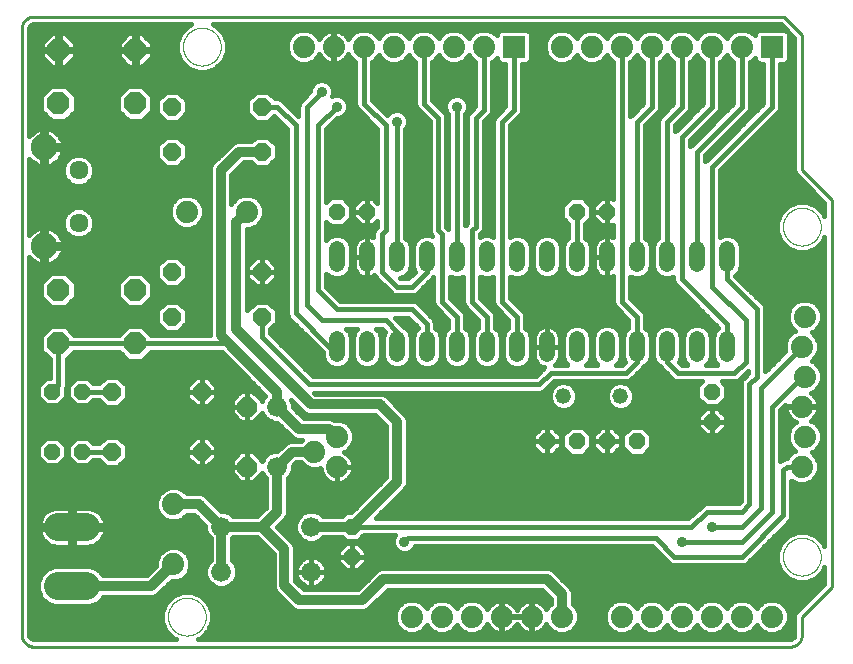
<source format=gbl>
G75*
%MOIN*%
%OFA0B0*%
%FSLAX25Y25*%
%IPPOS*%
%LPD*%
%AMOC8*
5,1,8,0,0,1.08239X$1,22.5*
%
%ADD10C,0.01000*%
%ADD11C,0.00000*%
%ADD12C,0.07400*%
%ADD13R,0.07400X0.07400*%
%ADD14C,0.06348*%
%ADD15C,0.08858*%
%ADD16OC8,0.05600*%
%ADD17C,0.06600*%
%ADD18OC8,0.06600*%
%ADD19OC8,0.05200*%
%ADD20OC8,0.07500*%
%ADD21OC8,0.06000*%
%ADD22C,0.09370*%
%ADD23C,0.05200*%
%ADD24C,0.05200*%
%ADD25C,0.03200*%
%ADD26C,0.01600*%
%ADD27C,0.03575*%
%ADD28C,0.03577*%
D10*
X0006695Y0005737D02*
X0006695Y0207863D01*
X0006697Y0207987D01*
X0006703Y0208110D01*
X0006712Y0208234D01*
X0006726Y0208356D01*
X0006743Y0208479D01*
X0006765Y0208601D01*
X0006790Y0208722D01*
X0006819Y0208842D01*
X0006851Y0208961D01*
X0006888Y0209080D01*
X0006928Y0209197D01*
X0006971Y0209312D01*
X0007019Y0209427D01*
X0007070Y0209539D01*
X0007124Y0209650D01*
X0007182Y0209760D01*
X0007243Y0209867D01*
X0007308Y0209973D01*
X0007376Y0210076D01*
X0007447Y0210177D01*
X0007521Y0210276D01*
X0007598Y0210373D01*
X0007679Y0210467D01*
X0007762Y0210558D01*
X0007848Y0210647D01*
X0007937Y0210733D01*
X0008028Y0210816D01*
X0008122Y0210897D01*
X0008219Y0210974D01*
X0008318Y0211048D01*
X0008419Y0211119D01*
X0008522Y0211187D01*
X0008628Y0211252D01*
X0008735Y0211313D01*
X0008845Y0211371D01*
X0008956Y0211425D01*
X0009068Y0211476D01*
X0009183Y0211524D01*
X0009298Y0211567D01*
X0009415Y0211607D01*
X0009534Y0211644D01*
X0009653Y0211676D01*
X0009773Y0211705D01*
X0009894Y0211730D01*
X0010016Y0211752D01*
X0010139Y0211769D01*
X0010261Y0211783D01*
X0010385Y0211792D01*
X0010508Y0211798D01*
X0010632Y0211800D01*
X0260695Y0211800D01*
X0266695Y0205800D01*
X0266695Y0160800D01*
X0276695Y0150800D01*
X0276695Y0021800D01*
X0266695Y0011800D01*
X0266695Y0005737D01*
X0266693Y0005613D01*
X0266687Y0005490D01*
X0266678Y0005366D01*
X0266664Y0005244D01*
X0266647Y0005121D01*
X0266625Y0004999D01*
X0266600Y0004878D01*
X0266571Y0004758D01*
X0266539Y0004639D01*
X0266502Y0004520D01*
X0266462Y0004403D01*
X0266419Y0004288D01*
X0266371Y0004173D01*
X0266320Y0004061D01*
X0266266Y0003950D01*
X0266208Y0003840D01*
X0266147Y0003733D01*
X0266082Y0003627D01*
X0266014Y0003524D01*
X0265943Y0003423D01*
X0265869Y0003324D01*
X0265792Y0003227D01*
X0265711Y0003133D01*
X0265628Y0003042D01*
X0265542Y0002953D01*
X0265453Y0002867D01*
X0265362Y0002784D01*
X0265268Y0002703D01*
X0265171Y0002626D01*
X0265072Y0002552D01*
X0264971Y0002481D01*
X0264868Y0002413D01*
X0264762Y0002348D01*
X0264655Y0002287D01*
X0264545Y0002229D01*
X0264434Y0002175D01*
X0264322Y0002124D01*
X0264207Y0002076D01*
X0264092Y0002033D01*
X0263975Y0001993D01*
X0263856Y0001956D01*
X0263737Y0001924D01*
X0263617Y0001895D01*
X0263496Y0001870D01*
X0263374Y0001848D01*
X0263251Y0001831D01*
X0263129Y0001817D01*
X0263005Y0001808D01*
X0262882Y0001802D01*
X0262758Y0001800D01*
X0010632Y0001800D01*
X0010508Y0001802D01*
X0010385Y0001808D01*
X0010261Y0001817D01*
X0010139Y0001831D01*
X0010016Y0001848D01*
X0009894Y0001870D01*
X0009773Y0001895D01*
X0009653Y0001924D01*
X0009534Y0001956D01*
X0009415Y0001993D01*
X0009298Y0002033D01*
X0009183Y0002076D01*
X0009068Y0002124D01*
X0008956Y0002175D01*
X0008845Y0002229D01*
X0008735Y0002287D01*
X0008628Y0002348D01*
X0008522Y0002413D01*
X0008419Y0002481D01*
X0008318Y0002552D01*
X0008219Y0002626D01*
X0008122Y0002703D01*
X0008028Y0002784D01*
X0007937Y0002867D01*
X0007848Y0002953D01*
X0007762Y0003042D01*
X0007679Y0003133D01*
X0007598Y0003227D01*
X0007521Y0003324D01*
X0007447Y0003423D01*
X0007376Y0003524D01*
X0007308Y0003627D01*
X0007243Y0003733D01*
X0007182Y0003840D01*
X0007124Y0003950D01*
X0007070Y0004061D01*
X0007019Y0004173D01*
X0006971Y0004288D01*
X0006928Y0004403D01*
X0006888Y0004520D01*
X0006851Y0004639D01*
X0006819Y0004758D01*
X0006790Y0004878D01*
X0006765Y0004999D01*
X0006743Y0005121D01*
X0006726Y0005244D01*
X0006712Y0005366D01*
X0006703Y0005490D01*
X0006697Y0005613D01*
X0006695Y0005737D01*
D11*
X0055396Y0011800D02*
X0055398Y0011958D01*
X0055404Y0012116D01*
X0055414Y0012274D01*
X0055428Y0012432D01*
X0055446Y0012589D01*
X0055467Y0012746D01*
X0055493Y0012902D01*
X0055523Y0013058D01*
X0055556Y0013213D01*
X0055594Y0013366D01*
X0055635Y0013519D01*
X0055680Y0013671D01*
X0055729Y0013822D01*
X0055782Y0013971D01*
X0055838Y0014119D01*
X0055898Y0014265D01*
X0055962Y0014410D01*
X0056030Y0014553D01*
X0056101Y0014695D01*
X0056175Y0014835D01*
X0056253Y0014972D01*
X0056335Y0015108D01*
X0056419Y0015242D01*
X0056508Y0015373D01*
X0056599Y0015502D01*
X0056694Y0015629D01*
X0056791Y0015754D01*
X0056892Y0015876D01*
X0056996Y0015995D01*
X0057103Y0016112D01*
X0057213Y0016226D01*
X0057326Y0016337D01*
X0057441Y0016446D01*
X0057559Y0016551D01*
X0057680Y0016653D01*
X0057803Y0016753D01*
X0057929Y0016849D01*
X0058057Y0016942D01*
X0058187Y0017032D01*
X0058320Y0017118D01*
X0058455Y0017202D01*
X0058591Y0017281D01*
X0058730Y0017358D01*
X0058871Y0017430D01*
X0059013Y0017500D01*
X0059157Y0017565D01*
X0059303Y0017627D01*
X0059450Y0017685D01*
X0059599Y0017740D01*
X0059749Y0017791D01*
X0059900Y0017838D01*
X0060052Y0017881D01*
X0060205Y0017920D01*
X0060360Y0017956D01*
X0060515Y0017987D01*
X0060671Y0018015D01*
X0060827Y0018039D01*
X0060984Y0018059D01*
X0061142Y0018075D01*
X0061299Y0018087D01*
X0061458Y0018095D01*
X0061616Y0018099D01*
X0061774Y0018099D01*
X0061932Y0018095D01*
X0062091Y0018087D01*
X0062248Y0018075D01*
X0062406Y0018059D01*
X0062563Y0018039D01*
X0062719Y0018015D01*
X0062875Y0017987D01*
X0063030Y0017956D01*
X0063185Y0017920D01*
X0063338Y0017881D01*
X0063490Y0017838D01*
X0063641Y0017791D01*
X0063791Y0017740D01*
X0063940Y0017685D01*
X0064087Y0017627D01*
X0064233Y0017565D01*
X0064377Y0017500D01*
X0064519Y0017430D01*
X0064660Y0017358D01*
X0064799Y0017281D01*
X0064935Y0017202D01*
X0065070Y0017118D01*
X0065203Y0017032D01*
X0065333Y0016942D01*
X0065461Y0016849D01*
X0065587Y0016753D01*
X0065710Y0016653D01*
X0065831Y0016551D01*
X0065949Y0016446D01*
X0066064Y0016337D01*
X0066177Y0016226D01*
X0066287Y0016112D01*
X0066394Y0015995D01*
X0066498Y0015876D01*
X0066599Y0015754D01*
X0066696Y0015629D01*
X0066791Y0015502D01*
X0066882Y0015373D01*
X0066971Y0015242D01*
X0067055Y0015108D01*
X0067137Y0014972D01*
X0067215Y0014835D01*
X0067289Y0014695D01*
X0067360Y0014553D01*
X0067428Y0014410D01*
X0067492Y0014265D01*
X0067552Y0014119D01*
X0067608Y0013971D01*
X0067661Y0013822D01*
X0067710Y0013671D01*
X0067755Y0013519D01*
X0067796Y0013366D01*
X0067834Y0013213D01*
X0067867Y0013058D01*
X0067897Y0012902D01*
X0067923Y0012746D01*
X0067944Y0012589D01*
X0067962Y0012432D01*
X0067976Y0012274D01*
X0067986Y0012116D01*
X0067992Y0011958D01*
X0067994Y0011800D01*
X0067992Y0011642D01*
X0067986Y0011484D01*
X0067976Y0011326D01*
X0067962Y0011168D01*
X0067944Y0011011D01*
X0067923Y0010854D01*
X0067897Y0010698D01*
X0067867Y0010542D01*
X0067834Y0010387D01*
X0067796Y0010234D01*
X0067755Y0010081D01*
X0067710Y0009929D01*
X0067661Y0009778D01*
X0067608Y0009629D01*
X0067552Y0009481D01*
X0067492Y0009335D01*
X0067428Y0009190D01*
X0067360Y0009047D01*
X0067289Y0008905D01*
X0067215Y0008765D01*
X0067137Y0008628D01*
X0067055Y0008492D01*
X0066971Y0008358D01*
X0066882Y0008227D01*
X0066791Y0008098D01*
X0066696Y0007971D01*
X0066599Y0007846D01*
X0066498Y0007724D01*
X0066394Y0007605D01*
X0066287Y0007488D01*
X0066177Y0007374D01*
X0066064Y0007263D01*
X0065949Y0007154D01*
X0065831Y0007049D01*
X0065710Y0006947D01*
X0065587Y0006847D01*
X0065461Y0006751D01*
X0065333Y0006658D01*
X0065203Y0006568D01*
X0065070Y0006482D01*
X0064935Y0006398D01*
X0064799Y0006319D01*
X0064660Y0006242D01*
X0064519Y0006170D01*
X0064377Y0006100D01*
X0064233Y0006035D01*
X0064087Y0005973D01*
X0063940Y0005915D01*
X0063791Y0005860D01*
X0063641Y0005809D01*
X0063490Y0005762D01*
X0063338Y0005719D01*
X0063185Y0005680D01*
X0063030Y0005644D01*
X0062875Y0005613D01*
X0062719Y0005585D01*
X0062563Y0005561D01*
X0062406Y0005541D01*
X0062248Y0005525D01*
X0062091Y0005513D01*
X0061932Y0005505D01*
X0061774Y0005501D01*
X0061616Y0005501D01*
X0061458Y0005505D01*
X0061299Y0005513D01*
X0061142Y0005525D01*
X0060984Y0005541D01*
X0060827Y0005561D01*
X0060671Y0005585D01*
X0060515Y0005613D01*
X0060360Y0005644D01*
X0060205Y0005680D01*
X0060052Y0005719D01*
X0059900Y0005762D01*
X0059749Y0005809D01*
X0059599Y0005860D01*
X0059450Y0005915D01*
X0059303Y0005973D01*
X0059157Y0006035D01*
X0059013Y0006100D01*
X0058871Y0006170D01*
X0058730Y0006242D01*
X0058591Y0006319D01*
X0058455Y0006398D01*
X0058320Y0006482D01*
X0058187Y0006568D01*
X0058057Y0006658D01*
X0057929Y0006751D01*
X0057803Y0006847D01*
X0057680Y0006947D01*
X0057559Y0007049D01*
X0057441Y0007154D01*
X0057326Y0007263D01*
X0057213Y0007374D01*
X0057103Y0007488D01*
X0056996Y0007605D01*
X0056892Y0007724D01*
X0056791Y0007846D01*
X0056694Y0007971D01*
X0056599Y0008098D01*
X0056508Y0008227D01*
X0056419Y0008358D01*
X0056335Y0008492D01*
X0056253Y0008628D01*
X0056175Y0008765D01*
X0056101Y0008905D01*
X0056030Y0009047D01*
X0055962Y0009190D01*
X0055898Y0009335D01*
X0055838Y0009481D01*
X0055782Y0009629D01*
X0055729Y0009778D01*
X0055680Y0009929D01*
X0055635Y0010081D01*
X0055594Y0010234D01*
X0055556Y0010387D01*
X0055523Y0010542D01*
X0055493Y0010698D01*
X0055467Y0010854D01*
X0055446Y0011011D01*
X0055428Y0011168D01*
X0055414Y0011326D01*
X0055404Y0011484D01*
X0055398Y0011642D01*
X0055396Y0011800D01*
X0023940Y0143040D02*
X0023942Y0143121D01*
X0023948Y0143203D01*
X0023958Y0143284D01*
X0023972Y0143364D01*
X0023989Y0143443D01*
X0024011Y0143522D01*
X0024036Y0143599D01*
X0024065Y0143676D01*
X0024098Y0143750D01*
X0024135Y0143823D01*
X0024174Y0143894D01*
X0024218Y0143963D01*
X0024264Y0144030D01*
X0024314Y0144094D01*
X0024367Y0144156D01*
X0024423Y0144216D01*
X0024481Y0144272D01*
X0024543Y0144326D01*
X0024607Y0144377D01*
X0024673Y0144424D01*
X0024741Y0144468D01*
X0024812Y0144509D01*
X0024884Y0144546D01*
X0024959Y0144580D01*
X0025034Y0144610D01*
X0025112Y0144636D01*
X0025190Y0144659D01*
X0025269Y0144677D01*
X0025349Y0144692D01*
X0025430Y0144703D01*
X0025511Y0144710D01*
X0025593Y0144713D01*
X0025674Y0144712D01*
X0025755Y0144707D01*
X0025836Y0144698D01*
X0025917Y0144685D01*
X0025997Y0144668D01*
X0026075Y0144648D01*
X0026153Y0144623D01*
X0026230Y0144595D01*
X0026305Y0144563D01*
X0026378Y0144528D01*
X0026449Y0144489D01*
X0026519Y0144446D01*
X0026586Y0144401D01*
X0026652Y0144352D01*
X0026714Y0144300D01*
X0026774Y0144244D01*
X0026831Y0144186D01*
X0026886Y0144126D01*
X0026937Y0144062D01*
X0026985Y0143997D01*
X0027030Y0143929D01*
X0027072Y0143859D01*
X0027110Y0143787D01*
X0027145Y0143713D01*
X0027176Y0143638D01*
X0027203Y0143561D01*
X0027226Y0143483D01*
X0027246Y0143404D01*
X0027262Y0143324D01*
X0027274Y0143243D01*
X0027282Y0143162D01*
X0027286Y0143081D01*
X0027286Y0142999D01*
X0027282Y0142918D01*
X0027274Y0142837D01*
X0027262Y0142756D01*
X0027246Y0142676D01*
X0027226Y0142597D01*
X0027203Y0142519D01*
X0027176Y0142442D01*
X0027145Y0142367D01*
X0027110Y0142293D01*
X0027072Y0142221D01*
X0027030Y0142151D01*
X0026985Y0142083D01*
X0026937Y0142018D01*
X0026886Y0141954D01*
X0026831Y0141894D01*
X0026774Y0141836D01*
X0026714Y0141780D01*
X0026652Y0141728D01*
X0026586Y0141679D01*
X0026519Y0141634D01*
X0026450Y0141591D01*
X0026378Y0141552D01*
X0026305Y0141517D01*
X0026230Y0141485D01*
X0026153Y0141457D01*
X0026075Y0141432D01*
X0025997Y0141412D01*
X0025917Y0141395D01*
X0025836Y0141382D01*
X0025755Y0141373D01*
X0025674Y0141368D01*
X0025593Y0141367D01*
X0025511Y0141370D01*
X0025430Y0141377D01*
X0025349Y0141388D01*
X0025269Y0141403D01*
X0025190Y0141421D01*
X0025112Y0141444D01*
X0025034Y0141470D01*
X0024959Y0141500D01*
X0024884Y0141534D01*
X0024812Y0141571D01*
X0024741Y0141612D01*
X0024673Y0141656D01*
X0024607Y0141703D01*
X0024543Y0141754D01*
X0024481Y0141808D01*
X0024423Y0141864D01*
X0024367Y0141924D01*
X0024314Y0141986D01*
X0024264Y0142050D01*
X0024218Y0142117D01*
X0024174Y0142186D01*
X0024135Y0142257D01*
X0024098Y0142330D01*
X0024065Y0142404D01*
X0024036Y0142481D01*
X0024011Y0142558D01*
X0023989Y0142637D01*
X0023972Y0142716D01*
X0023958Y0142796D01*
X0023948Y0142877D01*
X0023942Y0142959D01*
X0023940Y0143040D01*
X0023940Y0160560D02*
X0023942Y0160641D01*
X0023948Y0160723D01*
X0023958Y0160804D01*
X0023972Y0160884D01*
X0023989Y0160963D01*
X0024011Y0161042D01*
X0024036Y0161119D01*
X0024065Y0161196D01*
X0024098Y0161270D01*
X0024135Y0161343D01*
X0024174Y0161414D01*
X0024218Y0161483D01*
X0024264Y0161550D01*
X0024314Y0161614D01*
X0024367Y0161676D01*
X0024423Y0161736D01*
X0024481Y0161792D01*
X0024543Y0161846D01*
X0024607Y0161897D01*
X0024673Y0161944D01*
X0024741Y0161988D01*
X0024812Y0162029D01*
X0024884Y0162066D01*
X0024959Y0162100D01*
X0025034Y0162130D01*
X0025112Y0162156D01*
X0025190Y0162179D01*
X0025269Y0162197D01*
X0025349Y0162212D01*
X0025430Y0162223D01*
X0025511Y0162230D01*
X0025593Y0162233D01*
X0025674Y0162232D01*
X0025755Y0162227D01*
X0025836Y0162218D01*
X0025917Y0162205D01*
X0025997Y0162188D01*
X0026075Y0162168D01*
X0026153Y0162143D01*
X0026230Y0162115D01*
X0026305Y0162083D01*
X0026378Y0162048D01*
X0026449Y0162009D01*
X0026519Y0161966D01*
X0026586Y0161921D01*
X0026652Y0161872D01*
X0026714Y0161820D01*
X0026774Y0161764D01*
X0026831Y0161706D01*
X0026886Y0161646D01*
X0026937Y0161582D01*
X0026985Y0161517D01*
X0027030Y0161449D01*
X0027072Y0161379D01*
X0027110Y0161307D01*
X0027145Y0161233D01*
X0027176Y0161158D01*
X0027203Y0161081D01*
X0027226Y0161003D01*
X0027246Y0160924D01*
X0027262Y0160844D01*
X0027274Y0160763D01*
X0027282Y0160682D01*
X0027286Y0160601D01*
X0027286Y0160519D01*
X0027282Y0160438D01*
X0027274Y0160357D01*
X0027262Y0160276D01*
X0027246Y0160196D01*
X0027226Y0160117D01*
X0027203Y0160039D01*
X0027176Y0159962D01*
X0027145Y0159887D01*
X0027110Y0159813D01*
X0027072Y0159741D01*
X0027030Y0159671D01*
X0026985Y0159603D01*
X0026937Y0159538D01*
X0026886Y0159474D01*
X0026831Y0159414D01*
X0026774Y0159356D01*
X0026714Y0159300D01*
X0026652Y0159248D01*
X0026586Y0159199D01*
X0026519Y0159154D01*
X0026450Y0159111D01*
X0026378Y0159072D01*
X0026305Y0159037D01*
X0026230Y0159005D01*
X0026153Y0158977D01*
X0026075Y0158952D01*
X0025997Y0158932D01*
X0025917Y0158915D01*
X0025836Y0158902D01*
X0025755Y0158893D01*
X0025674Y0158888D01*
X0025593Y0158887D01*
X0025511Y0158890D01*
X0025430Y0158897D01*
X0025349Y0158908D01*
X0025269Y0158923D01*
X0025190Y0158941D01*
X0025112Y0158964D01*
X0025034Y0158990D01*
X0024959Y0159020D01*
X0024884Y0159054D01*
X0024812Y0159091D01*
X0024741Y0159132D01*
X0024673Y0159176D01*
X0024607Y0159223D01*
X0024543Y0159274D01*
X0024481Y0159328D01*
X0024423Y0159384D01*
X0024367Y0159444D01*
X0024314Y0159506D01*
X0024264Y0159570D01*
X0024218Y0159637D01*
X0024174Y0159706D01*
X0024135Y0159777D01*
X0024098Y0159850D01*
X0024065Y0159924D01*
X0024036Y0160001D01*
X0024011Y0160078D01*
X0023989Y0160157D01*
X0023972Y0160236D01*
X0023958Y0160316D01*
X0023948Y0160397D01*
X0023942Y0160479D01*
X0023940Y0160560D01*
X0060396Y0201800D02*
X0060398Y0201958D01*
X0060404Y0202116D01*
X0060414Y0202274D01*
X0060428Y0202432D01*
X0060446Y0202589D01*
X0060467Y0202746D01*
X0060493Y0202902D01*
X0060523Y0203058D01*
X0060556Y0203213D01*
X0060594Y0203366D01*
X0060635Y0203519D01*
X0060680Y0203671D01*
X0060729Y0203822D01*
X0060782Y0203971D01*
X0060838Y0204119D01*
X0060898Y0204265D01*
X0060962Y0204410D01*
X0061030Y0204553D01*
X0061101Y0204695D01*
X0061175Y0204835D01*
X0061253Y0204972D01*
X0061335Y0205108D01*
X0061419Y0205242D01*
X0061508Y0205373D01*
X0061599Y0205502D01*
X0061694Y0205629D01*
X0061791Y0205754D01*
X0061892Y0205876D01*
X0061996Y0205995D01*
X0062103Y0206112D01*
X0062213Y0206226D01*
X0062326Y0206337D01*
X0062441Y0206446D01*
X0062559Y0206551D01*
X0062680Y0206653D01*
X0062803Y0206753D01*
X0062929Y0206849D01*
X0063057Y0206942D01*
X0063187Y0207032D01*
X0063320Y0207118D01*
X0063455Y0207202D01*
X0063591Y0207281D01*
X0063730Y0207358D01*
X0063871Y0207430D01*
X0064013Y0207500D01*
X0064157Y0207565D01*
X0064303Y0207627D01*
X0064450Y0207685D01*
X0064599Y0207740D01*
X0064749Y0207791D01*
X0064900Y0207838D01*
X0065052Y0207881D01*
X0065205Y0207920D01*
X0065360Y0207956D01*
X0065515Y0207987D01*
X0065671Y0208015D01*
X0065827Y0208039D01*
X0065984Y0208059D01*
X0066142Y0208075D01*
X0066299Y0208087D01*
X0066458Y0208095D01*
X0066616Y0208099D01*
X0066774Y0208099D01*
X0066932Y0208095D01*
X0067091Y0208087D01*
X0067248Y0208075D01*
X0067406Y0208059D01*
X0067563Y0208039D01*
X0067719Y0208015D01*
X0067875Y0207987D01*
X0068030Y0207956D01*
X0068185Y0207920D01*
X0068338Y0207881D01*
X0068490Y0207838D01*
X0068641Y0207791D01*
X0068791Y0207740D01*
X0068940Y0207685D01*
X0069087Y0207627D01*
X0069233Y0207565D01*
X0069377Y0207500D01*
X0069519Y0207430D01*
X0069660Y0207358D01*
X0069799Y0207281D01*
X0069935Y0207202D01*
X0070070Y0207118D01*
X0070203Y0207032D01*
X0070333Y0206942D01*
X0070461Y0206849D01*
X0070587Y0206753D01*
X0070710Y0206653D01*
X0070831Y0206551D01*
X0070949Y0206446D01*
X0071064Y0206337D01*
X0071177Y0206226D01*
X0071287Y0206112D01*
X0071394Y0205995D01*
X0071498Y0205876D01*
X0071599Y0205754D01*
X0071696Y0205629D01*
X0071791Y0205502D01*
X0071882Y0205373D01*
X0071971Y0205242D01*
X0072055Y0205108D01*
X0072137Y0204972D01*
X0072215Y0204835D01*
X0072289Y0204695D01*
X0072360Y0204553D01*
X0072428Y0204410D01*
X0072492Y0204265D01*
X0072552Y0204119D01*
X0072608Y0203971D01*
X0072661Y0203822D01*
X0072710Y0203671D01*
X0072755Y0203519D01*
X0072796Y0203366D01*
X0072834Y0203213D01*
X0072867Y0203058D01*
X0072897Y0202902D01*
X0072923Y0202746D01*
X0072944Y0202589D01*
X0072962Y0202432D01*
X0072976Y0202274D01*
X0072986Y0202116D01*
X0072992Y0201958D01*
X0072994Y0201800D01*
X0072992Y0201642D01*
X0072986Y0201484D01*
X0072976Y0201326D01*
X0072962Y0201168D01*
X0072944Y0201011D01*
X0072923Y0200854D01*
X0072897Y0200698D01*
X0072867Y0200542D01*
X0072834Y0200387D01*
X0072796Y0200234D01*
X0072755Y0200081D01*
X0072710Y0199929D01*
X0072661Y0199778D01*
X0072608Y0199629D01*
X0072552Y0199481D01*
X0072492Y0199335D01*
X0072428Y0199190D01*
X0072360Y0199047D01*
X0072289Y0198905D01*
X0072215Y0198765D01*
X0072137Y0198628D01*
X0072055Y0198492D01*
X0071971Y0198358D01*
X0071882Y0198227D01*
X0071791Y0198098D01*
X0071696Y0197971D01*
X0071599Y0197846D01*
X0071498Y0197724D01*
X0071394Y0197605D01*
X0071287Y0197488D01*
X0071177Y0197374D01*
X0071064Y0197263D01*
X0070949Y0197154D01*
X0070831Y0197049D01*
X0070710Y0196947D01*
X0070587Y0196847D01*
X0070461Y0196751D01*
X0070333Y0196658D01*
X0070203Y0196568D01*
X0070070Y0196482D01*
X0069935Y0196398D01*
X0069799Y0196319D01*
X0069660Y0196242D01*
X0069519Y0196170D01*
X0069377Y0196100D01*
X0069233Y0196035D01*
X0069087Y0195973D01*
X0068940Y0195915D01*
X0068791Y0195860D01*
X0068641Y0195809D01*
X0068490Y0195762D01*
X0068338Y0195719D01*
X0068185Y0195680D01*
X0068030Y0195644D01*
X0067875Y0195613D01*
X0067719Y0195585D01*
X0067563Y0195561D01*
X0067406Y0195541D01*
X0067248Y0195525D01*
X0067091Y0195513D01*
X0066932Y0195505D01*
X0066774Y0195501D01*
X0066616Y0195501D01*
X0066458Y0195505D01*
X0066299Y0195513D01*
X0066142Y0195525D01*
X0065984Y0195541D01*
X0065827Y0195561D01*
X0065671Y0195585D01*
X0065515Y0195613D01*
X0065360Y0195644D01*
X0065205Y0195680D01*
X0065052Y0195719D01*
X0064900Y0195762D01*
X0064749Y0195809D01*
X0064599Y0195860D01*
X0064450Y0195915D01*
X0064303Y0195973D01*
X0064157Y0196035D01*
X0064013Y0196100D01*
X0063871Y0196170D01*
X0063730Y0196242D01*
X0063591Y0196319D01*
X0063455Y0196398D01*
X0063320Y0196482D01*
X0063187Y0196568D01*
X0063057Y0196658D01*
X0062929Y0196751D01*
X0062803Y0196847D01*
X0062680Y0196947D01*
X0062559Y0197049D01*
X0062441Y0197154D01*
X0062326Y0197263D01*
X0062213Y0197374D01*
X0062103Y0197488D01*
X0061996Y0197605D01*
X0061892Y0197724D01*
X0061791Y0197846D01*
X0061694Y0197971D01*
X0061599Y0198098D01*
X0061508Y0198227D01*
X0061419Y0198358D01*
X0061335Y0198492D01*
X0061253Y0198628D01*
X0061175Y0198765D01*
X0061101Y0198905D01*
X0061030Y0199047D01*
X0060962Y0199190D01*
X0060898Y0199335D01*
X0060838Y0199481D01*
X0060782Y0199629D01*
X0060729Y0199778D01*
X0060680Y0199929D01*
X0060635Y0200081D01*
X0060594Y0200234D01*
X0060556Y0200387D01*
X0060523Y0200542D01*
X0060493Y0200698D01*
X0060467Y0200854D01*
X0060446Y0201011D01*
X0060428Y0201168D01*
X0060414Y0201326D01*
X0060404Y0201484D01*
X0060398Y0201642D01*
X0060396Y0201800D01*
X0260396Y0141800D02*
X0260398Y0141958D01*
X0260404Y0142116D01*
X0260414Y0142274D01*
X0260428Y0142432D01*
X0260446Y0142589D01*
X0260467Y0142746D01*
X0260493Y0142902D01*
X0260523Y0143058D01*
X0260556Y0143213D01*
X0260594Y0143366D01*
X0260635Y0143519D01*
X0260680Y0143671D01*
X0260729Y0143822D01*
X0260782Y0143971D01*
X0260838Y0144119D01*
X0260898Y0144265D01*
X0260962Y0144410D01*
X0261030Y0144553D01*
X0261101Y0144695D01*
X0261175Y0144835D01*
X0261253Y0144972D01*
X0261335Y0145108D01*
X0261419Y0145242D01*
X0261508Y0145373D01*
X0261599Y0145502D01*
X0261694Y0145629D01*
X0261791Y0145754D01*
X0261892Y0145876D01*
X0261996Y0145995D01*
X0262103Y0146112D01*
X0262213Y0146226D01*
X0262326Y0146337D01*
X0262441Y0146446D01*
X0262559Y0146551D01*
X0262680Y0146653D01*
X0262803Y0146753D01*
X0262929Y0146849D01*
X0263057Y0146942D01*
X0263187Y0147032D01*
X0263320Y0147118D01*
X0263455Y0147202D01*
X0263591Y0147281D01*
X0263730Y0147358D01*
X0263871Y0147430D01*
X0264013Y0147500D01*
X0264157Y0147565D01*
X0264303Y0147627D01*
X0264450Y0147685D01*
X0264599Y0147740D01*
X0264749Y0147791D01*
X0264900Y0147838D01*
X0265052Y0147881D01*
X0265205Y0147920D01*
X0265360Y0147956D01*
X0265515Y0147987D01*
X0265671Y0148015D01*
X0265827Y0148039D01*
X0265984Y0148059D01*
X0266142Y0148075D01*
X0266299Y0148087D01*
X0266458Y0148095D01*
X0266616Y0148099D01*
X0266774Y0148099D01*
X0266932Y0148095D01*
X0267091Y0148087D01*
X0267248Y0148075D01*
X0267406Y0148059D01*
X0267563Y0148039D01*
X0267719Y0148015D01*
X0267875Y0147987D01*
X0268030Y0147956D01*
X0268185Y0147920D01*
X0268338Y0147881D01*
X0268490Y0147838D01*
X0268641Y0147791D01*
X0268791Y0147740D01*
X0268940Y0147685D01*
X0269087Y0147627D01*
X0269233Y0147565D01*
X0269377Y0147500D01*
X0269519Y0147430D01*
X0269660Y0147358D01*
X0269799Y0147281D01*
X0269935Y0147202D01*
X0270070Y0147118D01*
X0270203Y0147032D01*
X0270333Y0146942D01*
X0270461Y0146849D01*
X0270587Y0146753D01*
X0270710Y0146653D01*
X0270831Y0146551D01*
X0270949Y0146446D01*
X0271064Y0146337D01*
X0271177Y0146226D01*
X0271287Y0146112D01*
X0271394Y0145995D01*
X0271498Y0145876D01*
X0271599Y0145754D01*
X0271696Y0145629D01*
X0271791Y0145502D01*
X0271882Y0145373D01*
X0271971Y0145242D01*
X0272055Y0145108D01*
X0272137Y0144972D01*
X0272215Y0144835D01*
X0272289Y0144695D01*
X0272360Y0144553D01*
X0272428Y0144410D01*
X0272492Y0144265D01*
X0272552Y0144119D01*
X0272608Y0143971D01*
X0272661Y0143822D01*
X0272710Y0143671D01*
X0272755Y0143519D01*
X0272796Y0143366D01*
X0272834Y0143213D01*
X0272867Y0143058D01*
X0272897Y0142902D01*
X0272923Y0142746D01*
X0272944Y0142589D01*
X0272962Y0142432D01*
X0272976Y0142274D01*
X0272986Y0142116D01*
X0272992Y0141958D01*
X0272994Y0141800D01*
X0272992Y0141642D01*
X0272986Y0141484D01*
X0272976Y0141326D01*
X0272962Y0141168D01*
X0272944Y0141011D01*
X0272923Y0140854D01*
X0272897Y0140698D01*
X0272867Y0140542D01*
X0272834Y0140387D01*
X0272796Y0140234D01*
X0272755Y0140081D01*
X0272710Y0139929D01*
X0272661Y0139778D01*
X0272608Y0139629D01*
X0272552Y0139481D01*
X0272492Y0139335D01*
X0272428Y0139190D01*
X0272360Y0139047D01*
X0272289Y0138905D01*
X0272215Y0138765D01*
X0272137Y0138628D01*
X0272055Y0138492D01*
X0271971Y0138358D01*
X0271882Y0138227D01*
X0271791Y0138098D01*
X0271696Y0137971D01*
X0271599Y0137846D01*
X0271498Y0137724D01*
X0271394Y0137605D01*
X0271287Y0137488D01*
X0271177Y0137374D01*
X0271064Y0137263D01*
X0270949Y0137154D01*
X0270831Y0137049D01*
X0270710Y0136947D01*
X0270587Y0136847D01*
X0270461Y0136751D01*
X0270333Y0136658D01*
X0270203Y0136568D01*
X0270070Y0136482D01*
X0269935Y0136398D01*
X0269799Y0136319D01*
X0269660Y0136242D01*
X0269519Y0136170D01*
X0269377Y0136100D01*
X0269233Y0136035D01*
X0269087Y0135973D01*
X0268940Y0135915D01*
X0268791Y0135860D01*
X0268641Y0135809D01*
X0268490Y0135762D01*
X0268338Y0135719D01*
X0268185Y0135680D01*
X0268030Y0135644D01*
X0267875Y0135613D01*
X0267719Y0135585D01*
X0267563Y0135561D01*
X0267406Y0135541D01*
X0267248Y0135525D01*
X0267091Y0135513D01*
X0266932Y0135505D01*
X0266774Y0135501D01*
X0266616Y0135501D01*
X0266458Y0135505D01*
X0266299Y0135513D01*
X0266142Y0135525D01*
X0265984Y0135541D01*
X0265827Y0135561D01*
X0265671Y0135585D01*
X0265515Y0135613D01*
X0265360Y0135644D01*
X0265205Y0135680D01*
X0265052Y0135719D01*
X0264900Y0135762D01*
X0264749Y0135809D01*
X0264599Y0135860D01*
X0264450Y0135915D01*
X0264303Y0135973D01*
X0264157Y0136035D01*
X0264013Y0136100D01*
X0263871Y0136170D01*
X0263730Y0136242D01*
X0263591Y0136319D01*
X0263455Y0136398D01*
X0263320Y0136482D01*
X0263187Y0136568D01*
X0263057Y0136658D01*
X0262929Y0136751D01*
X0262803Y0136847D01*
X0262680Y0136947D01*
X0262559Y0137049D01*
X0262441Y0137154D01*
X0262326Y0137263D01*
X0262213Y0137374D01*
X0262103Y0137488D01*
X0261996Y0137605D01*
X0261892Y0137724D01*
X0261791Y0137846D01*
X0261694Y0137971D01*
X0261599Y0138098D01*
X0261508Y0138227D01*
X0261419Y0138358D01*
X0261335Y0138492D01*
X0261253Y0138628D01*
X0261175Y0138765D01*
X0261101Y0138905D01*
X0261030Y0139047D01*
X0260962Y0139190D01*
X0260898Y0139335D01*
X0260838Y0139481D01*
X0260782Y0139629D01*
X0260729Y0139778D01*
X0260680Y0139929D01*
X0260635Y0140081D01*
X0260594Y0140234D01*
X0260556Y0140387D01*
X0260523Y0140542D01*
X0260493Y0140698D01*
X0260467Y0140854D01*
X0260446Y0141011D01*
X0260428Y0141168D01*
X0260414Y0141326D01*
X0260404Y0141484D01*
X0260398Y0141642D01*
X0260396Y0141800D01*
X0260396Y0031800D02*
X0260398Y0031958D01*
X0260404Y0032116D01*
X0260414Y0032274D01*
X0260428Y0032432D01*
X0260446Y0032589D01*
X0260467Y0032746D01*
X0260493Y0032902D01*
X0260523Y0033058D01*
X0260556Y0033213D01*
X0260594Y0033366D01*
X0260635Y0033519D01*
X0260680Y0033671D01*
X0260729Y0033822D01*
X0260782Y0033971D01*
X0260838Y0034119D01*
X0260898Y0034265D01*
X0260962Y0034410D01*
X0261030Y0034553D01*
X0261101Y0034695D01*
X0261175Y0034835D01*
X0261253Y0034972D01*
X0261335Y0035108D01*
X0261419Y0035242D01*
X0261508Y0035373D01*
X0261599Y0035502D01*
X0261694Y0035629D01*
X0261791Y0035754D01*
X0261892Y0035876D01*
X0261996Y0035995D01*
X0262103Y0036112D01*
X0262213Y0036226D01*
X0262326Y0036337D01*
X0262441Y0036446D01*
X0262559Y0036551D01*
X0262680Y0036653D01*
X0262803Y0036753D01*
X0262929Y0036849D01*
X0263057Y0036942D01*
X0263187Y0037032D01*
X0263320Y0037118D01*
X0263455Y0037202D01*
X0263591Y0037281D01*
X0263730Y0037358D01*
X0263871Y0037430D01*
X0264013Y0037500D01*
X0264157Y0037565D01*
X0264303Y0037627D01*
X0264450Y0037685D01*
X0264599Y0037740D01*
X0264749Y0037791D01*
X0264900Y0037838D01*
X0265052Y0037881D01*
X0265205Y0037920D01*
X0265360Y0037956D01*
X0265515Y0037987D01*
X0265671Y0038015D01*
X0265827Y0038039D01*
X0265984Y0038059D01*
X0266142Y0038075D01*
X0266299Y0038087D01*
X0266458Y0038095D01*
X0266616Y0038099D01*
X0266774Y0038099D01*
X0266932Y0038095D01*
X0267091Y0038087D01*
X0267248Y0038075D01*
X0267406Y0038059D01*
X0267563Y0038039D01*
X0267719Y0038015D01*
X0267875Y0037987D01*
X0268030Y0037956D01*
X0268185Y0037920D01*
X0268338Y0037881D01*
X0268490Y0037838D01*
X0268641Y0037791D01*
X0268791Y0037740D01*
X0268940Y0037685D01*
X0269087Y0037627D01*
X0269233Y0037565D01*
X0269377Y0037500D01*
X0269519Y0037430D01*
X0269660Y0037358D01*
X0269799Y0037281D01*
X0269935Y0037202D01*
X0270070Y0037118D01*
X0270203Y0037032D01*
X0270333Y0036942D01*
X0270461Y0036849D01*
X0270587Y0036753D01*
X0270710Y0036653D01*
X0270831Y0036551D01*
X0270949Y0036446D01*
X0271064Y0036337D01*
X0271177Y0036226D01*
X0271287Y0036112D01*
X0271394Y0035995D01*
X0271498Y0035876D01*
X0271599Y0035754D01*
X0271696Y0035629D01*
X0271791Y0035502D01*
X0271882Y0035373D01*
X0271971Y0035242D01*
X0272055Y0035108D01*
X0272137Y0034972D01*
X0272215Y0034835D01*
X0272289Y0034695D01*
X0272360Y0034553D01*
X0272428Y0034410D01*
X0272492Y0034265D01*
X0272552Y0034119D01*
X0272608Y0033971D01*
X0272661Y0033822D01*
X0272710Y0033671D01*
X0272755Y0033519D01*
X0272796Y0033366D01*
X0272834Y0033213D01*
X0272867Y0033058D01*
X0272897Y0032902D01*
X0272923Y0032746D01*
X0272944Y0032589D01*
X0272962Y0032432D01*
X0272976Y0032274D01*
X0272986Y0032116D01*
X0272992Y0031958D01*
X0272994Y0031800D01*
X0272992Y0031642D01*
X0272986Y0031484D01*
X0272976Y0031326D01*
X0272962Y0031168D01*
X0272944Y0031011D01*
X0272923Y0030854D01*
X0272897Y0030698D01*
X0272867Y0030542D01*
X0272834Y0030387D01*
X0272796Y0030234D01*
X0272755Y0030081D01*
X0272710Y0029929D01*
X0272661Y0029778D01*
X0272608Y0029629D01*
X0272552Y0029481D01*
X0272492Y0029335D01*
X0272428Y0029190D01*
X0272360Y0029047D01*
X0272289Y0028905D01*
X0272215Y0028765D01*
X0272137Y0028628D01*
X0272055Y0028492D01*
X0271971Y0028358D01*
X0271882Y0028227D01*
X0271791Y0028098D01*
X0271696Y0027971D01*
X0271599Y0027846D01*
X0271498Y0027724D01*
X0271394Y0027605D01*
X0271287Y0027488D01*
X0271177Y0027374D01*
X0271064Y0027263D01*
X0270949Y0027154D01*
X0270831Y0027049D01*
X0270710Y0026947D01*
X0270587Y0026847D01*
X0270461Y0026751D01*
X0270333Y0026658D01*
X0270203Y0026568D01*
X0270070Y0026482D01*
X0269935Y0026398D01*
X0269799Y0026319D01*
X0269660Y0026242D01*
X0269519Y0026170D01*
X0269377Y0026100D01*
X0269233Y0026035D01*
X0269087Y0025973D01*
X0268940Y0025915D01*
X0268791Y0025860D01*
X0268641Y0025809D01*
X0268490Y0025762D01*
X0268338Y0025719D01*
X0268185Y0025680D01*
X0268030Y0025644D01*
X0267875Y0025613D01*
X0267719Y0025585D01*
X0267563Y0025561D01*
X0267406Y0025541D01*
X0267248Y0025525D01*
X0267091Y0025513D01*
X0266932Y0025505D01*
X0266774Y0025501D01*
X0266616Y0025501D01*
X0266458Y0025505D01*
X0266299Y0025513D01*
X0266142Y0025525D01*
X0265984Y0025541D01*
X0265827Y0025561D01*
X0265671Y0025585D01*
X0265515Y0025613D01*
X0265360Y0025644D01*
X0265205Y0025680D01*
X0265052Y0025719D01*
X0264900Y0025762D01*
X0264749Y0025809D01*
X0264599Y0025860D01*
X0264450Y0025915D01*
X0264303Y0025973D01*
X0264157Y0026035D01*
X0264013Y0026100D01*
X0263871Y0026170D01*
X0263730Y0026242D01*
X0263591Y0026319D01*
X0263455Y0026398D01*
X0263320Y0026482D01*
X0263187Y0026568D01*
X0263057Y0026658D01*
X0262929Y0026751D01*
X0262803Y0026847D01*
X0262680Y0026947D01*
X0262559Y0027049D01*
X0262441Y0027154D01*
X0262326Y0027263D01*
X0262213Y0027374D01*
X0262103Y0027488D01*
X0261996Y0027605D01*
X0261892Y0027724D01*
X0261791Y0027846D01*
X0261694Y0027971D01*
X0261599Y0028098D01*
X0261508Y0028227D01*
X0261419Y0028358D01*
X0261335Y0028492D01*
X0261253Y0028628D01*
X0261175Y0028765D01*
X0261101Y0028905D01*
X0261030Y0029047D01*
X0260962Y0029190D01*
X0260898Y0029335D01*
X0260838Y0029481D01*
X0260782Y0029629D01*
X0260729Y0029778D01*
X0260680Y0029929D01*
X0260635Y0030081D01*
X0260594Y0030234D01*
X0260556Y0030387D01*
X0260523Y0030542D01*
X0260493Y0030698D01*
X0260467Y0030854D01*
X0260446Y0031011D01*
X0260428Y0031168D01*
X0260414Y0031326D01*
X0260404Y0031484D01*
X0260398Y0031642D01*
X0260396Y0031800D01*
D12*
X0256695Y0011800D03*
X0246695Y0011800D03*
X0236695Y0011800D03*
X0226695Y0011800D03*
X0216695Y0011800D03*
X0206695Y0011800D03*
X0186695Y0011800D03*
X0176695Y0011800D03*
X0166695Y0011800D03*
X0156695Y0011800D03*
X0146695Y0011800D03*
X0136695Y0011800D03*
X0111695Y0061800D03*
X0104195Y0066800D03*
X0111695Y0071800D03*
X0057195Y0049300D03*
X0057195Y0029300D03*
X0061695Y0146800D03*
X0081695Y0146800D03*
X0100695Y0201800D03*
X0110695Y0201800D03*
X0120695Y0201800D03*
X0130695Y0201800D03*
X0140695Y0201800D03*
X0150695Y0201800D03*
X0160695Y0201800D03*
X0186695Y0201800D03*
X0196695Y0201800D03*
X0206695Y0201800D03*
X0216695Y0201800D03*
X0226695Y0201800D03*
X0236695Y0201800D03*
X0246695Y0201800D03*
X0267695Y0111800D03*
X0266695Y0101800D03*
X0267695Y0091800D03*
X0266695Y0081800D03*
X0267695Y0071800D03*
X0266695Y0061800D03*
D13*
X0256695Y0201800D03*
X0170695Y0201800D03*
D14*
X0025613Y0160560D03*
X0025613Y0143040D03*
D15*
X0014195Y0135363D03*
X0014195Y0168237D03*
D16*
X0111695Y0146800D03*
X0121695Y0146800D03*
X0191695Y0146800D03*
X0201695Y0146800D03*
X0236695Y0086800D03*
X0236695Y0076800D03*
X0211695Y0070300D03*
X0201695Y0070300D03*
X0191695Y0070300D03*
X0181695Y0070300D03*
X0116695Y0041800D03*
X0116695Y0031800D03*
D17*
X0103195Y0026800D03*
X0103195Y0041800D03*
X0091695Y0061800D03*
X0073195Y0041800D03*
X0073195Y0026800D03*
X0091695Y0081800D03*
D18*
X0081695Y0081800D03*
X0081695Y0061800D03*
D19*
X0026695Y0066800D03*
X0016695Y0066800D03*
X0016695Y0086800D03*
X0026695Y0086800D03*
D20*
X0018895Y0102900D03*
X0018895Y0120700D03*
X0044495Y0120700D03*
X0044495Y0102900D03*
X0044495Y0182900D03*
X0044495Y0200700D03*
X0018895Y0200700D03*
X0018895Y0182900D03*
D21*
X0056695Y0181800D03*
X0056695Y0166800D03*
X0086695Y0166800D03*
X0086695Y0181800D03*
X0086695Y0126800D03*
X0086695Y0111800D03*
X0056695Y0111800D03*
X0056695Y0126800D03*
X0066695Y0086800D03*
X0066695Y0066800D03*
X0036695Y0066800D03*
X0036695Y0086800D03*
D22*
X0028152Y0041643D02*
X0018782Y0041643D01*
X0018782Y0021957D02*
X0028152Y0021957D01*
D23*
X0111695Y0099200D02*
X0111695Y0104400D01*
X0121695Y0104400D02*
X0121695Y0099200D01*
X0131695Y0099200D02*
X0131695Y0104400D01*
X0141695Y0104400D02*
X0141695Y0099200D01*
X0151695Y0099200D02*
X0151695Y0104400D01*
X0161695Y0104400D02*
X0161695Y0099200D01*
X0171695Y0099200D02*
X0171695Y0104400D01*
X0181695Y0104400D02*
X0181695Y0099200D01*
X0191695Y0099200D02*
X0191695Y0104400D01*
X0201695Y0104400D02*
X0201695Y0099200D01*
X0211695Y0099200D02*
X0211695Y0104400D01*
X0221695Y0104400D02*
X0221695Y0099200D01*
X0231695Y0099200D02*
X0231695Y0104400D01*
X0241695Y0104400D02*
X0241695Y0099200D01*
X0241695Y0129200D02*
X0241695Y0134400D01*
X0231695Y0134400D02*
X0231695Y0129200D01*
X0221695Y0129200D02*
X0221695Y0134400D01*
X0211695Y0134400D02*
X0211695Y0129200D01*
X0201695Y0129200D02*
X0201695Y0134400D01*
X0191695Y0134400D02*
X0191695Y0129200D01*
X0181695Y0129200D02*
X0181695Y0134400D01*
X0171695Y0134400D02*
X0171695Y0129200D01*
X0161695Y0129200D02*
X0161695Y0134400D01*
X0151695Y0134400D02*
X0151695Y0129200D01*
X0141695Y0129200D02*
X0141695Y0134400D01*
X0131695Y0134400D02*
X0131695Y0129200D01*
X0121695Y0129200D02*
X0121695Y0134400D01*
X0111695Y0134400D02*
X0111695Y0129200D01*
D24*
X0187195Y0085300D03*
X0206195Y0085300D03*
D25*
X0131695Y0076800D02*
X0131695Y0056800D01*
X0116695Y0041800D01*
X0103195Y0041800D01*
X0094195Y0034300D02*
X0094195Y0022300D01*
X0099195Y0017300D01*
X0120195Y0017300D01*
X0127195Y0024300D01*
X0181695Y0024300D01*
X0186695Y0019300D01*
X0186695Y0011800D01*
X0111695Y0071800D02*
X0109195Y0074300D01*
X0099195Y0074300D01*
X0091695Y0081800D01*
X0091695Y0086800D01*
X0076695Y0101800D01*
X0072945Y0105550D01*
X0072945Y0160550D01*
X0079195Y0166800D01*
X0086695Y0166800D01*
X0081695Y0146800D02*
X0078195Y0143300D01*
X0078195Y0107800D01*
X0102945Y0082550D01*
X0125945Y0082550D01*
X0131695Y0076800D01*
X0104195Y0066800D02*
X0096695Y0066800D01*
X0091695Y0061800D01*
X0091695Y0046800D01*
X0086695Y0041800D01*
X0094195Y0034300D01*
X0086695Y0041800D02*
X0073195Y0041800D01*
X0065695Y0049300D01*
X0057195Y0049300D01*
X0073195Y0041800D02*
X0073195Y0026800D01*
X0057195Y0029300D02*
X0049853Y0021957D01*
X0023467Y0021957D01*
D26*
X0017452Y0015272D02*
X0029482Y0015272D01*
X0031939Y0016290D01*
X0033819Y0018171D01*
X0033897Y0018357D01*
X0050569Y0018357D01*
X0051892Y0018906D01*
X0056586Y0023600D01*
X0058329Y0023600D01*
X0060424Y0024468D01*
X0062027Y0026071D01*
X0062895Y0028166D01*
X0062895Y0030434D01*
X0062027Y0032529D01*
X0060424Y0034132D01*
X0058329Y0035000D01*
X0056061Y0035000D01*
X0053966Y0034132D01*
X0052363Y0032529D01*
X0051495Y0030434D01*
X0051495Y0028691D01*
X0048362Y0025557D01*
X0033897Y0025557D01*
X0033819Y0025744D01*
X0031939Y0027625D01*
X0029482Y0028643D01*
X0017452Y0028643D01*
X0014995Y0027625D01*
X0013115Y0025744D01*
X0012097Y0023287D01*
X0012097Y0020628D01*
X0013115Y0018171D01*
X0014995Y0016290D01*
X0017452Y0015272D01*
X0015245Y0016187D02*
X0009195Y0016187D01*
X0009195Y0017785D02*
X0013500Y0017785D01*
X0012612Y0019384D02*
X0009195Y0019384D01*
X0009195Y0020982D02*
X0012097Y0020982D01*
X0012097Y0022581D02*
X0009195Y0022581D01*
X0009195Y0024179D02*
X0012466Y0024179D01*
X0013148Y0025778D02*
X0009195Y0025778D01*
X0009195Y0027376D02*
X0014747Y0027376D01*
X0009195Y0028975D02*
X0051495Y0028975D01*
X0051553Y0030573D02*
X0009195Y0030573D01*
X0009195Y0032172D02*
X0052215Y0032172D01*
X0053604Y0033770D02*
X0009195Y0033770D01*
X0009195Y0035369D02*
X0017140Y0035369D01*
X0017514Y0035268D02*
X0018357Y0035157D01*
X0022889Y0035157D01*
X0022889Y0041064D01*
X0024045Y0041064D01*
X0024045Y0035157D01*
X0028577Y0035157D01*
X0029420Y0035268D01*
X0030241Y0035488D01*
X0031026Y0035814D01*
X0031763Y0036239D01*
X0032437Y0036756D01*
X0033038Y0037357D01*
X0033556Y0038032D01*
X0033981Y0038768D01*
X0034306Y0039553D01*
X0034526Y0040375D01*
X0034617Y0041065D01*
X0024045Y0041065D01*
X0024045Y0042220D01*
X0034617Y0042220D01*
X0034526Y0042910D01*
X0034306Y0043732D01*
X0033981Y0044517D01*
X0033556Y0045253D01*
X0033038Y0045928D01*
X0032437Y0046529D01*
X0031763Y0047046D01*
X0031026Y0047471D01*
X0030241Y0047797D01*
X0029420Y0048017D01*
X0028577Y0048128D01*
X0024045Y0048128D01*
X0024045Y0042221D01*
X0022889Y0042221D01*
X0022889Y0048128D01*
X0018357Y0048128D01*
X0017514Y0048017D01*
X0016693Y0047797D01*
X0015907Y0047471D01*
X0015171Y0047046D01*
X0014497Y0046529D01*
X0013896Y0045928D01*
X0013378Y0045253D01*
X0012953Y0044517D01*
X0012628Y0043732D01*
X0012408Y0042910D01*
X0012317Y0042220D01*
X0022889Y0042220D01*
X0022889Y0041065D01*
X0012317Y0041065D01*
X0012408Y0040375D01*
X0012628Y0039553D01*
X0012953Y0038768D01*
X0013378Y0038032D01*
X0013896Y0037357D01*
X0014497Y0036756D01*
X0015171Y0036239D01*
X0015907Y0035814D01*
X0016693Y0035488D01*
X0017514Y0035268D01*
X0014286Y0036967D02*
X0009195Y0036967D01*
X0009195Y0038566D02*
X0013070Y0038566D01*
X0012464Y0040164D02*
X0009195Y0040164D01*
X0009195Y0041763D02*
X0022889Y0041763D01*
X0024045Y0041763D02*
X0067895Y0041763D01*
X0067895Y0042009D02*
X0067895Y0040746D01*
X0068702Y0038798D01*
X0069595Y0037905D01*
X0069595Y0030695D01*
X0068702Y0029802D01*
X0067895Y0027854D01*
X0067895Y0025746D01*
X0068702Y0023798D01*
X0070193Y0022307D01*
X0072141Y0021500D01*
X0074250Y0021500D01*
X0076197Y0022307D01*
X0077688Y0023798D01*
X0078495Y0025746D01*
X0078495Y0027854D01*
X0077688Y0029802D01*
X0076795Y0030695D01*
X0076795Y0037905D01*
X0077091Y0038200D01*
X0085204Y0038200D01*
X0090595Y0032809D01*
X0090595Y0021584D01*
X0091143Y0020261D01*
X0096143Y0015261D01*
X0097156Y0014248D01*
X0098479Y0013700D01*
X0120911Y0013700D01*
X0122235Y0014248D01*
X0128686Y0020700D01*
X0180204Y0020700D01*
X0183095Y0017809D01*
X0183095Y0016261D01*
X0181863Y0015029D01*
X0181576Y0014336D01*
X0181399Y0014683D01*
X0180890Y0015383D01*
X0180278Y0015995D01*
X0179578Y0016504D01*
X0178807Y0016897D01*
X0177983Y0017165D01*
X0177128Y0017300D01*
X0176895Y0017300D01*
X0176895Y0012000D01*
X0176495Y0012000D01*
X0176495Y0011600D01*
X0171195Y0011600D01*
X0166895Y0011600D01*
X0166895Y0006300D01*
X0167128Y0006300D01*
X0167983Y0006435D01*
X0168807Y0006703D01*
X0169578Y0007096D01*
X0170278Y0007605D01*
X0170890Y0008217D01*
X0171399Y0008917D01*
X0171695Y0009498D01*
X0171991Y0008917D01*
X0172500Y0008217D01*
X0173112Y0007605D01*
X0173813Y0007096D01*
X0174584Y0006703D01*
X0175407Y0006435D01*
X0176262Y0006300D01*
X0176495Y0006300D01*
X0176495Y0011600D01*
X0176895Y0011600D01*
X0176895Y0006300D01*
X0177128Y0006300D01*
X0177983Y0006435D01*
X0178807Y0006703D01*
X0179578Y0007096D01*
X0180278Y0007605D01*
X0180890Y0008217D01*
X0181399Y0008917D01*
X0181576Y0009264D01*
X0181863Y0008571D01*
X0183466Y0006968D01*
X0185561Y0006100D01*
X0187829Y0006100D01*
X0189924Y0006968D01*
X0191527Y0008571D01*
X0192395Y0010666D01*
X0192395Y0012934D01*
X0191527Y0015029D01*
X0190295Y0016261D01*
X0190295Y0020016D01*
X0189747Y0021339D01*
X0184747Y0026339D01*
X0183735Y0027352D01*
X0182411Y0027900D01*
X0126479Y0027900D01*
X0125156Y0027352D01*
X0118704Y0020900D01*
X0100686Y0020900D01*
X0097795Y0023791D01*
X0097795Y0035016D01*
X0097247Y0036339D01*
X0096235Y0037352D01*
X0091786Y0041800D01*
X0094747Y0044761D01*
X0095295Y0046084D01*
X0095295Y0057905D01*
X0096188Y0058798D01*
X0096995Y0060746D01*
X0096995Y0062009D01*
X0098186Y0063200D01*
X0099734Y0063200D01*
X0100966Y0061968D01*
X0103061Y0061100D01*
X0105329Y0061100D01*
X0106195Y0061459D01*
X0106195Y0061367D01*
X0106331Y0060512D01*
X0106598Y0059689D01*
X0106991Y0058917D01*
X0107500Y0058217D01*
X0108112Y0057605D01*
X0108813Y0057096D01*
X0109584Y0056703D01*
X0110407Y0056435D01*
X0111262Y0056300D01*
X0111695Y0056300D01*
X0111695Y0061800D01*
X0111695Y0061800D01*
X0111695Y0056300D01*
X0112128Y0056300D01*
X0112983Y0056435D01*
X0113807Y0056703D01*
X0114578Y0057096D01*
X0115278Y0057605D01*
X0115890Y0058217D01*
X0116399Y0058917D01*
X0116792Y0059689D01*
X0117060Y0060512D01*
X0117195Y0061367D01*
X0117195Y0061800D01*
X0117195Y0062233D01*
X0117060Y0063088D01*
X0116792Y0063911D01*
X0116399Y0064683D01*
X0115890Y0065383D01*
X0115278Y0065995D01*
X0114578Y0066504D01*
X0114231Y0066681D01*
X0114924Y0066968D01*
X0116527Y0068571D01*
X0117395Y0070666D01*
X0117395Y0072934D01*
X0116527Y0075029D01*
X0114924Y0076632D01*
X0112829Y0077500D01*
X0110877Y0077500D01*
X0109911Y0077900D01*
X0100686Y0077900D01*
X0096995Y0081591D01*
X0096995Y0082854D01*
X0096548Y0083933D01*
X0099886Y0080528D01*
X0099893Y0080511D01*
X0100387Y0080017D01*
X0100876Y0079519D01*
X0100893Y0079511D01*
X0100906Y0079498D01*
X0101551Y0079231D01*
X0102193Y0078957D01*
X0102212Y0078957D01*
X0102229Y0078950D01*
X0102928Y0078950D01*
X0103625Y0078943D01*
X0103643Y0078950D01*
X0124454Y0078950D01*
X0128095Y0075309D01*
X0128095Y0058291D01*
X0116404Y0046600D01*
X0114707Y0046600D01*
X0113507Y0045400D01*
X0107091Y0045400D01*
X0106197Y0046293D01*
X0104250Y0047100D01*
X0102141Y0047100D01*
X0100193Y0046293D01*
X0098702Y0044802D01*
X0097895Y0042854D01*
X0097895Y0040746D01*
X0098702Y0038798D01*
X0100193Y0037307D01*
X0102141Y0036500D01*
X0104250Y0036500D01*
X0106197Y0037307D01*
X0107091Y0038200D01*
X0113507Y0038200D01*
X0114707Y0037000D01*
X0118683Y0037000D01*
X0120683Y0039000D01*
X0131037Y0039000D01*
X0130983Y0038946D01*
X0130407Y0037554D01*
X0130407Y0036046D01*
X0130983Y0034654D01*
X0132049Y0033588D01*
X0133442Y0033011D01*
X0134949Y0033011D01*
X0136341Y0033588D01*
X0137407Y0034654D01*
X0137654Y0035250D01*
X0216785Y0035250D01*
X0221822Y0030214D01*
X0222609Y0029426D01*
X0223638Y0029000D01*
X0247252Y0029000D01*
X0248281Y0029426D01*
X0262031Y0043176D01*
X0262819Y0043964D01*
X0263245Y0044993D01*
X0263245Y0057189D01*
X0263466Y0056968D01*
X0265561Y0056100D01*
X0267829Y0056100D01*
X0269924Y0056968D01*
X0271527Y0058571D01*
X0272395Y0060666D01*
X0272395Y0062934D01*
X0271527Y0065029D01*
X0269980Y0066577D01*
X0270924Y0066968D01*
X0272527Y0068571D01*
X0273395Y0070666D01*
X0273395Y0072934D01*
X0272527Y0075029D01*
X0270924Y0076632D01*
X0269660Y0077156D01*
X0270278Y0077605D01*
X0270890Y0078217D01*
X0271399Y0078917D01*
X0271792Y0079689D01*
X0272060Y0080512D01*
X0272195Y0081367D01*
X0272195Y0081600D01*
X0266895Y0081600D01*
X0266895Y0082000D01*
X0272195Y0082000D01*
X0272195Y0082233D01*
X0272060Y0083088D01*
X0271792Y0083911D01*
X0271399Y0084683D01*
X0270890Y0085383D01*
X0270278Y0085995D01*
X0269660Y0086444D01*
X0270924Y0086968D01*
X0272527Y0088571D01*
X0273395Y0090666D01*
X0273395Y0092934D01*
X0272527Y0095029D01*
X0270924Y0096632D01*
X0269980Y0097023D01*
X0271527Y0098571D01*
X0272395Y0100666D01*
X0272395Y0102934D01*
X0271527Y0105029D01*
X0269980Y0106577D01*
X0270924Y0106968D01*
X0272527Y0108571D01*
X0273395Y0110666D01*
X0273395Y0112934D01*
X0272527Y0115029D01*
X0270924Y0116632D01*
X0268829Y0117500D01*
X0266561Y0117500D01*
X0264466Y0116632D01*
X0262863Y0115029D01*
X0261995Y0112934D01*
X0261995Y0110666D01*
X0262863Y0108571D01*
X0264411Y0107023D01*
X0263466Y0106632D01*
X0261863Y0105029D01*
X0260995Y0102934D01*
X0260995Y0100666D01*
X0261173Y0100237D01*
X0254495Y0093560D01*
X0254495Y0114857D01*
X0254069Y0115886D01*
X0253281Y0116674D01*
X0244495Y0125460D01*
X0244495Y0125495D01*
X0245595Y0126594D01*
X0246295Y0128285D01*
X0246295Y0135315D01*
X0245595Y0137006D01*
X0244301Y0138300D01*
X0242610Y0139000D01*
X0240780Y0139000D01*
X0239495Y0138468D01*
X0239495Y0160640D01*
X0259069Y0180214D01*
X0259495Y0181243D01*
X0259495Y0196100D01*
X0261224Y0196100D01*
X0262395Y0197272D01*
X0262395Y0206328D01*
X0261224Y0207500D01*
X0252167Y0207500D01*
X0250995Y0206328D01*
X0250995Y0205561D01*
X0249924Y0206632D01*
X0247829Y0207500D01*
X0245561Y0207500D01*
X0243466Y0206632D01*
X0241863Y0205029D01*
X0241695Y0204624D01*
X0241527Y0205029D01*
X0239924Y0206632D01*
X0237829Y0207500D01*
X0235561Y0207500D01*
X0233466Y0206632D01*
X0231863Y0205029D01*
X0231695Y0204624D01*
X0231527Y0205029D01*
X0229924Y0206632D01*
X0227829Y0207500D01*
X0225561Y0207500D01*
X0223466Y0206632D01*
X0221863Y0205029D01*
X0221695Y0204624D01*
X0221527Y0205029D01*
X0219924Y0206632D01*
X0217829Y0207500D01*
X0215561Y0207500D01*
X0213466Y0206632D01*
X0211863Y0205029D01*
X0211695Y0204624D01*
X0211527Y0205029D01*
X0209924Y0206632D01*
X0207829Y0207500D01*
X0205561Y0207500D01*
X0203466Y0206632D01*
X0201863Y0205029D01*
X0201695Y0204624D01*
X0201527Y0205029D01*
X0199924Y0206632D01*
X0197829Y0207500D01*
X0195561Y0207500D01*
X0193466Y0206632D01*
X0191863Y0205029D01*
X0191695Y0204624D01*
X0191527Y0205029D01*
X0189924Y0206632D01*
X0187829Y0207500D01*
X0185561Y0207500D01*
X0183466Y0206632D01*
X0181863Y0205029D01*
X0180995Y0202934D01*
X0180995Y0200666D01*
X0181863Y0198571D01*
X0183466Y0196968D01*
X0185561Y0196100D01*
X0187829Y0196100D01*
X0189924Y0196968D01*
X0191527Y0198571D01*
X0191695Y0198976D01*
X0191863Y0198571D01*
X0193466Y0196968D01*
X0195561Y0196100D01*
X0197829Y0196100D01*
X0199924Y0196968D01*
X0201527Y0198571D01*
X0201695Y0198976D01*
X0201863Y0198571D01*
X0203466Y0196968D01*
X0203895Y0196790D01*
X0203895Y0151105D01*
X0203601Y0151400D01*
X0201695Y0151400D01*
X0199790Y0151400D01*
X0197095Y0148705D01*
X0197095Y0146800D01*
X0197095Y0144895D01*
X0199790Y0142200D01*
X0201695Y0142200D01*
X0201695Y0146800D01*
X0201695Y0146800D01*
X0197095Y0146800D01*
X0201695Y0146800D01*
X0201695Y0151400D01*
X0201695Y0146800D01*
X0201695Y0146800D01*
X0201695Y0146800D01*
X0201695Y0142200D01*
X0203601Y0142200D01*
X0203895Y0142495D01*
X0203895Y0138217D01*
X0203384Y0138478D01*
X0202726Y0138692D01*
X0202042Y0138800D01*
X0201695Y0138800D01*
X0201349Y0138800D01*
X0200665Y0138692D01*
X0200006Y0138478D01*
X0199389Y0138163D01*
X0198829Y0137756D01*
X0198339Y0137266D01*
X0197932Y0136706D01*
X0197618Y0136089D01*
X0197404Y0135430D01*
X0197295Y0134746D01*
X0197295Y0131800D01*
X0197295Y0128854D01*
X0197404Y0128170D01*
X0197618Y0127511D01*
X0197932Y0126894D01*
X0198339Y0126334D01*
X0198829Y0125844D01*
X0199389Y0125437D01*
X0200006Y0125122D01*
X0200665Y0124908D01*
X0201349Y0124800D01*
X0201695Y0124800D01*
X0201695Y0131800D01*
X0201695Y0131800D01*
X0197295Y0131800D01*
X0201695Y0131800D01*
X0201695Y0138800D01*
X0201695Y0131800D01*
X0201695Y0131800D01*
X0201695Y0131800D01*
X0201695Y0124800D01*
X0202042Y0124800D01*
X0202726Y0124908D01*
X0203384Y0125122D01*
X0203895Y0125383D01*
X0203895Y0116243D01*
X0204322Y0115214D01*
X0208895Y0110640D01*
X0208895Y0108105D01*
X0207796Y0107006D01*
X0207095Y0105315D01*
X0207095Y0098285D01*
X0207718Y0096782D01*
X0206785Y0095850D01*
X0204851Y0095850D01*
X0205595Y0096594D01*
X0206295Y0098285D01*
X0206295Y0105315D01*
X0205595Y0107006D01*
X0204301Y0108300D01*
X0202610Y0109000D01*
X0200780Y0109000D01*
X0199090Y0108300D01*
X0197796Y0107006D01*
X0197095Y0105315D01*
X0197095Y0098285D01*
X0197796Y0096594D01*
X0198540Y0095850D01*
X0194851Y0095850D01*
X0195595Y0096594D01*
X0196295Y0098285D01*
X0196295Y0105315D01*
X0195595Y0107006D01*
X0194301Y0108300D01*
X0192610Y0109000D01*
X0190780Y0109000D01*
X0189090Y0108300D01*
X0187796Y0107006D01*
X0187095Y0105315D01*
X0187095Y0098285D01*
X0187796Y0096594D01*
X0188540Y0095850D01*
X0184568Y0095850D01*
X0185051Y0096334D01*
X0185458Y0096894D01*
X0185773Y0097511D01*
X0185987Y0098170D01*
X0186095Y0098854D01*
X0186095Y0101800D01*
X0186095Y0104746D01*
X0185987Y0105430D01*
X0185773Y0106089D01*
X0185458Y0106706D01*
X0185051Y0107266D01*
X0184562Y0107756D01*
X0184001Y0108163D01*
X0183384Y0108478D01*
X0182726Y0108692D01*
X0182042Y0108800D01*
X0181695Y0108800D01*
X0181349Y0108800D01*
X0180665Y0108692D01*
X0180006Y0108478D01*
X0179389Y0108163D01*
X0178829Y0107756D01*
X0178339Y0107266D01*
X0177932Y0106706D01*
X0177618Y0106089D01*
X0177404Y0105430D01*
X0177295Y0104746D01*
X0177295Y0101800D01*
X0177295Y0098854D01*
X0177404Y0098170D01*
X0177618Y0097511D01*
X0177932Y0096894D01*
X0178339Y0096334D01*
X0178829Y0095844D01*
X0179389Y0095437D01*
X0180006Y0095122D01*
X0180665Y0094908D01*
X0180819Y0094884D01*
X0178035Y0092100D01*
X0103605Y0092100D01*
X0089495Y0106210D01*
X0089495Y0107529D01*
X0091695Y0109729D01*
X0091695Y0113871D01*
X0088766Y0116800D01*
X0084624Y0116800D01*
X0081795Y0113971D01*
X0081795Y0141100D01*
X0082829Y0141100D01*
X0084924Y0141968D01*
X0086527Y0143571D01*
X0087395Y0145666D01*
X0095145Y0145666D01*
X0095145Y0144068D02*
X0086733Y0144068D01*
X0087395Y0145666D02*
X0087395Y0147934D01*
X0086527Y0150029D01*
X0084924Y0151632D01*
X0082829Y0152500D01*
X0080561Y0152500D01*
X0078466Y0151632D01*
X0076863Y0150029D01*
X0076545Y0149262D01*
X0076545Y0159059D01*
X0080686Y0163200D01*
X0083224Y0163200D01*
X0084624Y0161800D01*
X0088766Y0161800D01*
X0091695Y0164729D01*
X0091695Y0168871D01*
X0088766Y0171800D01*
X0084624Y0171800D01*
X0083224Y0170400D01*
X0078479Y0170400D01*
X0077156Y0169852D01*
X0076143Y0168839D01*
X0069893Y0162589D01*
X0069345Y0161266D01*
X0069345Y0105700D01*
X0049827Y0105700D01*
X0046877Y0108650D01*
X0042114Y0108650D01*
X0039164Y0105700D01*
X0024227Y0105700D01*
X0021277Y0108650D01*
X0016514Y0108650D01*
X0013145Y0105282D01*
X0013145Y0100518D01*
X0016095Y0097568D01*
X0016095Y0091400D01*
X0014790Y0091400D01*
X0012095Y0088705D01*
X0012095Y0084895D01*
X0014790Y0082200D01*
X0018601Y0082200D01*
X0021295Y0084895D01*
X0021295Y0087477D01*
X0021695Y0088443D01*
X0021695Y0097568D01*
X0024227Y0100100D01*
X0039164Y0100100D01*
X0042114Y0097150D01*
X0046877Y0097150D01*
X0049827Y0100100D01*
X0073304Y0100100D01*
X0074656Y0098748D01*
X0087902Y0085502D01*
X0087202Y0084802D01*
X0086795Y0083820D01*
X0086795Y0083912D01*
X0083808Y0086900D01*
X0081695Y0086900D01*
X0079583Y0086900D01*
X0076595Y0083912D01*
X0076595Y0081800D01*
X0076595Y0079688D01*
X0079583Y0076700D01*
X0081695Y0076700D01*
X0081695Y0081800D01*
X0081695Y0081800D01*
X0076595Y0081800D01*
X0081695Y0081800D01*
X0081695Y0086900D01*
X0081695Y0081800D01*
X0081695Y0081800D01*
X0081695Y0081800D01*
X0081695Y0076700D01*
X0083808Y0076700D01*
X0086795Y0079688D01*
X0086795Y0079780D01*
X0087202Y0078798D01*
X0088693Y0077307D01*
X0090641Y0076500D01*
X0091904Y0076500D01*
X0097156Y0071248D01*
X0098479Y0070700D01*
X0100034Y0070700D01*
X0099734Y0070400D01*
X0095979Y0070400D01*
X0094656Y0069852D01*
X0093643Y0068839D01*
X0091904Y0067100D01*
X0090641Y0067100D01*
X0088693Y0066293D01*
X0087202Y0064802D01*
X0086795Y0063820D01*
X0086795Y0063912D01*
X0083808Y0066900D01*
X0081695Y0066900D01*
X0079583Y0066900D01*
X0076595Y0063912D01*
X0076595Y0061800D01*
X0076595Y0059688D01*
X0079583Y0056700D01*
X0081695Y0056700D01*
X0081695Y0061800D01*
X0081695Y0061800D01*
X0076595Y0061800D01*
X0081695Y0061800D01*
X0081695Y0066900D01*
X0081695Y0061800D01*
X0081695Y0061800D01*
X0081695Y0061800D01*
X0081695Y0056700D01*
X0083808Y0056700D01*
X0086795Y0059688D01*
X0086795Y0059780D01*
X0087202Y0058798D01*
X0088095Y0057905D01*
X0088095Y0048291D01*
X0085204Y0045400D01*
X0077091Y0045400D01*
X0076197Y0046293D01*
X0074250Y0047100D01*
X0072986Y0047100D01*
X0067735Y0052352D01*
X0066411Y0052900D01*
X0061656Y0052900D01*
X0060424Y0054132D01*
X0058329Y0055000D01*
X0056061Y0055000D01*
X0053966Y0054132D01*
X0052363Y0052529D01*
X0051495Y0050434D01*
X0051495Y0048166D01*
X0052363Y0046071D01*
X0053966Y0044468D01*
X0056061Y0043600D01*
X0058329Y0043600D01*
X0060424Y0044468D01*
X0061656Y0045700D01*
X0064204Y0045700D01*
X0067895Y0042009D01*
X0068136Y0040164D02*
X0034470Y0040164D01*
X0033864Y0038566D02*
X0068934Y0038566D01*
X0069595Y0036967D02*
X0032648Y0036967D01*
X0029794Y0035369D02*
X0069595Y0035369D01*
X0069595Y0033770D02*
X0060786Y0033770D01*
X0062175Y0032172D02*
X0069595Y0032172D01*
X0069473Y0030573D02*
X0062838Y0030573D01*
X0062895Y0028975D02*
X0068359Y0028975D01*
X0067895Y0027376D02*
X0062568Y0027376D01*
X0061734Y0025778D02*
X0067895Y0025778D01*
X0068544Y0024179D02*
X0059727Y0024179D01*
X0060044Y0020099D02*
X0056994Y0018836D01*
X0054660Y0016501D01*
X0053396Y0013451D01*
X0053396Y0010149D01*
X0054660Y0007099D01*
X0056994Y0004764D01*
X0058115Y0004300D01*
X0010632Y0004300D01*
X0010352Y0004328D01*
X0009834Y0004542D01*
X0009437Y0004939D01*
X0009223Y0005457D01*
X0009195Y0005737D01*
X0009195Y0131647D01*
X0009444Y0131305D01*
X0010137Y0130612D01*
X0010930Y0130035D01*
X0011804Y0129590D01*
X0012737Y0129287D01*
X0013519Y0129163D01*
X0013519Y0134687D01*
X0014872Y0134687D01*
X0014872Y0136039D01*
X0020395Y0136039D01*
X0020271Y0136822D01*
X0019968Y0137754D01*
X0019523Y0138628D01*
X0018947Y0139421D01*
X0018253Y0140114D01*
X0017460Y0140691D01*
X0016586Y0141136D01*
X0015654Y0141439D01*
X0014872Y0141563D01*
X0014872Y0136039D01*
X0013519Y0136039D01*
X0013519Y0141563D01*
X0012737Y0141439D01*
X0011804Y0141136D01*
X0010930Y0140691D01*
X0010137Y0140114D01*
X0009444Y0139421D01*
X0009195Y0139079D01*
X0009195Y0164521D01*
X0009444Y0164179D01*
X0010137Y0163486D01*
X0010930Y0162909D01*
X0011804Y0162464D01*
X0012737Y0162161D01*
X0013519Y0162037D01*
X0013519Y0167561D01*
X0014872Y0167561D01*
X0014872Y0168913D01*
X0020395Y0168913D01*
X0020271Y0169696D01*
X0019968Y0170628D01*
X0019523Y0171502D01*
X0018947Y0172295D01*
X0018253Y0172988D01*
X0017460Y0173565D01*
X0016586Y0174010D01*
X0015654Y0174313D01*
X0014872Y0174437D01*
X0014872Y0168913D01*
X0013519Y0168913D01*
X0013519Y0174437D01*
X0012737Y0174313D01*
X0011804Y0174010D01*
X0010930Y0173565D01*
X0010137Y0172988D01*
X0009444Y0172295D01*
X0009195Y0171953D01*
X0009195Y0207863D01*
X0009223Y0208143D01*
X0009437Y0208661D01*
X0009834Y0209058D01*
X0010352Y0209272D01*
X0010632Y0209300D01*
X0063115Y0209300D01*
X0061994Y0208836D01*
X0059660Y0206501D01*
X0058396Y0203451D01*
X0058396Y0200149D01*
X0059660Y0197099D01*
X0061994Y0194764D01*
X0065044Y0193501D01*
X0068346Y0193501D01*
X0071396Y0194764D01*
X0073731Y0197099D01*
X0074994Y0200149D01*
X0074994Y0203451D01*
X0073731Y0206501D01*
X0071396Y0208836D01*
X0070276Y0209300D01*
X0259660Y0209300D01*
X0264195Y0204764D01*
X0264195Y0160303D01*
X0264576Y0159384D01*
X0265279Y0158681D01*
X0265279Y0158681D01*
X0274195Y0149764D01*
X0274195Y0145380D01*
X0273731Y0146501D01*
X0271396Y0148836D01*
X0268346Y0150099D01*
X0265044Y0150099D01*
X0261994Y0148836D01*
X0259660Y0146501D01*
X0258396Y0143451D01*
X0258396Y0140149D01*
X0259660Y0137099D01*
X0261994Y0134764D01*
X0265044Y0133501D01*
X0268346Y0133501D01*
X0271396Y0134764D01*
X0273731Y0137099D01*
X0274195Y0138220D01*
X0274195Y0035380D01*
X0273731Y0036501D01*
X0271396Y0038836D01*
X0268346Y0040099D01*
X0265044Y0040099D01*
X0261994Y0038836D01*
X0259660Y0036501D01*
X0258396Y0033451D01*
X0258396Y0030149D01*
X0259660Y0027099D01*
X0261994Y0024764D01*
X0265044Y0023501D01*
X0268346Y0023501D01*
X0271396Y0024764D01*
X0273731Y0027099D01*
X0274195Y0028220D01*
X0274195Y0022836D01*
X0265279Y0013919D01*
X0264576Y0013216D01*
X0264195Y0012297D01*
X0264195Y0005737D01*
X0264168Y0005457D01*
X0263953Y0004939D01*
X0263557Y0004542D01*
X0263039Y0004328D01*
X0262758Y0004300D01*
X0065276Y0004300D01*
X0066396Y0004764D01*
X0068731Y0007099D01*
X0069994Y0010149D01*
X0069994Y0013451D01*
X0068731Y0016501D01*
X0066396Y0018836D01*
X0063346Y0020099D01*
X0060044Y0020099D01*
X0058317Y0019384D02*
X0052370Y0019384D01*
X0053969Y0020982D02*
X0090845Y0020982D01*
X0090595Y0022581D02*
X0076471Y0022581D01*
X0077846Y0024179D02*
X0090595Y0024179D01*
X0090595Y0025778D02*
X0078495Y0025778D01*
X0078495Y0027376D02*
X0090595Y0027376D01*
X0090595Y0028975D02*
X0078031Y0028975D01*
X0076917Y0030573D02*
X0090595Y0030573D01*
X0090595Y0032172D02*
X0076795Y0032172D01*
X0076795Y0033770D02*
X0089634Y0033770D01*
X0088035Y0035369D02*
X0076795Y0035369D01*
X0076795Y0036967D02*
X0086437Y0036967D01*
X0091824Y0041763D02*
X0097895Y0041763D01*
X0098105Y0043361D02*
X0093348Y0043361D01*
X0094830Y0044960D02*
X0098860Y0044960D01*
X0100833Y0046558D02*
X0095295Y0046558D01*
X0095295Y0048157D02*
X0117961Y0048157D01*
X0119559Y0049755D02*
X0095295Y0049755D01*
X0095295Y0051354D02*
X0121158Y0051354D01*
X0122756Y0052952D02*
X0095295Y0052952D01*
X0095295Y0054551D02*
X0124355Y0054551D01*
X0125953Y0056149D02*
X0095295Y0056149D01*
X0095295Y0057748D02*
X0107969Y0057748D01*
X0106773Y0059346D02*
X0096416Y0059346D01*
X0096995Y0060945D02*
X0106262Y0060945D01*
X0111695Y0060945D02*
X0111695Y0060945D01*
X0111695Y0061800D02*
X0111695Y0061800D01*
X0117195Y0061800D01*
X0111695Y0061800D01*
X0111695Y0059346D02*
X0111695Y0059346D01*
X0111695Y0057748D02*
X0111695Y0057748D01*
X0115421Y0057748D02*
X0127552Y0057748D01*
X0128095Y0059346D02*
X0116618Y0059346D01*
X0117128Y0060945D02*
X0128095Y0060945D01*
X0128095Y0062543D02*
X0117146Y0062543D01*
X0116675Y0064142D02*
X0128095Y0064142D01*
X0128095Y0065740D02*
X0115533Y0065740D01*
X0115295Y0067339D02*
X0128095Y0067339D01*
X0128095Y0068937D02*
X0116679Y0068937D01*
X0117341Y0070536D02*
X0128095Y0070536D01*
X0128095Y0072134D02*
X0117395Y0072134D01*
X0117064Y0073733D02*
X0128095Y0073733D01*
X0128073Y0075332D02*
X0116225Y0075332D01*
X0114205Y0076930D02*
X0126474Y0076930D01*
X0124876Y0078529D02*
X0100058Y0078529D01*
X0100277Y0080127D02*
X0098459Y0080127D01*
X0098712Y0081726D02*
X0096995Y0081726D01*
X0097146Y0083324D02*
X0096801Y0083324D01*
X0102445Y0089300D02*
X0086695Y0105050D01*
X0086695Y0111800D01*
X0090272Y0115294D02*
X0095145Y0115294D01*
X0095145Y0113696D02*
X0091695Y0113696D01*
X0091695Y0112097D02*
X0095309Y0112097D01*
X0095145Y0112493D02*
X0095572Y0111464D01*
X0106822Y0100214D01*
X0107095Y0099940D01*
X0107095Y0098285D01*
X0107796Y0096594D01*
X0109090Y0095300D01*
X0110780Y0094600D01*
X0112610Y0094600D01*
X0114301Y0095300D01*
X0115595Y0096594D01*
X0116295Y0098285D01*
X0116295Y0105315D01*
X0115595Y0107006D01*
X0114851Y0107750D01*
X0118540Y0107750D01*
X0117796Y0107006D01*
X0117095Y0105315D01*
X0117095Y0098285D01*
X0117796Y0096594D01*
X0119090Y0095300D01*
X0120780Y0094600D01*
X0122610Y0094600D01*
X0124301Y0095300D01*
X0125595Y0096594D01*
X0126295Y0098285D01*
X0126295Y0105315D01*
X0125595Y0107006D01*
X0124851Y0107750D01*
X0126785Y0107750D01*
X0127718Y0106818D01*
X0127095Y0105315D01*
X0127095Y0098285D01*
X0127796Y0096594D01*
X0129090Y0095300D01*
X0130780Y0094600D01*
X0132610Y0094600D01*
X0134301Y0095300D01*
X0135595Y0096594D01*
X0136295Y0098285D01*
X0136295Y0105315D01*
X0135595Y0107006D01*
X0134301Y0108300D01*
X0134052Y0108403D01*
X0133281Y0109174D01*
X0130955Y0111500D01*
X0135535Y0111500D01*
X0138895Y0108140D01*
X0138895Y0108105D01*
X0137796Y0107006D01*
X0137095Y0105315D01*
X0137095Y0098285D01*
X0137796Y0096594D01*
X0139090Y0095300D01*
X0140780Y0094600D01*
X0142610Y0094600D01*
X0144301Y0095300D01*
X0145595Y0096594D01*
X0146295Y0098285D01*
X0146295Y0105315D01*
X0145595Y0107006D01*
X0144495Y0108105D01*
X0144495Y0109857D01*
X0144069Y0110886D01*
X0143281Y0111674D01*
X0138281Y0116674D01*
X0137252Y0117100D01*
X0112855Y0117100D01*
X0108245Y0121710D01*
X0108245Y0126145D01*
X0109090Y0125300D01*
X0110780Y0124600D01*
X0112610Y0124600D01*
X0114301Y0125300D01*
X0115595Y0126594D01*
X0116295Y0128285D01*
X0116295Y0135315D01*
X0115595Y0137006D01*
X0114301Y0138300D01*
X0112610Y0139000D01*
X0110780Y0139000D01*
X0109090Y0138300D01*
X0108245Y0137455D01*
X0108245Y0143462D01*
X0109707Y0142000D01*
X0113683Y0142000D01*
X0116495Y0144812D01*
X0116495Y0148788D01*
X0113683Y0151600D01*
X0109707Y0151600D01*
X0108245Y0150138D01*
X0108245Y0174390D01*
X0111868Y0178013D01*
X0112449Y0178013D01*
X0113841Y0178589D01*
X0114906Y0179655D01*
X0115483Y0181047D01*
X0115483Y0182553D01*
X0114906Y0183945D01*
X0113841Y0185011D01*
X0112449Y0185587D01*
X0110942Y0185587D01*
X0110158Y0185263D01*
X0110483Y0186047D01*
X0110483Y0187553D01*
X0109906Y0188945D01*
X0108841Y0190011D01*
X0107449Y0190587D01*
X0105942Y0190587D01*
X0104550Y0190011D01*
X0103484Y0188945D01*
X0102908Y0187553D01*
X0102908Y0186972D01*
X0100109Y0184174D01*
X0099322Y0183386D01*
X0098895Y0182357D01*
X0098895Y0178560D01*
X0093281Y0184174D01*
X0092252Y0184600D01*
X0090966Y0184600D01*
X0088766Y0186800D01*
X0084624Y0186800D01*
X0081695Y0183871D01*
X0081695Y0179729D01*
X0084624Y0176800D01*
X0088766Y0176800D01*
X0090751Y0178785D01*
X0095145Y0174390D01*
X0095145Y0112493D01*
X0096537Y0110499D02*
X0091695Y0110499D01*
X0090867Y0108900D02*
X0098135Y0108900D01*
X0099734Y0107302D02*
X0089495Y0107302D01*
X0090002Y0105703D02*
X0101332Y0105703D01*
X0102931Y0104105D02*
X0091600Y0104105D01*
X0093199Y0102506D02*
X0104529Y0102506D01*
X0106128Y0100908D02*
X0094797Y0100908D01*
X0096396Y0099309D02*
X0107095Y0099309D01*
X0107333Y0097711D02*
X0097994Y0097711D01*
X0099593Y0096112D02*
X0108278Y0096112D01*
X0102790Y0092915D02*
X0178851Y0092915D01*
X0180449Y0094514D02*
X0101191Y0094514D01*
X0102445Y0089300D02*
X0179195Y0089300D01*
X0182945Y0093050D01*
X0207945Y0093050D01*
X0211695Y0096800D01*
X0211695Y0101800D01*
X0211695Y0111800D01*
X0206695Y0116800D01*
X0206695Y0201800D01*
X0211618Y0204811D02*
X0211773Y0204811D01*
X0213244Y0206409D02*
X0210147Y0206409D01*
X0216695Y0201800D02*
X0216695Y0181800D01*
X0211695Y0176800D01*
X0211695Y0131800D01*
X0216295Y0131279D02*
X0217095Y0131279D01*
X0217095Y0129681D02*
X0216295Y0129681D01*
X0216295Y0128285D02*
X0216295Y0135315D01*
X0215595Y0137006D01*
X0214495Y0138105D01*
X0214495Y0175640D01*
X0219069Y0180214D01*
X0219495Y0181243D01*
X0219495Y0196790D01*
X0219924Y0196968D01*
X0221527Y0198571D01*
X0221695Y0198976D01*
X0221863Y0198571D01*
X0223466Y0196968D01*
X0223895Y0196790D01*
X0223895Y0182960D01*
X0220109Y0179174D01*
X0219322Y0178386D01*
X0218895Y0177357D01*
X0218895Y0138105D01*
X0217796Y0137006D01*
X0217095Y0135315D01*
X0217095Y0128285D01*
X0217796Y0126594D01*
X0219090Y0125300D01*
X0220780Y0124600D01*
X0222610Y0124600D01*
X0223895Y0125132D01*
X0223895Y0123743D01*
X0224322Y0122714D01*
X0238895Y0108140D01*
X0238895Y0108105D01*
X0237796Y0107006D01*
X0237095Y0105315D01*
X0237095Y0098285D01*
X0237796Y0096594D01*
X0238540Y0095850D01*
X0234851Y0095850D01*
X0235595Y0096594D01*
X0236295Y0098285D01*
X0236295Y0105315D01*
X0235595Y0107006D01*
X0234301Y0108300D01*
X0232610Y0109000D01*
X0230780Y0109000D01*
X0229090Y0108300D01*
X0227796Y0107006D01*
X0227095Y0105315D01*
X0227095Y0098285D01*
X0227796Y0096594D01*
X0228540Y0095850D01*
X0226605Y0095850D01*
X0225673Y0096782D01*
X0226295Y0098285D01*
X0226295Y0105315D01*
X0225595Y0107006D01*
X0224301Y0108300D01*
X0222610Y0109000D01*
X0220780Y0109000D01*
X0219090Y0108300D01*
X0217796Y0107006D01*
X0217095Y0105315D01*
X0217095Y0098285D01*
X0217796Y0096594D01*
X0219090Y0095300D01*
X0219338Y0095197D01*
X0220109Y0094426D01*
X0223859Y0090676D01*
X0224888Y0090250D01*
X0233357Y0090250D01*
X0231895Y0088788D01*
X0231895Y0084812D01*
X0234707Y0082000D01*
X0238683Y0082000D01*
X0241495Y0084812D01*
X0241495Y0088788D01*
X0240033Y0090250D01*
X0244752Y0090250D01*
X0245781Y0090676D01*
X0246569Y0091464D01*
X0248895Y0093790D01*
X0248895Y0092960D01*
X0247609Y0091674D01*
X0246822Y0090886D01*
X0246395Y0089857D01*
X0246395Y0050460D01*
X0245535Y0049600D01*
X0235262Y0049600D01*
X0234772Y0049623D01*
X0234707Y0049600D01*
X0234638Y0049600D01*
X0234185Y0049412D01*
X0233724Y0049246D01*
X0233673Y0049200D01*
X0233609Y0049174D01*
X0233262Y0048827D01*
X0228613Y0044600D01*
X0124586Y0044600D01*
X0134747Y0054761D01*
X0135295Y0056084D01*
X0135295Y0077516D01*
X0134747Y0078839D01*
X0133735Y0079852D01*
X0127985Y0085602D01*
X0126661Y0086150D01*
X0104458Y0086150D01*
X0104114Y0086500D01*
X0179752Y0086500D01*
X0180781Y0086926D01*
X0181569Y0087714D01*
X0184105Y0090250D01*
X0208502Y0090250D01*
X0209531Y0090676D01*
X0210319Y0091464D01*
X0213281Y0094426D01*
X0214052Y0095197D01*
X0214301Y0095300D01*
X0215595Y0096594D01*
X0216295Y0098285D01*
X0216295Y0105315D01*
X0215595Y0107006D01*
X0214495Y0108105D01*
X0214495Y0112357D01*
X0214069Y0113386D01*
X0213281Y0114174D01*
X0209495Y0117960D01*
X0209495Y0125132D01*
X0210780Y0124600D01*
X0212610Y0124600D01*
X0214301Y0125300D01*
X0215595Y0126594D01*
X0216295Y0128285D01*
X0216211Y0128082D02*
X0217179Y0128082D01*
X0217906Y0126484D02*
X0215485Y0126484D01*
X0213299Y0124885D02*
X0220091Y0124885D01*
X0223299Y0124885D02*
X0223895Y0124885D01*
X0224084Y0123287D02*
X0209495Y0123287D01*
X0209495Y0124885D02*
X0210091Y0124885D01*
X0209495Y0121688D02*
X0225347Y0121688D01*
X0226946Y0120090D02*
X0209495Y0120090D01*
X0209495Y0118491D02*
X0228544Y0118491D01*
X0230143Y0116893D02*
X0210562Y0116893D01*
X0212161Y0115294D02*
X0231741Y0115294D01*
X0233340Y0113696D02*
X0213759Y0113696D01*
X0214495Y0112097D02*
X0234938Y0112097D01*
X0236537Y0110499D02*
X0214495Y0110499D01*
X0214495Y0108900D02*
X0220540Y0108900D01*
X0222851Y0108900D02*
X0230540Y0108900D01*
X0232851Y0108900D02*
X0238135Y0108900D01*
X0238092Y0107302D02*
X0235299Y0107302D01*
X0236134Y0105703D02*
X0237256Y0105703D01*
X0237095Y0104105D02*
X0236295Y0104105D01*
X0236295Y0102506D02*
X0237095Y0102506D01*
X0237095Y0100908D02*
X0236295Y0100908D01*
X0236295Y0099309D02*
X0237095Y0099309D01*
X0237333Y0097711D02*
X0236057Y0097711D01*
X0235113Y0096112D02*
X0238278Y0096112D01*
X0244195Y0093050D02*
X0225445Y0093050D01*
X0221695Y0096800D01*
X0221695Y0101800D01*
X0217095Y0102506D02*
X0216295Y0102506D01*
X0216295Y0100908D02*
X0217095Y0100908D01*
X0217095Y0099309D02*
X0216295Y0099309D01*
X0216057Y0097711D02*
X0217333Y0097711D01*
X0218278Y0096112D02*
X0215113Y0096112D01*
X0213369Y0094514D02*
X0220022Y0094514D01*
X0221620Y0092915D02*
X0211770Y0092915D01*
X0210172Y0091317D02*
X0223219Y0091317D01*
X0226343Y0096112D02*
X0228278Y0096112D01*
X0227333Y0097711D02*
X0226057Y0097711D01*
X0226295Y0099309D02*
X0227095Y0099309D01*
X0227095Y0100908D02*
X0226295Y0100908D01*
X0226295Y0102506D02*
X0227095Y0102506D01*
X0227095Y0104105D02*
X0226295Y0104105D01*
X0226134Y0105703D02*
X0227256Y0105703D01*
X0228092Y0107302D02*
X0225299Y0107302D01*
X0218092Y0107302D02*
X0215299Y0107302D01*
X0216134Y0105703D02*
X0217256Y0105703D01*
X0217095Y0104105D02*
X0216295Y0104105D01*
X0208895Y0108900D02*
X0202851Y0108900D01*
X0200540Y0108900D02*
X0192851Y0108900D01*
X0190540Y0108900D02*
X0174495Y0108900D01*
X0174495Y0108105D02*
X0174495Y0112357D01*
X0174069Y0113386D01*
X0173281Y0114174D01*
X0169495Y0117960D01*
X0169495Y0125132D01*
X0170780Y0124600D01*
X0172610Y0124600D01*
X0174301Y0125300D01*
X0175595Y0126594D01*
X0176295Y0128285D01*
X0176295Y0135315D01*
X0175595Y0137006D01*
X0174301Y0138300D01*
X0172610Y0139000D01*
X0170780Y0139000D01*
X0169495Y0138468D01*
X0169495Y0175640D01*
X0173069Y0179214D01*
X0173495Y0180243D01*
X0173495Y0196100D01*
X0175224Y0196100D01*
X0176395Y0197272D01*
X0176395Y0206328D01*
X0175224Y0207500D01*
X0166167Y0207500D01*
X0164995Y0206328D01*
X0164995Y0205561D01*
X0163924Y0206632D01*
X0161829Y0207500D01*
X0159561Y0207500D01*
X0157466Y0206632D01*
X0155863Y0205029D01*
X0155695Y0204624D01*
X0155527Y0205029D01*
X0153924Y0206632D01*
X0151829Y0207500D01*
X0149561Y0207500D01*
X0147466Y0206632D01*
X0145863Y0205029D01*
X0145695Y0204624D01*
X0145527Y0205029D01*
X0143924Y0206632D01*
X0141829Y0207500D01*
X0139561Y0207500D01*
X0137466Y0206632D01*
X0135863Y0205029D01*
X0135695Y0204624D01*
X0135527Y0205029D01*
X0133924Y0206632D01*
X0131829Y0207500D01*
X0129561Y0207500D01*
X0127466Y0206632D01*
X0125863Y0205029D01*
X0125695Y0204624D01*
X0125527Y0205029D01*
X0123924Y0206632D01*
X0121829Y0207500D01*
X0119561Y0207500D01*
X0117466Y0206632D01*
X0115863Y0205029D01*
X0115576Y0204336D01*
X0115399Y0204683D01*
X0114890Y0205383D01*
X0114278Y0205995D01*
X0113578Y0206504D01*
X0112807Y0206897D01*
X0111983Y0207165D01*
X0111128Y0207300D01*
X0110895Y0207300D01*
X0110895Y0202000D01*
X0110495Y0202000D01*
X0110495Y0207300D01*
X0110262Y0207300D01*
X0109407Y0207165D01*
X0108584Y0206897D01*
X0107813Y0206504D01*
X0107112Y0205995D01*
X0106500Y0205383D01*
X0105991Y0204683D01*
X0105815Y0204336D01*
X0105527Y0205029D01*
X0103924Y0206632D01*
X0101829Y0207500D01*
X0099561Y0207500D01*
X0097466Y0206632D01*
X0095863Y0205029D01*
X0094995Y0202934D01*
X0094995Y0200666D01*
X0095863Y0198571D01*
X0097466Y0196968D01*
X0099561Y0196100D01*
X0101829Y0196100D01*
X0103924Y0196968D01*
X0105527Y0198571D01*
X0105815Y0199264D01*
X0105991Y0198917D01*
X0106500Y0198217D01*
X0107112Y0197605D01*
X0107813Y0197096D01*
X0108584Y0196703D01*
X0109407Y0196435D01*
X0110262Y0196300D01*
X0110495Y0196300D01*
X0110495Y0201600D01*
X0110895Y0201600D01*
X0110895Y0196300D01*
X0111128Y0196300D01*
X0111983Y0196435D01*
X0112807Y0196703D01*
X0113578Y0197096D01*
X0114278Y0197605D01*
X0114890Y0198217D01*
X0115399Y0198917D01*
X0115576Y0199264D01*
X0115863Y0198571D01*
X0117466Y0196968D01*
X0117895Y0196790D01*
X0117895Y0182243D01*
X0118322Y0181214D01*
X0125145Y0174390D01*
X0125145Y0149855D01*
X0123601Y0151400D01*
X0121695Y0151400D01*
X0119790Y0151400D01*
X0117095Y0148705D01*
X0117095Y0146800D01*
X0117095Y0144895D01*
X0119790Y0142200D01*
X0121695Y0142200D01*
X0121695Y0146800D01*
X0121695Y0146800D01*
X0117095Y0146800D01*
X0121695Y0146800D01*
X0121695Y0151400D01*
X0121695Y0146800D01*
X0121695Y0146800D01*
X0121695Y0146800D01*
X0121695Y0142200D01*
X0123601Y0142200D01*
X0125145Y0143745D01*
X0125145Y0141710D01*
X0124322Y0140886D01*
X0123895Y0139857D01*
X0123895Y0138217D01*
X0123384Y0138478D01*
X0122726Y0138692D01*
X0122042Y0138800D01*
X0121695Y0138800D01*
X0121349Y0138800D01*
X0120665Y0138692D01*
X0120006Y0138478D01*
X0119389Y0138163D01*
X0118829Y0137756D01*
X0118339Y0137266D01*
X0117932Y0136706D01*
X0117618Y0136089D01*
X0117404Y0135430D01*
X0117295Y0134746D01*
X0117295Y0131800D01*
X0117295Y0128854D01*
X0117404Y0128170D01*
X0117618Y0127511D01*
X0117932Y0126894D01*
X0118339Y0126334D01*
X0118829Y0125844D01*
X0119389Y0125437D01*
X0120006Y0125122D01*
X0120665Y0124908D01*
X0121349Y0124800D01*
X0121695Y0124800D01*
X0121695Y0131800D01*
X0121695Y0131800D01*
X0117295Y0131800D01*
X0121695Y0131800D01*
X0121695Y0138800D01*
X0121695Y0131800D01*
X0121695Y0131800D01*
X0121695Y0131800D01*
X0121695Y0124800D01*
X0122042Y0124800D01*
X0122726Y0124908D01*
X0123384Y0125122D01*
X0124001Y0125437D01*
X0124177Y0125564D01*
X0124322Y0125214D01*
X0125109Y0124426D01*
X0129322Y0120214D01*
X0130109Y0119426D01*
X0131138Y0119000D01*
X0137252Y0119000D01*
X0138281Y0119426D01*
X0143281Y0124426D01*
X0143895Y0125040D01*
X0143895Y0116243D01*
X0144322Y0115214D01*
X0148895Y0110640D01*
X0148895Y0108105D01*
X0147796Y0107006D01*
X0147095Y0105315D01*
X0147095Y0098285D01*
X0147796Y0096594D01*
X0149090Y0095300D01*
X0150780Y0094600D01*
X0152610Y0094600D01*
X0154301Y0095300D01*
X0155595Y0096594D01*
X0156295Y0098285D01*
X0156295Y0105315D01*
X0155595Y0107006D01*
X0154495Y0108105D01*
X0154495Y0112357D01*
X0154069Y0113386D01*
X0153281Y0114174D01*
X0149495Y0117960D01*
X0149495Y0125132D01*
X0150780Y0124600D01*
X0152610Y0124600D01*
X0153895Y0125132D01*
X0153895Y0116243D01*
X0154322Y0115214D01*
X0155109Y0114426D01*
X0158895Y0110640D01*
X0158895Y0108105D01*
X0157796Y0107006D01*
X0157095Y0105315D01*
X0157095Y0098285D01*
X0157796Y0096594D01*
X0159090Y0095300D01*
X0160780Y0094600D01*
X0162610Y0094600D01*
X0164301Y0095300D01*
X0165595Y0096594D01*
X0166295Y0098285D01*
X0166295Y0105315D01*
X0165595Y0107006D01*
X0164495Y0108105D01*
X0164495Y0112357D01*
X0164069Y0113386D01*
X0163281Y0114174D01*
X0159495Y0117960D01*
X0159495Y0125132D01*
X0160780Y0124600D01*
X0162610Y0124600D01*
X0163895Y0125132D01*
X0163895Y0116243D01*
X0164322Y0115214D01*
X0168895Y0110640D01*
X0168895Y0108105D01*
X0167796Y0107006D01*
X0167095Y0105315D01*
X0167095Y0098285D01*
X0167796Y0096594D01*
X0169090Y0095300D01*
X0170780Y0094600D01*
X0172610Y0094600D01*
X0174301Y0095300D01*
X0175595Y0096594D01*
X0176295Y0098285D01*
X0176295Y0105315D01*
X0175595Y0107006D01*
X0174495Y0108105D01*
X0175299Y0107302D02*
X0178374Y0107302D01*
X0177492Y0105703D02*
X0176134Y0105703D01*
X0176295Y0104105D02*
X0177295Y0104105D01*
X0177295Y0102506D02*
X0176295Y0102506D01*
X0177295Y0101800D02*
X0181695Y0101800D01*
X0181695Y0101800D01*
X0177295Y0101800D01*
X0177295Y0100908D02*
X0176295Y0100908D01*
X0176295Y0099309D02*
X0177295Y0099309D01*
X0177553Y0097711D02*
X0176057Y0097711D01*
X0175113Y0096112D02*
X0178561Y0096112D01*
X0184830Y0096112D02*
X0188278Y0096112D01*
X0187333Y0097711D02*
X0185838Y0097711D01*
X0186095Y0099309D02*
X0187095Y0099309D01*
X0187095Y0100908D02*
X0186095Y0100908D01*
X0186095Y0101800D02*
X0181695Y0101800D01*
X0181695Y0108800D01*
X0181695Y0101800D01*
X0181695Y0101800D01*
X0186095Y0101800D01*
X0186095Y0102506D02*
X0187095Y0102506D01*
X0187095Y0104105D02*
X0186095Y0104105D01*
X0185898Y0105703D02*
X0187256Y0105703D01*
X0188092Y0107302D02*
X0185016Y0107302D01*
X0181695Y0107302D02*
X0181695Y0107302D01*
X0181695Y0105703D02*
X0181695Y0105703D01*
X0181695Y0104105D02*
X0181695Y0104105D01*
X0181695Y0102506D02*
X0181695Y0102506D01*
X0181695Y0101800D02*
X0181695Y0101800D01*
X0171695Y0101800D02*
X0171695Y0111800D01*
X0166695Y0116800D01*
X0166695Y0176800D01*
X0170695Y0180800D01*
X0170695Y0201800D01*
X0176395Y0201614D02*
X0180995Y0201614D01*
X0181111Y0203212D02*
X0176395Y0203212D01*
X0176395Y0204811D02*
X0181773Y0204811D01*
X0183244Y0206409D02*
X0176314Y0206409D01*
X0176395Y0200015D02*
X0181265Y0200015D01*
X0182017Y0198417D02*
X0176395Y0198417D01*
X0175942Y0196818D02*
X0183827Y0196818D01*
X0189563Y0196818D02*
X0193827Y0196818D01*
X0192017Y0198417D02*
X0191373Y0198417D01*
X0191618Y0204811D02*
X0191773Y0204811D01*
X0193244Y0206409D02*
X0190147Y0206409D01*
X0200147Y0206409D02*
X0203244Y0206409D01*
X0201773Y0204811D02*
X0201618Y0204811D01*
X0201373Y0198417D02*
X0202017Y0198417D01*
X0203827Y0196818D02*
X0199563Y0196818D01*
X0203895Y0195220D02*
X0173495Y0195220D01*
X0173495Y0193621D02*
X0203895Y0193621D01*
X0203895Y0192023D02*
X0173495Y0192023D01*
X0173495Y0190424D02*
X0203895Y0190424D01*
X0203895Y0188826D02*
X0173495Y0188826D01*
X0173495Y0187227D02*
X0203895Y0187227D01*
X0203895Y0185629D02*
X0173495Y0185629D01*
X0173495Y0184030D02*
X0203895Y0184030D01*
X0203895Y0182432D02*
X0173495Y0182432D01*
X0173495Y0180833D02*
X0203895Y0180833D01*
X0203895Y0179235D02*
X0173078Y0179235D01*
X0171491Y0177636D02*
X0203895Y0177636D01*
X0203895Y0176038D02*
X0169893Y0176038D01*
X0169495Y0174439D02*
X0203895Y0174439D01*
X0203895Y0172841D02*
X0169495Y0172841D01*
X0169495Y0171242D02*
X0203895Y0171242D01*
X0203895Y0169644D02*
X0169495Y0169644D01*
X0169495Y0168045D02*
X0203895Y0168045D01*
X0203895Y0166447D02*
X0169495Y0166447D01*
X0169495Y0164848D02*
X0203895Y0164848D01*
X0203895Y0163250D02*
X0169495Y0163250D01*
X0169495Y0161651D02*
X0203895Y0161651D01*
X0203895Y0160053D02*
X0169495Y0160053D01*
X0169495Y0158454D02*
X0203895Y0158454D01*
X0203895Y0156856D02*
X0169495Y0156856D01*
X0169495Y0155257D02*
X0203895Y0155257D01*
X0203895Y0153659D02*
X0169495Y0153659D01*
X0169495Y0152060D02*
X0203895Y0152060D01*
X0201695Y0150462D02*
X0201695Y0150462D01*
X0201695Y0148863D02*
X0201695Y0148863D01*
X0201695Y0147265D02*
X0201695Y0147265D01*
X0201695Y0145666D02*
X0201695Y0145666D01*
X0201695Y0144068D02*
X0201695Y0144068D01*
X0201695Y0142469D02*
X0201695Y0142469D01*
X0199521Y0142469D02*
X0194495Y0142469D01*
X0194495Y0142812D02*
X0196495Y0144812D01*
X0196495Y0148788D01*
X0193683Y0151600D01*
X0189707Y0151600D01*
X0186895Y0148788D01*
X0186895Y0144812D01*
X0188895Y0142812D01*
X0188895Y0138105D01*
X0187796Y0137006D01*
X0187095Y0135315D01*
X0187095Y0128285D01*
X0187796Y0126594D01*
X0189090Y0125300D01*
X0190780Y0124600D01*
X0192610Y0124600D01*
X0194301Y0125300D01*
X0195595Y0126594D01*
X0196295Y0128285D01*
X0196295Y0135315D01*
X0195595Y0137006D01*
X0194495Y0138105D01*
X0194495Y0142812D01*
X0195751Y0144068D02*
X0197922Y0144068D01*
X0197095Y0145666D02*
X0196495Y0145666D01*
X0196495Y0147265D02*
X0197095Y0147265D01*
X0197253Y0148863D02*
X0196420Y0148863D01*
X0194822Y0150462D02*
X0198851Y0150462D01*
X0191695Y0146800D02*
X0191695Y0131800D01*
X0187095Y0131279D02*
X0186295Y0131279D01*
X0186295Y0129681D02*
X0187095Y0129681D01*
X0187179Y0128082D02*
X0186211Y0128082D01*
X0186295Y0128285D02*
X0185595Y0126594D01*
X0184301Y0125300D01*
X0182610Y0124600D01*
X0180780Y0124600D01*
X0179090Y0125300D01*
X0177796Y0126594D01*
X0177095Y0128285D01*
X0177095Y0135315D01*
X0177796Y0137006D01*
X0179090Y0138300D01*
X0180780Y0139000D01*
X0182610Y0139000D01*
X0184301Y0138300D01*
X0185595Y0137006D01*
X0186295Y0135315D01*
X0186295Y0128285D01*
X0185485Y0126484D02*
X0187906Y0126484D01*
X0190091Y0124885D02*
X0183299Y0124885D01*
X0180091Y0124885D02*
X0173299Y0124885D01*
X0175485Y0126484D02*
X0177906Y0126484D01*
X0177179Y0128082D02*
X0176211Y0128082D01*
X0176295Y0129681D02*
X0177095Y0129681D01*
X0177095Y0131279D02*
X0176295Y0131279D01*
X0176295Y0132878D02*
X0177095Y0132878D01*
X0177095Y0134476D02*
X0176295Y0134476D01*
X0175980Y0136075D02*
X0177410Y0136075D01*
X0178463Y0137673D02*
X0174927Y0137673D01*
X0169495Y0139272D02*
X0188895Y0139272D01*
X0188895Y0140870D02*
X0169495Y0140870D01*
X0169495Y0142469D02*
X0188895Y0142469D01*
X0187640Y0144068D02*
X0169495Y0144068D01*
X0169495Y0145666D02*
X0186895Y0145666D01*
X0186895Y0147265D02*
X0169495Y0147265D01*
X0169495Y0148863D02*
X0186970Y0148863D01*
X0188569Y0150462D02*
X0169495Y0150462D01*
X0163895Y0150462D02*
X0160745Y0150462D01*
X0160745Y0152060D02*
X0163895Y0152060D01*
X0163895Y0153659D02*
X0160745Y0153659D01*
X0160745Y0155257D02*
X0163895Y0155257D01*
X0163895Y0156856D02*
X0160745Y0156856D01*
X0160745Y0158454D02*
X0163895Y0158454D01*
X0163895Y0160053D02*
X0160745Y0160053D01*
X0160745Y0161651D02*
X0163895Y0161651D01*
X0163895Y0163250D02*
X0160745Y0163250D01*
X0160745Y0164848D02*
X0163895Y0164848D01*
X0163895Y0166447D02*
X0160745Y0166447D01*
X0160745Y0168045D02*
X0163895Y0168045D01*
X0163895Y0169644D02*
X0160745Y0169644D01*
X0160745Y0171242D02*
X0163895Y0171242D01*
X0163895Y0172841D02*
X0160745Y0172841D01*
X0160745Y0174439D02*
X0163895Y0174439D01*
X0163895Y0176038D02*
X0160745Y0176038D01*
X0160745Y0176890D02*
X0163069Y0179214D01*
X0163495Y0180243D01*
X0163495Y0196790D01*
X0163924Y0196968D01*
X0164995Y0198039D01*
X0164995Y0197272D01*
X0166167Y0196100D01*
X0167895Y0196100D01*
X0167895Y0181960D01*
X0165109Y0179174D01*
X0164322Y0178386D01*
X0163895Y0177357D01*
X0163895Y0138468D01*
X0162610Y0139000D01*
X0160780Y0139000D01*
X0159495Y0138468D01*
X0159495Y0139390D01*
X0159531Y0139426D01*
X0160319Y0140214D01*
X0160745Y0141243D01*
X0160745Y0176890D01*
X0161491Y0177636D02*
X0164011Y0177636D01*
X0163078Y0179235D02*
X0165170Y0179235D01*
X0166769Y0180833D02*
X0163495Y0180833D01*
X0163495Y0182432D02*
X0167895Y0182432D01*
X0167895Y0184030D02*
X0163495Y0184030D01*
X0163495Y0185629D02*
X0167895Y0185629D01*
X0167895Y0187227D02*
X0163495Y0187227D01*
X0163495Y0188826D02*
X0167895Y0188826D01*
X0167895Y0190424D02*
X0163495Y0190424D01*
X0163495Y0192023D02*
X0167895Y0192023D01*
X0167895Y0193621D02*
X0163495Y0193621D01*
X0163495Y0195220D02*
X0167895Y0195220D01*
X0165448Y0196818D02*
X0163563Y0196818D01*
X0157895Y0196790D02*
X0157895Y0181960D01*
X0156359Y0180424D01*
X0155572Y0179636D01*
X0155145Y0178607D01*
X0155145Y0142960D01*
X0154495Y0142310D01*
X0154495Y0179244D01*
X0154906Y0179655D01*
X0155483Y0181047D01*
X0155483Y0182553D01*
X0154906Y0183945D01*
X0153841Y0185011D01*
X0152449Y0185587D01*
X0150942Y0185587D01*
X0149550Y0185011D01*
X0148484Y0183945D01*
X0147908Y0182553D01*
X0147908Y0181047D01*
X0148484Y0179655D01*
X0148895Y0179244D01*
X0148895Y0141060D01*
X0148245Y0141710D01*
X0148245Y0178607D01*
X0147819Y0179636D01*
X0143495Y0183960D01*
X0143495Y0196790D01*
X0143924Y0196968D01*
X0145527Y0198571D01*
X0145695Y0198976D01*
X0145863Y0198571D01*
X0147466Y0196968D01*
X0149561Y0196100D01*
X0151829Y0196100D01*
X0153924Y0196968D01*
X0155527Y0198571D01*
X0155695Y0198976D01*
X0155863Y0198571D01*
X0157466Y0196968D01*
X0157895Y0196790D01*
X0157827Y0196818D02*
X0153563Y0196818D01*
X0155373Y0198417D02*
X0156017Y0198417D01*
X0157895Y0195220D02*
X0143495Y0195220D01*
X0143495Y0193621D02*
X0157895Y0193621D01*
X0157895Y0192023D02*
X0143495Y0192023D01*
X0143495Y0190424D02*
X0157895Y0190424D01*
X0157895Y0188826D02*
X0143495Y0188826D01*
X0143495Y0187227D02*
X0157895Y0187227D01*
X0157895Y0185629D02*
X0143495Y0185629D01*
X0143495Y0184030D02*
X0148569Y0184030D01*
X0147908Y0182432D02*
X0145023Y0182432D01*
X0146622Y0180833D02*
X0147996Y0180833D01*
X0147985Y0179235D02*
X0148895Y0179235D01*
X0148895Y0177636D02*
X0148245Y0177636D01*
X0148245Y0176038D02*
X0148895Y0176038D01*
X0148895Y0174439D02*
X0148245Y0174439D01*
X0148245Y0172841D02*
X0148895Y0172841D01*
X0148895Y0171242D02*
X0148245Y0171242D01*
X0148245Y0169644D02*
X0148895Y0169644D01*
X0148895Y0168045D02*
X0148245Y0168045D01*
X0148245Y0166447D02*
X0148895Y0166447D01*
X0148895Y0164848D02*
X0148245Y0164848D01*
X0148245Y0163250D02*
X0148895Y0163250D01*
X0148895Y0161651D02*
X0148245Y0161651D01*
X0148245Y0160053D02*
X0148895Y0160053D01*
X0148895Y0158454D02*
X0148245Y0158454D01*
X0148245Y0156856D02*
X0148895Y0156856D01*
X0148895Y0155257D02*
X0148245Y0155257D01*
X0148245Y0153659D02*
X0148895Y0153659D01*
X0148895Y0152060D02*
X0148245Y0152060D01*
X0148245Y0150462D02*
X0148895Y0150462D01*
X0148895Y0148863D02*
X0148245Y0148863D01*
X0148245Y0147265D02*
X0148895Y0147265D01*
X0148895Y0145666D02*
X0148245Y0145666D01*
X0148245Y0144068D02*
X0148895Y0144068D01*
X0148895Y0142469D02*
X0148245Y0142469D01*
X0145445Y0140550D02*
X0145445Y0178050D01*
X0140695Y0182800D01*
X0140695Y0201800D01*
X0137895Y0196790D02*
X0137895Y0182243D01*
X0138322Y0181214D01*
X0142645Y0176890D01*
X0142645Y0139993D01*
X0143072Y0138964D01*
X0143336Y0138699D01*
X0142610Y0139000D01*
X0140780Y0139000D01*
X0139090Y0138300D01*
X0137796Y0137006D01*
X0137095Y0135315D01*
X0137095Y0128285D01*
X0137718Y0126782D01*
X0135535Y0124600D01*
X0132855Y0124600D01*
X0132783Y0124672D01*
X0134301Y0125300D01*
X0135595Y0126594D01*
X0136295Y0128285D01*
X0136295Y0135315D01*
X0135595Y0137006D01*
X0134495Y0138105D01*
X0134495Y0174244D01*
X0134906Y0174655D01*
X0135483Y0176047D01*
X0135483Y0177553D01*
X0134906Y0178945D01*
X0133841Y0180011D01*
X0132449Y0180587D01*
X0130942Y0180587D01*
X0129550Y0180011D01*
X0128497Y0178958D01*
X0123495Y0183960D01*
X0123495Y0196790D01*
X0123924Y0196968D01*
X0125527Y0198571D01*
X0125695Y0198976D01*
X0125863Y0198571D01*
X0127466Y0196968D01*
X0129561Y0196100D01*
X0131829Y0196100D01*
X0133924Y0196968D01*
X0135527Y0198571D01*
X0135695Y0198976D01*
X0135863Y0198571D01*
X0137466Y0196968D01*
X0137895Y0196790D01*
X0137827Y0196818D02*
X0133563Y0196818D01*
X0135373Y0198417D02*
X0136017Y0198417D01*
X0137895Y0195220D02*
X0123495Y0195220D01*
X0123495Y0193621D02*
X0137895Y0193621D01*
X0137895Y0192023D02*
X0123495Y0192023D01*
X0123495Y0190424D02*
X0137895Y0190424D01*
X0137895Y0188826D02*
X0123495Y0188826D01*
X0123495Y0187227D02*
X0137895Y0187227D01*
X0137895Y0185629D02*
X0123495Y0185629D01*
X0123495Y0184030D02*
X0137895Y0184030D01*
X0137895Y0182432D02*
X0125023Y0182432D01*
X0126622Y0180833D02*
X0138702Y0180833D01*
X0140301Y0179235D02*
X0134617Y0179235D01*
X0135448Y0177636D02*
X0141899Y0177636D01*
X0142645Y0176038D02*
X0135479Y0176038D01*
X0134691Y0174439D02*
X0142645Y0174439D01*
X0142645Y0172841D02*
X0134495Y0172841D01*
X0134495Y0171242D02*
X0142645Y0171242D01*
X0142645Y0169644D02*
X0134495Y0169644D01*
X0134495Y0168045D02*
X0142645Y0168045D01*
X0142645Y0166447D02*
X0134495Y0166447D01*
X0134495Y0164848D02*
X0142645Y0164848D01*
X0142645Y0163250D02*
X0134495Y0163250D01*
X0134495Y0161651D02*
X0142645Y0161651D01*
X0142645Y0160053D02*
X0134495Y0160053D01*
X0134495Y0158454D02*
X0142645Y0158454D01*
X0142645Y0156856D02*
X0134495Y0156856D01*
X0134495Y0155257D02*
X0142645Y0155257D01*
X0142645Y0153659D02*
X0134495Y0153659D01*
X0134495Y0152060D02*
X0142645Y0152060D01*
X0142645Y0150462D02*
X0134495Y0150462D01*
X0134495Y0148863D02*
X0142645Y0148863D01*
X0142645Y0147265D02*
X0134495Y0147265D01*
X0134495Y0145666D02*
X0142645Y0145666D01*
X0142645Y0144068D02*
X0134495Y0144068D01*
X0134495Y0142469D02*
X0142645Y0142469D01*
X0142645Y0140870D02*
X0134495Y0140870D01*
X0134495Y0139272D02*
X0142944Y0139272D01*
X0145445Y0140550D02*
X0146695Y0139300D01*
X0146695Y0116800D01*
X0151695Y0111800D01*
X0151695Y0101800D01*
X0147095Y0102506D02*
X0146295Y0102506D01*
X0146295Y0100908D02*
X0147095Y0100908D01*
X0147095Y0099309D02*
X0146295Y0099309D01*
X0146057Y0097711D02*
X0147333Y0097711D01*
X0148278Y0096112D02*
X0145113Y0096112D01*
X0141695Y0101800D02*
X0141695Y0109300D01*
X0136695Y0114300D01*
X0111695Y0114300D01*
X0105445Y0120550D01*
X0105445Y0175550D01*
X0111695Y0181800D01*
X0115394Y0180833D02*
X0118702Y0180833D01*
X0117895Y0182432D02*
X0115483Y0182432D01*
X0114821Y0184030D02*
X0117895Y0184030D01*
X0117895Y0185629D02*
X0110310Y0185629D01*
X0110483Y0187227D02*
X0117895Y0187227D01*
X0117895Y0188826D02*
X0109956Y0188826D01*
X0107842Y0190424D02*
X0117895Y0190424D01*
X0117895Y0192023D02*
X0009195Y0192023D01*
X0009195Y0193621D02*
X0064753Y0193621D01*
X0061539Y0195220D02*
X0046864Y0195220D01*
X0046794Y0195150D02*
X0050045Y0198401D01*
X0050045Y0200250D01*
X0044945Y0200250D01*
X0044945Y0195150D01*
X0046794Y0195150D01*
X0044945Y0195220D02*
X0044045Y0195220D01*
X0044045Y0195150D02*
X0044045Y0200250D01*
X0038945Y0200250D01*
X0038945Y0198401D01*
X0042196Y0195150D01*
X0044045Y0195150D01*
X0044045Y0196818D02*
X0044945Y0196818D01*
X0044945Y0198417D02*
X0044045Y0198417D01*
X0044045Y0200015D02*
X0044945Y0200015D01*
X0044945Y0200250D02*
X0044045Y0200250D01*
X0044045Y0201150D01*
X0038945Y0201150D01*
X0038945Y0202999D01*
X0042196Y0206250D01*
X0044045Y0206250D01*
X0044045Y0201150D01*
X0044945Y0201150D01*
X0044945Y0206250D01*
X0046794Y0206250D01*
X0050045Y0202999D01*
X0050045Y0201150D01*
X0044945Y0201150D01*
X0044945Y0200250D01*
X0044945Y0201614D02*
X0044045Y0201614D01*
X0044045Y0203212D02*
X0044945Y0203212D01*
X0044945Y0204811D02*
X0044045Y0204811D01*
X0040757Y0204811D02*
X0022633Y0204811D01*
X0021194Y0206250D02*
X0024445Y0202999D01*
X0024445Y0201150D01*
X0019345Y0201150D01*
X0018445Y0201150D01*
X0018445Y0200250D01*
X0013345Y0200250D01*
X0013345Y0198401D01*
X0016596Y0195150D01*
X0018445Y0195150D01*
X0018445Y0200250D01*
X0019345Y0200250D01*
X0019345Y0195150D01*
X0021194Y0195150D01*
X0024445Y0198401D01*
X0024445Y0200250D01*
X0019345Y0200250D01*
X0019345Y0201150D01*
X0019345Y0206250D01*
X0021194Y0206250D01*
X0019345Y0204811D02*
X0018445Y0204811D01*
X0018445Y0206250D02*
X0016596Y0206250D01*
X0013345Y0202999D01*
X0013345Y0201150D01*
X0018445Y0201150D01*
X0018445Y0206250D01*
X0018445Y0203212D02*
X0019345Y0203212D01*
X0019345Y0201614D02*
X0018445Y0201614D01*
X0018445Y0200015D02*
X0019345Y0200015D01*
X0019345Y0198417D02*
X0018445Y0198417D01*
X0018445Y0196818D02*
X0019345Y0196818D01*
X0019345Y0195220D02*
X0018445Y0195220D01*
X0016527Y0195220D02*
X0009195Y0195220D01*
X0009195Y0196818D02*
X0014928Y0196818D01*
X0013345Y0198417D02*
X0009195Y0198417D01*
X0009195Y0200015D02*
X0013345Y0200015D01*
X0013345Y0201614D02*
X0009195Y0201614D01*
X0009195Y0203212D02*
X0013559Y0203212D01*
X0015157Y0204811D02*
X0009195Y0204811D01*
X0009195Y0206409D02*
X0059622Y0206409D01*
X0058959Y0204811D02*
X0048233Y0204811D01*
X0049832Y0203212D02*
X0058396Y0203212D01*
X0058396Y0201614D02*
X0050045Y0201614D01*
X0050045Y0200015D02*
X0058451Y0200015D01*
X0059114Y0198417D02*
X0050045Y0198417D01*
X0048463Y0196818D02*
X0059940Y0196818D01*
X0068637Y0193621D02*
X0117895Y0193621D01*
X0117895Y0195220D02*
X0071852Y0195220D01*
X0073451Y0196818D02*
X0097827Y0196818D01*
X0096017Y0198417D02*
X0074277Y0198417D01*
X0074939Y0200015D02*
X0095265Y0200015D01*
X0094995Y0201614D02*
X0074994Y0201614D01*
X0074994Y0203212D02*
X0095111Y0203212D01*
X0095773Y0204811D02*
X0074431Y0204811D01*
X0073769Y0206409D02*
X0097244Y0206409D01*
X0104147Y0206409D02*
X0107682Y0206409D01*
X0106084Y0204811D02*
X0105618Y0204811D01*
X0110495Y0204811D02*
X0110895Y0204811D01*
X0110895Y0206409D02*
X0110495Y0206409D01*
X0110495Y0203212D02*
X0110895Y0203212D01*
X0113708Y0206409D02*
X0117244Y0206409D01*
X0115773Y0204811D02*
X0115306Y0204811D01*
X0120695Y0201800D02*
X0120695Y0182800D01*
X0127945Y0175550D01*
X0127945Y0140550D01*
X0126695Y0139300D01*
X0126695Y0126800D01*
X0131695Y0121800D01*
X0136695Y0121800D01*
X0141695Y0126800D01*
X0141695Y0131800D01*
X0137095Y0131279D02*
X0136295Y0131279D01*
X0136295Y0129681D02*
X0137095Y0129681D01*
X0137179Y0128082D02*
X0136211Y0128082D01*
X0135485Y0126484D02*
X0137419Y0126484D01*
X0135821Y0124885D02*
X0133299Y0124885D01*
X0129446Y0120090D02*
X0109865Y0120090D01*
X0108267Y0121688D02*
X0127847Y0121688D01*
X0126249Y0123287D02*
X0108245Y0123287D01*
X0108245Y0124885D02*
X0110091Y0124885D01*
X0113299Y0124885D02*
X0120810Y0124885D01*
X0121695Y0124885D02*
X0121695Y0124885D01*
X0122581Y0124885D02*
X0124650Y0124885D01*
X0121695Y0126484D02*
X0121695Y0126484D01*
X0121695Y0128082D02*
X0121695Y0128082D01*
X0121695Y0129681D02*
X0121695Y0129681D01*
X0121695Y0131279D02*
X0121695Y0131279D01*
X0121695Y0132878D02*
X0121695Y0132878D01*
X0121695Y0134476D02*
X0121695Y0134476D01*
X0121695Y0136075D02*
X0121695Y0136075D01*
X0121695Y0137673D02*
X0121695Y0137673D01*
X0123895Y0139272D02*
X0108245Y0139272D01*
X0108245Y0140870D02*
X0124315Y0140870D01*
X0123870Y0142469D02*
X0125145Y0142469D01*
X0121695Y0142469D02*
X0121695Y0142469D01*
X0121695Y0144068D02*
X0121695Y0144068D01*
X0121695Y0145666D02*
X0121695Y0145666D01*
X0121695Y0147265D02*
X0121695Y0147265D01*
X0121695Y0148863D02*
X0121695Y0148863D01*
X0121695Y0150462D02*
X0121695Y0150462D01*
X0118851Y0150462D02*
X0114822Y0150462D01*
X0116420Y0148863D02*
X0117253Y0148863D01*
X0117095Y0147265D02*
X0116495Y0147265D01*
X0116495Y0145666D02*
X0117095Y0145666D01*
X0117922Y0144068D02*
X0115751Y0144068D01*
X0114152Y0142469D02*
X0119521Y0142469D01*
X0118746Y0137673D02*
X0114927Y0137673D01*
X0115980Y0136075D02*
X0117613Y0136075D01*
X0117295Y0134476D02*
X0116295Y0134476D01*
X0116295Y0132878D02*
X0117295Y0132878D01*
X0117295Y0131279D02*
X0116295Y0131279D01*
X0116295Y0129681D02*
X0117295Y0129681D01*
X0117432Y0128082D02*
X0116211Y0128082D01*
X0115485Y0126484D02*
X0118230Y0126484D01*
X0111464Y0118491D02*
X0143895Y0118491D01*
X0143895Y0116893D02*
X0137752Y0116893D01*
X0139661Y0115294D02*
X0144288Y0115294D01*
X0145840Y0113696D02*
X0141259Y0113696D01*
X0142858Y0112097D02*
X0147438Y0112097D01*
X0148895Y0110499D02*
X0144229Y0110499D01*
X0144495Y0108900D02*
X0148895Y0108900D01*
X0148092Y0107302D02*
X0145299Y0107302D01*
X0146134Y0105703D02*
X0147256Y0105703D01*
X0147095Y0104105D02*
X0146295Y0104105D01*
X0138092Y0107302D02*
X0135299Y0107302D01*
X0136134Y0105703D02*
X0137256Y0105703D01*
X0137095Y0104105D02*
X0136295Y0104105D01*
X0136295Y0102506D02*
X0137095Y0102506D01*
X0137095Y0100908D02*
X0136295Y0100908D01*
X0136295Y0099309D02*
X0137095Y0099309D01*
X0137333Y0097711D02*
X0136057Y0097711D01*
X0135113Y0096112D02*
X0138278Y0096112D01*
X0131695Y0101800D02*
X0131695Y0106800D01*
X0127945Y0110550D01*
X0106695Y0110550D01*
X0101695Y0115550D01*
X0101695Y0181800D01*
X0106695Y0186800D01*
X0103435Y0188826D02*
X0009195Y0188826D01*
X0009195Y0190424D02*
X0105548Y0190424D01*
X0102908Y0187227D02*
X0048300Y0187227D01*
X0046877Y0188650D02*
X0042114Y0188650D01*
X0038745Y0185282D01*
X0038745Y0180518D01*
X0042114Y0177150D01*
X0046877Y0177150D01*
X0050245Y0180518D01*
X0050245Y0185282D01*
X0046877Y0188650D01*
X0049898Y0185629D02*
X0053453Y0185629D01*
X0054624Y0186800D02*
X0051695Y0183871D01*
X0051695Y0179729D01*
X0054624Y0176800D01*
X0058766Y0176800D01*
X0061695Y0179729D01*
X0061695Y0183871D01*
X0058766Y0186800D01*
X0054624Y0186800D01*
X0051855Y0184030D02*
X0050245Y0184030D01*
X0050245Y0182432D02*
X0051695Y0182432D01*
X0051695Y0180833D02*
X0050245Y0180833D01*
X0048962Y0179235D02*
X0052189Y0179235D01*
X0053788Y0177636D02*
X0047363Y0177636D01*
X0041627Y0177636D02*
X0021763Y0177636D01*
X0021277Y0177150D02*
X0024645Y0180518D01*
X0024645Y0185282D01*
X0021277Y0188650D01*
X0016514Y0188650D01*
X0013145Y0185282D01*
X0013145Y0180518D01*
X0016514Y0177150D01*
X0021277Y0177150D01*
X0023362Y0179235D02*
X0040029Y0179235D01*
X0038745Y0180833D02*
X0024645Y0180833D01*
X0024645Y0182432D02*
X0038745Y0182432D01*
X0038745Y0184030D02*
X0024645Y0184030D01*
X0024298Y0185629D02*
X0039092Y0185629D01*
X0040691Y0187227D02*
X0022700Y0187227D01*
X0015091Y0187227D02*
X0009195Y0187227D01*
X0009195Y0185629D02*
X0013492Y0185629D01*
X0013145Y0184030D02*
X0009195Y0184030D01*
X0009195Y0182432D02*
X0013145Y0182432D01*
X0013145Y0180833D02*
X0009195Y0180833D01*
X0009195Y0179235D02*
X0014429Y0179235D01*
X0016027Y0177636D02*
X0009195Y0177636D01*
X0009195Y0176038D02*
X0093498Y0176038D01*
X0091899Y0177636D02*
X0089603Y0177636D01*
X0091695Y0181800D02*
X0086695Y0181800D01*
X0091695Y0181800D02*
X0097945Y0175550D01*
X0097945Y0113050D01*
X0109195Y0101800D01*
X0111695Y0101800D01*
X0116295Y0102506D02*
X0117095Y0102506D01*
X0117095Y0100908D02*
X0116295Y0100908D01*
X0116295Y0099309D02*
X0117095Y0099309D01*
X0117333Y0097711D02*
X0116057Y0097711D01*
X0115113Y0096112D02*
X0118278Y0096112D01*
X0125113Y0096112D02*
X0128278Y0096112D01*
X0127333Y0097711D02*
X0126057Y0097711D01*
X0126295Y0099309D02*
X0127095Y0099309D01*
X0127095Y0100908D02*
X0126295Y0100908D01*
X0126295Y0102506D02*
X0127095Y0102506D01*
X0127095Y0104105D02*
X0126295Y0104105D01*
X0126134Y0105703D02*
X0127256Y0105703D01*
X0127234Y0107302D02*
X0125299Y0107302D01*
X0118092Y0107302D02*
X0115299Y0107302D01*
X0116134Y0105703D02*
X0117256Y0105703D01*
X0117095Y0104105D02*
X0116295Y0104105D01*
X0131956Y0110499D02*
X0136537Y0110499D01*
X0138135Y0108900D02*
X0133555Y0108900D01*
X0138945Y0120090D02*
X0143895Y0120090D01*
X0143895Y0121688D02*
X0140543Y0121688D01*
X0142142Y0123287D02*
X0143895Y0123287D01*
X0143895Y0124885D02*
X0143740Y0124885D01*
X0149495Y0124885D02*
X0150091Y0124885D01*
X0149495Y0123287D02*
X0153895Y0123287D01*
X0153895Y0124885D02*
X0153299Y0124885D01*
X0153895Y0121688D02*
X0149495Y0121688D01*
X0149495Y0120090D02*
X0153895Y0120090D01*
X0153895Y0118491D02*
X0149495Y0118491D01*
X0150562Y0116893D02*
X0153895Y0116893D01*
X0154288Y0115294D02*
X0152161Y0115294D01*
X0153759Y0113696D02*
X0155840Y0113696D01*
X0154495Y0112097D02*
X0157438Y0112097D01*
X0158895Y0110499D02*
X0154495Y0110499D01*
X0154495Y0108900D02*
X0158895Y0108900D01*
X0158092Y0107302D02*
X0155299Y0107302D01*
X0156134Y0105703D02*
X0157256Y0105703D01*
X0157095Y0104105D02*
X0156295Y0104105D01*
X0156295Y0102506D02*
X0157095Y0102506D01*
X0157095Y0100908D02*
X0156295Y0100908D01*
X0156295Y0099309D02*
X0157095Y0099309D01*
X0157333Y0097711D02*
X0156057Y0097711D01*
X0155113Y0096112D02*
X0158278Y0096112D01*
X0161695Y0101800D02*
X0161695Y0111800D01*
X0156695Y0116800D01*
X0156695Y0140550D01*
X0157945Y0141800D01*
X0157945Y0178050D01*
X0160695Y0180800D01*
X0160695Y0201800D01*
X0157244Y0206409D02*
X0154147Y0206409D01*
X0155618Y0204811D02*
X0155773Y0204811D01*
X0164147Y0206409D02*
X0165076Y0206409D01*
X0147827Y0196818D02*
X0143563Y0196818D01*
X0145373Y0198417D02*
X0146017Y0198417D01*
X0145773Y0204811D02*
X0145618Y0204811D01*
X0144147Y0206409D02*
X0147244Y0206409D01*
X0137244Y0206409D02*
X0134147Y0206409D01*
X0135618Y0204811D02*
X0135773Y0204811D01*
X0127244Y0206409D02*
X0124147Y0206409D01*
X0125618Y0204811D02*
X0125773Y0204811D01*
X0126017Y0198417D02*
X0125373Y0198417D01*
X0123563Y0196818D02*
X0127827Y0196818D01*
X0117827Y0196818D02*
X0113033Y0196818D01*
X0110895Y0196818D02*
X0110495Y0196818D01*
X0110495Y0198417D02*
X0110895Y0198417D01*
X0110895Y0200015D02*
X0110495Y0200015D01*
X0108357Y0196818D02*
X0103563Y0196818D01*
X0105373Y0198417D02*
X0106355Y0198417D01*
X0115036Y0198417D02*
X0116017Y0198417D01*
X0101564Y0185629D02*
X0089938Y0185629D01*
X0093425Y0184030D02*
X0099966Y0184030D01*
X0098926Y0182432D02*
X0095023Y0182432D01*
X0096622Y0180833D02*
X0098895Y0180833D01*
X0098895Y0179235D02*
X0098220Y0179235D01*
X0095096Y0174439D02*
X0009195Y0174439D01*
X0009195Y0172841D02*
X0009990Y0172841D01*
X0013519Y0172841D02*
X0014872Y0172841D01*
X0014872Y0171242D02*
X0013519Y0171242D01*
X0013519Y0169644D02*
X0014872Y0169644D01*
X0014872Y0168045D02*
X0051695Y0168045D01*
X0051695Y0168871D02*
X0051695Y0164729D01*
X0054624Y0161800D01*
X0058766Y0161800D01*
X0061695Y0164729D01*
X0061695Y0168871D01*
X0058766Y0171800D01*
X0054624Y0171800D01*
X0051695Y0168871D01*
X0052468Y0169644D02*
X0020279Y0169644D01*
X0019655Y0171242D02*
X0054066Y0171242D01*
X0059324Y0171242D02*
X0084066Y0171242D01*
X0089324Y0171242D02*
X0095145Y0171242D01*
X0095145Y0169644D02*
X0090923Y0169644D01*
X0091695Y0168045D02*
X0095145Y0168045D01*
X0095145Y0166447D02*
X0091695Y0166447D01*
X0091695Y0164848D02*
X0095145Y0164848D01*
X0095145Y0163250D02*
X0090216Y0163250D01*
X0095145Y0161651D02*
X0079138Y0161651D01*
X0077539Y0160053D02*
X0095145Y0160053D01*
X0095145Y0158454D02*
X0076545Y0158454D01*
X0076545Y0156856D02*
X0095145Y0156856D01*
X0095145Y0155257D02*
X0076545Y0155257D01*
X0076545Y0153659D02*
X0095145Y0153659D01*
X0095145Y0152060D02*
X0083891Y0152060D01*
X0086095Y0150462D02*
X0095145Y0150462D01*
X0095145Y0148863D02*
X0087010Y0148863D01*
X0087395Y0147265D02*
X0095145Y0147265D01*
X0095145Y0142469D02*
X0085425Y0142469D01*
X0081795Y0140870D02*
X0095145Y0140870D01*
X0095145Y0139272D02*
X0081795Y0139272D01*
X0081795Y0137673D02*
X0095145Y0137673D01*
X0095145Y0136075D02*
X0081795Y0136075D01*
X0081795Y0134476D02*
X0095145Y0134476D01*
X0095145Y0132878D02*
X0081795Y0132878D01*
X0081795Y0131279D02*
X0084386Y0131279D01*
X0084707Y0131600D02*
X0081895Y0128788D01*
X0081895Y0126800D01*
X0081895Y0124812D01*
X0084707Y0122000D01*
X0086695Y0122000D01*
X0086695Y0126800D01*
X0086695Y0126800D01*
X0081895Y0126800D01*
X0086695Y0126800D01*
X0086695Y0131600D01*
X0084707Y0131600D01*
X0086695Y0131600D02*
X0088683Y0131600D01*
X0091495Y0128788D01*
X0091495Y0126800D01*
X0086695Y0126800D01*
X0086695Y0126800D01*
X0086695Y0126800D01*
X0086695Y0131600D01*
X0086695Y0131279D02*
X0086695Y0131279D01*
X0086695Y0129681D02*
X0086695Y0129681D01*
X0086695Y0128082D02*
X0086695Y0128082D01*
X0086695Y0126800D02*
X0091495Y0126800D01*
X0091495Y0124812D01*
X0088683Y0122000D01*
X0086695Y0122000D01*
X0086695Y0126800D01*
X0086695Y0126800D01*
X0086695Y0126484D02*
X0086695Y0126484D01*
X0086695Y0124885D02*
X0086695Y0124885D01*
X0086695Y0123287D02*
X0086695Y0123287D01*
X0089970Y0123287D02*
X0095145Y0123287D01*
X0095145Y0124885D02*
X0091495Y0124885D01*
X0091495Y0126484D02*
X0095145Y0126484D01*
X0095145Y0128082D02*
X0091495Y0128082D01*
X0090603Y0129681D02*
X0095145Y0129681D01*
X0095145Y0131279D02*
X0089004Y0131279D01*
X0082788Y0129681D02*
X0081795Y0129681D01*
X0081795Y0128082D02*
X0081895Y0128082D01*
X0081895Y0126484D02*
X0081795Y0126484D01*
X0081795Y0124885D02*
X0081895Y0124885D01*
X0081795Y0123287D02*
X0083420Y0123287D01*
X0081795Y0121688D02*
X0095145Y0121688D01*
X0095145Y0120090D02*
X0081795Y0120090D01*
X0081795Y0118491D02*
X0095145Y0118491D01*
X0095145Y0116893D02*
X0081795Y0116893D01*
X0081795Y0115294D02*
X0083119Y0115294D01*
X0069345Y0115294D02*
X0060272Y0115294D01*
X0061695Y0113871D02*
X0058766Y0116800D01*
X0054624Y0116800D01*
X0051695Y0113871D01*
X0051695Y0109729D01*
X0054624Y0106800D01*
X0058766Y0106800D01*
X0061695Y0109729D01*
X0061695Y0113871D01*
X0061695Y0113696D02*
X0069345Y0113696D01*
X0069345Y0112097D02*
X0061695Y0112097D01*
X0061695Y0110499D02*
X0069345Y0110499D01*
X0069345Y0108900D02*
X0060867Y0108900D01*
X0059268Y0107302D02*
X0069345Y0107302D01*
X0069345Y0105703D02*
X0049824Y0105703D01*
X0048225Y0107302D02*
X0054122Y0107302D01*
X0052524Y0108900D02*
X0009195Y0108900D01*
X0009195Y0107302D02*
X0015165Y0107302D01*
X0013567Y0105703D02*
X0009195Y0105703D01*
X0009195Y0104105D02*
X0013145Y0104105D01*
X0013145Y0102506D02*
X0009195Y0102506D01*
X0009195Y0100908D02*
X0013145Y0100908D01*
X0014354Y0099309D02*
X0009195Y0099309D01*
X0009195Y0097711D02*
X0015953Y0097711D01*
X0016095Y0096112D02*
X0009195Y0096112D01*
X0009195Y0094514D02*
X0016095Y0094514D01*
X0016095Y0092915D02*
X0009195Y0092915D01*
X0009195Y0091317D02*
X0014707Y0091317D01*
X0013108Y0089718D02*
X0009195Y0089718D01*
X0009195Y0088120D02*
X0012095Y0088120D01*
X0012095Y0086521D02*
X0009195Y0086521D01*
X0009195Y0084923D02*
X0012095Y0084923D01*
X0013666Y0083324D02*
X0009195Y0083324D01*
X0009195Y0081726D02*
X0076595Y0081726D01*
X0076595Y0083324D02*
X0070008Y0083324D01*
X0068683Y0082000D02*
X0071495Y0084812D01*
X0071495Y0086800D01*
X0066695Y0086800D01*
X0066695Y0086800D01*
X0061895Y0086800D01*
X0061895Y0084812D01*
X0064707Y0082000D01*
X0066695Y0082000D01*
X0066695Y0086800D01*
X0061895Y0086800D01*
X0061895Y0088788D01*
X0064707Y0091600D01*
X0066695Y0091600D01*
X0066695Y0086800D01*
X0066695Y0086800D01*
X0066695Y0086800D01*
X0066695Y0091600D01*
X0068683Y0091600D01*
X0071495Y0088788D01*
X0071495Y0086800D01*
X0066695Y0086800D01*
X0066695Y0082000D01*
X0068683Y0082000D01*
X0066695Y0083324D02*
X0066695Y0083324D01*
X0066695Y0084923D02*
X0066695Y0084923D01*
X0066695Y0086521D02*
X0066695Y0086521D01*
X0066695Y0086800D02*
X0066695Y0086800D01*
X0066695Y0088120D02*
X0066695Y0088120D01*
X0066695Y0089718D02*
X0066695Y0089718D01*
X0066695Y0091317D02*
X0066695Y0091317D01*
X0064424Y0091317D02*
X0039250Y0091317D01*
X0038766Y0091800D02*
X0041695Y0088871D01*
X0041695Y0084729D01*
X0038766Y0081800D01*
X0034624Y0081800D01*
X0032424Y0084000D01*
X0030401Y0084000D01*
X0028601Y0082200D01*
X0024790Y0082200D01*
X0022095Y0084895D01*
X0022095Y0088705D01*
X0024790Y0091400D01*
X0028601Y0091400D01*
X0030401Y0089600D01*
X0032424Y0089600D01*
X0034624Y0091800D01*
X0038766Y0091800D01*
X0040848Y0089718D02*
X0062825Y0089718D01*
X0061895Y0088120D02*
X0041695Y0088120D01*
X0041695Y0086521D02*
X0061895Y0086521D01*
X0061895Y0084923D02*
X0041695Y0084923D01*
X0040290Y0083324D02*
X0063383Y0083324D01*
X0071495Y0084923D02*
X0077605Y0084923D01*
X0079204Y0086521D02*
X0071495Y0086521D01*
X0071495Y0088120D02*
X0085284Y0088120D01*
X0084187Y0086521D02*
X0086883Y0086521D01*
X0087323Y0084923D02*
X0085785Y0084923D01*
X0081695Y0084923D02*
X0081695Y0084923D01*
X0081695Y0086521D02*
X0081695Y0086521D01*
X0081695Y0083324D02*
X0081695Y0083324D01*
X0081695Y0081726D02*
X0081695Y0081726D01*
X0081695Y0080127D02*
X0081695Y0080127D01*
X0081695Y0078529D02*
X0081695Y0078529D01*
X0081695Y0076930D02*
X0081695Y0076930D01*
X0079353Y0076930D02*
X0009195Y0076930D01*
X0009195Y0075332D02*
X0093073Y0075332D01*
X0094671Y0073733D02*
X0009195Y0073733D01*
X0009195Y0072134D02*
X0096270Y0072134D01*
X0099870Y0070536D02*
X0069747Y0070536D01*
X0068683Y0071600D02*
X0071495Y0068788D01*
X0071495Y0066800D01*
X0066695Y0066800D01*
X0066695Y0066800D01*
X0061895Y0066800D01*
X0061895Y0064812D01*
X0064707Y0062000D01*
X0066695Y0062000D01*
X0066695Y0066800D01*
X0061895Y0066800D01*
X0061895Y0068788D01*
X0064707Y0071600D01*
X0066695Y0071600D01*
X0066695Y0066800D01*
X0066695Y0066800D01*
X0066695Y0066800D01*
X0066695Y0071600D01*
X0068683Y0071600D01*
X0066695Y0070536D02*
X0066695Y0070536D01*
X0066695Y0068937D02*
X0066695Y0068937D01*
X0066695Y0067339D02*
X0066695Y0067339D01*
X0066695Y0066800D02*
X0071495Y0066800D01*
X0071495Y0064812D01*
X0068683Y0062000D01*
X0066695Y0062000D01*
X0066695Y0066800D01*
X0066695Y0066800D01*
X0066695Y0065740D02*
X0066695Y0065740D01*
X0066695Y0064142D02*
X0066695Y0064142D01*
X0066695Y0062543D02*
X0066695Y0062543D01*
X0064164Y0062543D02*
X0039510Y0062543D01*
X0038766Y0061800D02*
X0041695Y0064729D01*
X0041695Y0068871D01*
X0038766Y0071800D01*
X0034624Y0071800D01*
X0032424Y0069600D01*
X0030401Y0069600D01*
X0028601Y0071400D01*
X0024790Y0071400D01*
X0022095Y0068705D01*
X0022095Y0064895D01*
X0024790Y0062200D01*
X0028601Y0062200D01*
X0030401Y0064000D01*
X0032424Y0064000D01*
X0034624Y0061800D01*
X0038766Y0061800D01*
X0033881Y0062543D02*
X0028944Y0062543D01*
X0024446Y0062543D02*
X0018944Y0062543D01*
X0018601Y0062200D02*
X0021295Y0064895D01*
X0021295Y0068705D01*
X0018601Y0071400D01*
X0014790Y0071400D01*
X0012095Y0068705D01*
X0012095Y0064895D01*
X0014790Y0062200D01*
X0018601Y0062200D01*
X0020543Y0064142D02*
X0022848Y0064142D01*
X0022095Y0065740D02*
X0021295Y0065740D01*
X0021295Y0067339D02*
X0022095Y0067339D01*
X0022327Y0068937D02*
X0021063Y0068937D01*
X0019465Y0070536D02*
X0023926Y0070536D01*
X0026695Y0066800D02*
X0036695Y0066800D01*
X0041695Y0067339D02*
X0061895Y0067339D01*
X0061895Y0065740D02*
X0041695Y0065740D01*
X0041108Y0064142D02*
X0062565Y0064142D01*
X0062045Y0068937D02*
X0041629Y0068937D01*
X0040030Y0070536D02*
X0063643Y0070536D01*
X0071346Y0068937D02*
X0093742Y0068937D01*
X0092143Y0067339D02*
X0071495Y0067339D01*
X0071495Y0065740D02*
X0078423Y0065740D01*
X0076825Y0064142D02*
X0070825Y0064142D01*
X0069227Y0062543D02*
X0076595Y0062543D01*
X0076595Y0060945D02*
X0009195Y0060945D01*
X0009195Y0062543D02*
X0014446Y0062543D01*
X0012848Y0064142D02*
X0009195Y0064142D01*
X0009195Y0065740D02*
X0012095Y0065740D01*
X0012095Y0067339D02*
X0009195Y0067339D01*
X0009195Y0068937D02*
X0012327Y0068937D01*
X0013926Y0070536D02*
X0009195Y0070536D01*
X0009195Y0078529D02*
X0077754Y0078529D01*
X0076595Y0080127D02*
X0009195Y0080127D01*
X0016695Y0086800D02*
X0018895Y0089000D01*
X0018895Y0102900D01*
X0044495Y0102900D01*
X0075595Y0102900D01*
X0076695Y0101800D01*
X0074095Y0099309D02*
X0049036Y0099309D01*
X0047438Y0097711D02*
X0075693Y0097711D01*
X0077292Y0096112D02*
X0021695Y0096112D01*
X0021695Y0094514D02*
X0078890Y0094514D01*
X0080489Y0092915D02*
X0021695Y0092915D01*
X0021695Y0091317D02*
X0024707Y0091317D01*
X0023108Y0089718D02*
X0021695Y0089718D01*
X0021561Y0088120D02*
X0022095Y0088120D01*
X0022095Y0086521D02*
X0021295Y0086521D01*
X0021295Y0084923D02*
X0022095Y0084923D01*
X0023666Y0083324D02*
X0019725Y0083324D01*
X0026695Y0086800D02*
X0036695Y0086800D01*
X0033100Y0083324D02*
X0029725Y0083324D01*
X0030283Y0089718D02*
X0032542Y0089718D01*
X0034141Y0091317D02*
X0028684Y0091317D01*
X0021838Y0097711D02*
X0041553Y0097711D01*
X0039954Y0099309D02*
X0023436Y0099309D01*
X0024224Y0105703D02*
X0039167Y0105703D01*
X0040765Y0107302D02*
X0022625Y0107302D01*
X0021277Y0114950D02*
X0016514Y0114950D01*
X0013145Y0118318D01*
X0013145Y0123082D01*
X0016514Y0126450D01*
X0021277Y0126450D01*
X0024645Y0123082D01*
X0024645Y0118318D01*
X0021277Y0114950D01*
X0021621Y0115294D02*
X0041769Y0115294D01*
X0042114Y0114950D02*
X0046877Y0114950D01*
X0050245Y0118318D01*
X0050245Y0123082D01*
X0046877Y0126450D01*
X0042114Y0126450D01*
X0038745Y0123082D01*
X0038745Y0118318D01*
X0042114Y0114950D01*
X0040171Y0116893D02*
X0023220Y0116893D01*
X0024645Y0118491D02*
X0038745Y0118491D01*
X0038745Y0120090D02*
X0024645Y0120090D01*
X0024645Y0121688D02*
X0038745Y0121688D01*
X0038950Y0123287D02*
X0024440Y0123287D01*
X0022842Y0124885D02*
X0040549Y0124885D01*
X0048442Y0124885D02*
X0051695Y0124885D01*
X0051695Y0124729D02*
X0054624Y0121800D01*
X0058766Y0121800D01*
X0061695Y0124729D01*
X0061695Y0128871D01*
X0058766Y0131800D01*
X0054624Y0131800D01*
X0051695Y0128871D01*
X0051695Y0124729D01*
X0051695Y0126484D02*
X0009195Y0126484D01*
X0009195Y0128082D02*
X0051695Y0128082D01*
X0052505Y0129681D02*
X0016764Y0129681D01*
X0016586Y0129590D02*
X0017460Y0130035D01*
X0018253Y0130612D01*
X0018947Y0131305D01*
X0019523Y0132098D01*
X0019968Y0132972D01*
X0020271Y0133904D01*
X0020395Y0134687D01*
X0014872Y0134687D01*
X0014872Y0129163D01*
X0015654Y0129287D01*
X0016586Y0129590D01*
X0014872Y0129681D02*
X0013519Y0129681D01*
X0013519Y0131279D02*
X0014872Y0131279D01*
X0014872Y0132878D02*
X0013519Y0132878D01*
X0013519Y0134476D02*
X0014872Y0134476D01*
X0014872Y0136075D02*
X0013519Y0136075D01*
X0013519Y0137673D02*
X0014872Y0137673D01*
X0014872Y0139272D02*
X0013519Y0139272D01*
X0013519Y0140870D02*
X0014872Y0140870D01*
X0017107Y0140870D02*
X0020911Y0140870D01*
X0021226Y0140109D02*
X0022682Y0138654D01*
X0024583Y0137866D01*
X0026642Y0137866D01*
X0028543Y0138654D01*
X0029999Y0140109D01*
X0030787Y0142011D01*
X0030787Y0144069D01*
X0029999Y0145971D01*
X0028543Y0147426D01*
X0026642Y0148214D01*
X0024583Y0148214D01*
X0022682Y0147426D01*
X0021226Y0145971D01*
X0020439Y0144069D01*
X0020439Y0142011D01*
X0021226Y0140109D01*
X0022064Y0139272D02*
X0019055Y0139272D01*
X0019994Y0137673D02*
X0069345Y0137673D01*
X0069345Y0136075D02*
X0020389Y0136075D01*
X0020362Y0134476D02*
X0069345Y0134476D01*
X0069345Y0132878D02*
X0019920Y0132878D01*
X0018921Y0131279D02*
X0054104Y0131279D01*
X0059287Y0131279D02*
X0069345Y0131279D01*
X0069345Y0129681D02*
X0060885Y0129681D01*
X0061695Y0128082D02*
X0069345Y0128082D01*
X0069345Y0126484D02*
X0061695Y0126484D01*
X0061695Y0124885D02*
X0069345Y0124885D01*
X0069345Y0123287D02*
X0060253Y0123287D01*
X0053137Y0123287D02*
X0050040Y0123287D01*
X0050245Y0121688D02*
X0069345Y0121688D01*
X0069345Y0120090D02*
X0050245Y0120090D01*
X0050245Y0118491D02*
X0069345Y0118491D01*
X0069345Y0116893D02*
X0048820Y0116893D01*
X0047221Y0115294D02*
X0053119Y0115294D01*
X0051695Y0113696D02*
X0009195Y0113696D01*
X0009195Y0115294D02*
X0016169Y0115294D01*
X0014571Y0116893D02*
X0009195Y0116893D01*
X0009195Y0118491D02*
X0013145Y0118491D01*
X0013145Y0120090D02*
X0009195Y0120090D01*
X0009195Y0121688D02*
X0013145Y0121688D01*
X0013350Y0123287D02*
X0009195Y0123287D01*
X0009195Y0124885D02*
X0014949Y0124885D01*
X0011626Y0129681D02*
X0009195Y0129681D01*
X0009195Y0131279D02*
X0009470Y0131279D01*
X0009336Y0139272D02*
X0009195Y0139272D01*
X0009195Y0140870D02*
X0011284Y0140870D01*
X0009195Y0142469D02*
X0020439Y0142469D01*
X0020439Y0144068D02*
X0009195Y0144068D01*
X0009195Y0145666D02*
X0021100Y0145666D01*
X0022520Y0147265D02*
X0009195Y0147265D01*
X0009195Y0148863D02*
X0056380Y0148863D01*
X0055995Y0147934D02*
X0055995Y0145666D01*
X0030125Y0145666D01*
X0030787Y0144068D02*
X0056657Y0144068D01*
X0056863Y0143571D02*
X0058466Y0141968D01*
X0060561Y0141100D01*
X0062829Y0141100D01*
X0064924Y0141968D01*
X0066527Y0143571D01*
X0067395Y0145666D01*
X0069345Y0145666D01*
X0069345Y0144068D02*
X0066733Y0144068D01*
X0067395Y0145666D02*
X0067395Y0147934D01*
X0066527Y0150029D01*
X0064924Y0151632D01*
X0062829Y0152500D01*
X0060561Y0152500D01*
X0058466Y0151632D01*
X0056863Y0150029D01*
X0055995Y0147934D01*
X0055995Y0147265D02*
X0028705Y0147265D01*
X0030787Y0142469D02*
X0057965Y0142469D01*
X0056863Y0143571D02*
X0055995Y0145666D01*
X0057296Y0150462D02*
X0009195Y0150462D01*
X0009195Y0152060D02*
X0059499Y0152060D01*
X0063891Y0152060D02*
X0069345Y0152060D01*
X0069345Y0150462D02*
X0066095Y0150462D01*
X0067010Y0148863D02*
X0069345Y0148863D01*
X0069345Y0147265D02*
X0067395Y0147265D01*
X0069345Y0142469D02*
X0065425Y0142469D01*
X0069345Y0140870D02*
X0030314Y0140870D01*
X0029162Y0139272D02*
X0069345Y0139272D01*
X0076545Y0150462D02*
X0077296Y0150462D01*
X0076545Y0152060D02*
X0079499Y0152060D01*
X0069345Y0153659D02*
X0009195Y0153659D01*
X0009195Y0155257D02*
X0069345Y0155257D01*
X0069345Y0156856D02*
X0029226Y0156856D01*
X0028543Y0156174D02*
X0029999Y0157629D01*
X0030787Y0159531D01*
X0030787Y0161589D01*
X0029999Y0163491D01*
X0028543Y0164946D01*
X0026642Y0165734D01*
X0024583Y0165734D01*
X0022682Y0164946D01*
X0021226Y0163491D01*
X0020439Y0161589D01*
X0020439Y0159531D01*
X0021226Y0157629D01*
X0022682Y0156174D01*
X0024583Y0155386D01*
X0026642Y0155386D01*
X0028543Y0156174D01*
X0030341Y0158454D02*
X0069345Y0158454D01*
X0069345Y0160053D02*
X0030787Y0160053D01*
X0030761Y0161651D02*
X0069505Y0161651D01*
X0070554Y0163250D02*
X0060216Y0163250D01*
X0061695Y0164848D02*
X0072152Y0164848D01*
X0073751Y0166447D02*
X0061695Y0166447D01*
X0061695Y0168045D02*
X0075349Y0168045D01*
X0076948Y0169644D02*
X0060923Y0169644D01*
X0051695Y0166447D02*
X0020163Y0166447D01*
X0020271Y0166778D02*
X0019968Y0165846D01*
X0019523Y0164972D01*
X0018947Y0164179D01*
X0018253Y0163486D01*
X0017460Y0162909D01*
X0016586Y0162464D01*
X0015654Y0162161D01*
X0014872Y0162037D01*
X0014872Y0167561D01*
X0020395Y0167561D01*
X0020271Y0166778D01*
X0019433Y0164848D02*
X0022584Y0164848D01*
X0021126Y0163250D02*
X0017928Y0163250D01*
X0020464Y0161651D02*
X0009195Y0161651D01*
X0009195Y0160053D02*
X0020439Y0160053D01*
X0020884Y0158454D02*
X0009195Y0158454D01*
X0009195Y0156856D02*
X0022000Y0156856D01*
X0014872Y0163250D02*
X0013519Y0163250D01*
X0013519Y0164848D02*
X0014872Y0164848D01*
X0014872Y0166447D02*
X0013519Y0166447D01*
X0010462Y0163250D02*
X0009195Y0163250D01*
X0018401Y0172841D02*
X0095145Y0172841D01*
X0083788Y0177636D02*
X0059603Y0177636D01*
X0061201Y0179235D02*
X0082189Y0179235D01*
X0081695Y0180833D02*
X0061695Y0180833D01*
X0061695Y0182432D02*
X0081695Y0182432D01*
X0081855Y0184030D02*
X0061536Y0184030D01*
X0059938Y0185629D02*
X0083453Y0185629D01*
X0108294Y0174439D02*
X0125096Y0174439D01*
X0125145Y0172841D02*
X0108245Y0172841D01*
X0108245Y0171242D02*
X0125145Y0171242D01*
X0125145Y0169644D02*
X0108245Y0169644D01*
X0108245Y0168045D02*
X0125145Y0168045D01*
X0125145Y0166447D02*
X0108245Y0166447D01*
X0108245Y0164848D02*
X0125145Y0164848D01*
X0125145Y0163250D02*
X0108245Y0163250D01*
X0108245Y0161651D02*
X0125145Y0161651D01*
X0125145Y0160053D02*
X0108245Y0160053D01*
X0108245Y0158454D02*
X0125145Y0158454D01*
X0125145Y0156856D02*
X0108245Y0156856D01*
X0108245Y0155257D02*
X0125145Y0155257D01*
X0125145Y0153659D02*
X0108245Y0153659D01*
X0108245Y0152060D02*
X0125145Y0152060D01*
X0125145Y0150462D02*
X0124539Y0150462D01*
X0109238Y0142469D02*
X0108245Y0142469D01*
X0108245Y0137673D02*
X0108463Y0137673D01*
X0108569Y0150462D02*
X0108245Y0150462D01*
X0131695Y0131800D02*
X0131695Y0176800D01*
X0128774Y0179235D02*
X0128220Y0179235D01*
X0123498Y0176038D02*
X0109893Y0176038D01*
X0111491Y0177636D02*
X0121899Y0177636D01*
X0120301Y0179235D02*
X0114486Y0179235D01*
X0151695Y0181800D02*
X0151695Y0131800D01*
X0159495Y0124885D02*
X0160091Y0124885D01*
X0159495Y0123287D02*
X0163895Y0123287D01*
X0163895Y0124885D02*
X0163299Y0124885D01*
X0163895Y0121688D02*
X0159495Y0121688D01*
X0159495Y0120090D02*
X0163895Y0120090D01*
X0163895Y0118491D02*
X0159495Y0118491D01*
X0160562Y0116893D02*
X0163895Y0116893D01*
X0164288Y0115294D02*
X0162161Y0115294D01*
X0163759Y0113696D02*
X0165840Y0113696D01*
X0164495Y0112097D02*
X0167438Y0112097D01*
X0168895Y0110499D02*
X0164495Y0110499D01*
X0164495Y0108900D02*
X0168895Y0108900D01*
X0168092Y0107302D02*
X0165299Y0107302D01*
X0166134Y0105703D02*
X0167256Y0105703D01*
X0167095Y0104105D02*
X0166295Y0104105D01*
X0166295Y0102506D02*
X0167095Y0102506D01*
X0167095Y0100908D02*
X0166295Y0100908D01*
X0166295Y0099309D02*
X0167095Y0099309D01*
X0167333Y0097711D02*
X0166057Y0097711D01*
X0165113Y0096112D02*
X0168278Y0096112D01*
X0179803Y0086521D02*
X0182722Y0086521D01*
X0182595Y0086215D02*
X0182595Y0084385D01*
X0183296Y0082694D01*
X0184590Y0081400D01*
X0186280Y0080700D01*
X0188110Y0080700D01*
X0189801Y0081400D01*
X0191095Y0082694D01*
X0191795Y0084385D01*
X0191795Y0086215D01*
X0191095Y0087906D01*
X0189801Y0089200D01*
X0188110Y0089900D01*
X0186280Y0089900D01*
X0184590Y0089200D01*
X0183296Y0087906D01*
X0182595Y0086215D01*
X0182595Y0084923D02*
X0128664Y0084923D01*
X0130262Y0083324D02*
X0183035Y0083324D01*
X0184264Y0081726D02*
X0131861Y0081726D01*
X0133459Y0080127D02*
X0233517Y0080127D01*
X0234790Y0081400D02*
X0232095Y0078705D01*
X0232095Y0076800D01*
X0232095Y0074895D01*
X0234790Y0072200D01*
X0236695Y0072200D01*
X0236695Y0076800D01*
X0236695Y0076800D01*
X0232095Y0076800D01*
X0236695Y0076800D01*
X0236695Y0081400D01*
X0234790Y0081400D01*
X0236695Y0081400D02*
X0236695Y0076800D01*
X0236695Y0076800D01*
X0236695Y0076800D01*
X0236695Y0072200D01*
X0238601Y0072200D01*
X0241295Y0074895D01*
X0241295Y0076800D01*
X0241295Y0078705D01*
X0238601Y0081400D01*
X0236695Y0081400D01*
X0236695Y0080127D02*
X0236695Y0080127D01*
X0236695Y0078529D02*
X0236695Y0078529D01*
X0236695Y0076930D02*
X0236695Y0076930D01*
X0236695Y0076800D02*
X0241295Y0076800D01*
X0236695Y0076800D01*
X0236695Y0076800D01*
X0236695Y0075332D02*
X0236695Y0075332D01*
X0236695Y0073733D02*
X0236695Y0073733D01*
X0233257Y0073733D02*
X0215050Y0073733D01*
X0213683Y0075100D02*
X0209707Y0075100D01*
X0206895Y0072288D01*
X0206895Y0068312D01*
X0209707Y0065500D01*
X0213683Y0065500D01*
X0216495Y0068312D01*
X0216495Y0072288D01*
X0213683Y0075100D01*
X0216495Y0072134D02*
X0246395Y0072134D01*
X0246395Y0070536D02*
X0216495Y0070536D01*
X0216495Y0068937D02*
X0246395Y0068937D01*
X0246395Y0067339D02*
X0215522Y0067339D01*
X0213924Y0065740D02*
X0246395Y0065740D01*
X0246395Y0064142D02*
X0135295Y0064142D01*
X0135295Y0065740D02*
X0179749Y0065740D01*
X0179790Y0065700D02*
X0181695Y0065700D01*
X0181695Y0070300D01*
X0181695Y0070300D01*
X0177095Y0070300D01*
X0177095Y0068395D01*
X0179790Y0065700D01*
X0181695Y0065700D02*
X0183601Y0065700D01*
X0186295Y0068395D01*
X0186295Y0070300D01*
X0186295Y0072205D01*
X0183601Y0074900D01*
X0181695Y0074900D01*
X0179790Y0074900D01*
X0177095Y0072205D01*
X0177095Y0070300D01*
X0181695Y0070300D01*
X0181695Y0074900D01*
X0181695Y0070300D01*
X0181695Y0070300D01*
X0181695Y0070300D01*
X0181695Y0065700D01*
X0181695Y0065740D02*
X0181695Y0065740D01*
X0181695Y0067339D02*
X0181695Y0067339D01*
X0181695Y0068937D02*
X0181695Y0068937D01*
X0181695Y0070300D02*
X0181695Y0070300D01*
X0186295Y0070300D01*
X0181695Y0070300D01*
X0181695Y0070536D02*
X0181695Y0070536D01*
X0181695Y0072134D02*
X0181695Y0072134D01*
X0181695Y0073733D02*
X0181695Y0073733D01*
X0178623Y0073733D02*
X0135295Y0073733D01*
X0135295Y0072134D02*
X0177095Y0072134D01*
X0177095Y0070536D02*
X0135295Y0070536D01*
X0135295Y0068937D02*
X0177095Y0068937D01*
X0178151Y0067339D02*
X0135295Y0067339D01*
X0135295Y0062543D02*
X0246395Y0062543D01*
X0246395Y0060945D02*
X0135295Y0060945D01*
X0135295Y0059346D02*
X0246395Y0059346D01*
X0246395Y0057748D02*
X0135295Y0057748D01*
X0135295Y0056149D02*
X0246395Y0056149D01*
X0246395Y0054551D02*
X0134537Y0054551D01*
X0132939Y0052952D02*
X0246395Y0052952D01*
X0246395Y0051354D02*
X0131340Y0051354D01*
X0129742Y0049755D02*
X0245691Y0049755D01*
X0246695Y0046800D02*
X0249195Y0049300D01*
X0249195Y0089300D01*
X0251695Y0091800D01*
X0251695Y0114300D01*
X0241695Y0124300D01*
X0241695Y0131800D01*
X0246295Y0131279D02*
X0274195Y0131279D01*
X0274195Y0129681D02*
X0246295Y0129681D01*
X0246211Y0128082D02*
X0274195Y0128082D01*
X0274195Y0126484D02*
X0245485Y0126484D01*
X0245070Y0124885D02*
X0274195Y0124885D01*
X0274195Y0123287D02*
X0246668Y0123287D01*
X0248267Y0121688D02*
X0274195Y0121688D01*
X0274195Y0120090D02*
X0249865Y0120090D01*
X0251464Y0118491D02*
X0274195Y0118491D01*
X0274195Y0116893D02*
X0270295Y0116893D01*
X0272262Y0115294D02*
X0274195Y0115294D01*
X0274195Y0113696D02*
X0273080Y0113696D01*
X0273395Y0112097D02*
X0274195Y0112097D01*
X0274195Y0110499D02*
X0273326Y0110499D01*
X0272664Y0108900D02*
X0274195Y0108900D01*
X0274195Y0107302D02*
X0271258Y0107302D01*
X0270853Y0105703D02*
X0274195Y0105703D01*
X0274195Y0104105D02*
X0271910Y0104105D01*
X0272395Y0102506D02*
X0274195Y0102506D01*
X0274195Y0100908D02*
X0272395Y0100908D01*
X0271833Y0099309D02*
X0274195Y0099309D01*
X0274195Y0097711D02*
X0270667Y0097711D01*
X0271444Y0096112D02*
X0274195Y0096112D01*
X0274195Y0094514D02*
X0272741Y0094514D01*
X0273395Y0092915D02*
X0274195Y0092915D01*
X0274195Y0091317D02*
X0273395Y0091317D01*
X0273003Y0089718D02*
X0274195Y0089718D01*
X0274195Y0088120D02*
X0272076Y0088120D01*
X0274195Y0086521D02*
X0269846Y0086521D01*
X0271225Y0084923D02*
X0274195Y0084923D01*
X0274195Y0083324D02*
X0271983Y0083324D01*
X0274195Y0081726D02*
X0266895Y0081726D01*
X0266495Y0081726D02*
X0260581Y0081726D01*
X0261195Y0081600D02*
X0261195Y0081367D01*
X0261331Y0080512D01*
X0261598Y0079689D01*
X0261991Y0078917D01*
X0262500Y0078217D01*
X0263112Y0077605D01*
X0263813Y0077096D01*
X0264584Y0076703D01*
X0264614Y0076693D01*
X0264466Y0076632D01*
X0262863Y0075029D01*
X0261995Y0072934D01*
X0261995Y0070666D01*
X0262863Y0068571D01*
X0264411Y0067023D01*
X0263466Y0066632D01*
X0261863Y0065029D01*
X0261685Y0064600D01*
X0261138Y0064600D01*
X0260109Y0064174D01*
X0259495Y0063560D01*
X0259495Y0080640D01*
X0261215Y0082360D01*
X0261195Y0082233D01*
X0261195Y0082000D01*
X0266495Y0082000D01*
X0266495Y0081600D01*
X0261195Y0081600D01*
X0261456Y0080127D02*
X0259495Y0080127D01*
X0259495Y0078529D02*
X0262274Y0078529D01*
X0264138Y0076930D02*
X0259495Y0076930D01*
X0259495Y0075332D02*
X0263166Y0075332D01*
X0262326Y0073733D02*
X0259495Y0073733D01*
X0259495Y0072134D02*
X0261995Y0072134D01*
X0262049Y0070536D02*
X0259495Y0070536D01*
X0259495Y0068937D02*
X0262711Y0068937D01*
X0264095Y0067339D02*
X0259495Y0067339D01*
X0259495Y0065740D02*
X0262575Y0065740D01*
X0260077Y0064142D02*
X0259495Y0064142D01*
X0261695Y0061800D02*
X0266695Y0061800D01*
X0261695Y0061800D02*
X0260445Y0060550D01*
X0260445Y0045550D01*
X0246695Y0031800D01*
X0224195Y0031800D01*
X0217945Y0038050D01*
X0135445Y0038050D01*
X0134195Y0036800D01*
X0130687Y0035369D02*
X0119632Y0035369D01*
X0118601Y0036400D02*
X0116695Y0036400D01*
X0114790Y0036400D01*
X0112095Y0033705D01*
X0112095Y0031800D01*
X0112095Y0029895D01*
X0114790Y0027200D01*
X0116695Y0027200D01*
X0116695Y0031800D01*
X0116695Y0031800D01*
X0112095Y0031800D01*
X0116695Y0031800D01*
X0116695Y0036400D01*
X0116695Y0031800D01*
X0116695Y0031800D01*
X0116695Y0031800D01*
X0116695Y0027200D01*
X0118601Y0027200D01*
X0121295Y0029895D01*
X0121295Y0031800D01*
X0121295Y0033705D01*
X0118601Y0036400D01*
X0116695Y0035369D02*
X0116695Y0035369D01*
X0116695Y0033770D02*
X0116695Y0033770D01*
X0116695Y0032172D02*
X0116695Y0032172D01*
X0116695Y0031800D02*
X0121295Y0031800D01*
X0116695Y0031800D01*
X0116695Y0031800D01*
X0116695Y0030573D02*
X0116695Y0030573D01*
X0116695Y0028975D02*
X0116695Y0028975D01*
X0116695Y0027376D02*
X0116695Y0027376D01*
X0114614Y0027376D02*
X0108268Y0027376D01*
X0108295Y0027201D02*
X0108170Y0027994D01*
X0107922Y0028758D01*
X0107557Y0029473D01*
X0107085Y0030122D01*
X0106518Y0030690D01*
X0105868Y0031162D01*
X0105153Y0031526D01*
X0104390Y0031774D01*
X0103597Y0031900D01*
X0103195Y0031900D01*
X0102794Y0031900D01*
X0102001Y0031774D01*
X0101238Y0031526D01*
X0100522Y0031162D01*
X0099873Y0030690D01*
X0099305Y0030122D01*
X0098833Y0029473D01*
X0098469Y0028758D01*
X0098221Y0027994D01*
X0098095Y0027201D01*
X0098095Y0026800D01*
X0098095Y0026399D01*
X0098221Y0025606D01*
X0098469Y0024842D01*
X0098833Y0024127D01*
X0099305Y0023478D01*
X0099873Y0022910D01*
X0100522Y0022438D01*
X0101238Y0022074D01*
X0102001Y0021826D01*
X0102794Y0021700D01*
X0103195Y0021700D01*
X0103195Y0026800D01*
X0103195Y0026800D01*
X0098095Y0026800D01*
X0103195Y0026800D01*
X0103195Y0031900D01*
X0103195Y0026800D01*
X0103195Y0026800D01*
X0103195Y0026800D01*
X0103195Y0021700D01*
X0103597Y0021700D01*
X0104390Y0021826D01*
X0105153Y0022074D01*
X0105868Y0022438D01*
X0106518Y0022910D01*
X0107085Y0023478D01*
X0107557Y0024127D01*
X0107922Y0024842D01*
X0108170Y0025606D01*
X0108295Y0026399D01*
X0108295Y0026800D01*
X0103195Y0026800D01*
X0108295Y0026800D01*
X0108295Y0027201D01*
X0108197Y0025778D02*
X0123582Y0025778D01*
X0121983Y0024179D02*
X0107584Y0024179D01*
X0106064Y0022581D02*
X0120385Y0022581D01*
X0118786Y0020982D02*
X0100604Y0020982D01*
X0100326Y0022581D02*
X0099006Y0022581D01*
X0098807Y0024179D02*
X0097795Y0024179D01*
X0097795Y0025778D02*
X0098194Y0025778D01*
X0098123Y0027376D02*
X0097795Y0027376D01*
X0097795Y0028975D02*
X0098579Y0028975D01*
X0097795Y0030573D02*
X0099756Y0030573D01*
X0097795Y0032172D02*
X0112095Y0032172D01*
X0112095Y0030573D02*
X0106635Y0030573D01*
X0107811Y0028975D02*
X0113015Y0028975D01*
X0112160Y0033770D02*
X0097795Y0033770D01*
X0097649Y0035369D02*
X0113759Y0035369D01*
X0116695Y0041800D02*
X0229695Y0041800D01*
X0235195Y0046800D01*
X0246695Y0046800D01*
X0246695Y0041800D02*
X0236695Y0041800D01*
X0230767Y0046558D02*
X0126545Y0046558D01*
X0124946Y0044960D02*
X0229009Y0044960D01*
X0232525Y0048157D02*
X0128143Y0048157D01*
X0130826Y0038566D02*
X0120249Y0038566D01*
X0121230Y0033770D02*
X0131867Y0033770D01*
X0130407Y0036967D02*
X0105378Y0036967D01*
X0101013Y0036967D02*
X0096619Y0036967D01*
X0095021Y0038566D02*
X0098934Y0038566D01*
X0098136Y0040164D02*
X0093422Y0040164D01*
X0086362Y0046558D02*
X0075557Y0046558D01*
X0071930Y0048157D02*
X0087961Y0048157D01*
X0088095Y0049755D02*
X0070331Y0049755D01*
X0068733Y0051354D02*
X0088095Y0051354D01*
X0088095Y0052952D02*
X0061604Y0052952D01*
X0059413Y0054551D02*
X0088095Y0054551D01*
X0088095Y0056149D02*
X0009195Y0056149D01*
X0009195Y0054551D02*
X0054977Y0054551D01*
X0052787Y0052952D02*
X0009195Y0052952D01*
X0009195Y0051354D02*
X0051876Y0051354D01*
X0051495Y0049755D02*
X0009195Y0049755D01*
X0009195Y0048157D02*
X0051499Y0048157D01*
X0052161Y0046558D02*
X0032398Y0046558D01*
X0033725Y0044960D02*
X0053474Y0044960D01*
X0060916Y0044960D02*
X0064944Y0044960D01*
X0066543Y0043361D02*
X0034405Y0043361D01*
X0024045Y0043361D02*
X0022889Y0043361D01*
X0022889Y0044960D02*
X0024045Y0044960D01*
X0024045Y0046558D02*
X0022889Y0046558D01*
X0022889Y0040164D02*
X0024045Y0040164D01*
X0024045Y0038566D02*
X0022889Y0038566D01*
X0022889Y0036967D02*
X0024045Y0036967D01*
X0024045Y0035369D02*
X0022889Y0035369D01*
X0032187Y0027376D02*
X0050180Y0027376D01*
X0048582Y0025778D02*
X0033786Y0025778D01*
X0033434Y0017785D02*
X0055944Y0017785D01*
X0054529Y0016187D02*
X0031689Y0016187D01*
X0053396Y0012990D02*
X0009195Y0012990D01*
X0009195Y0014588D02*
X0053867Y0014588D01*
X0053396Y0011391D02*
X0009195Y0011391D01*
X0009195Y0009793D02*
X0053544Y0009793D01*
X0054206Y0008194D02*
X0009195Y0008194D01*
X0009195Y0006596D02*
X0055163Y0006596D01*
X0056761Y0004997D02*
X0009413Y0004997D01*
X0055567Y0022581D02*
X0069919Y0022581D01*
X0067447Y0017785D02*
X0093619Y0017785D01*
X0095217Y0016187D02*
X0068861Y0016187D01*
X0069523Y0014588D02*
X0096816Y0014588D01*
X0092020Y0019384D02*
X0065074Y0019384D01*
X0069994Y0012990D02*
X0131018Y0012990D01*
X0130995Y0012934D02*
X0130995Y0010666D01*
X0131863Y0008571D01*
X0133466Y0006968D01*
X0135561Y0006100D01*
X0137829Y0006100D01*
X0139924Y0006968D01*
X0141527Y0008571D01*
X0141695Y0008976D01*
X0141863Y0008571D01*
X0143466Y0006968D01*
X0145561Y0006100D01*
X0147829Y0006100D01*
X0149924Y0006968D01*
X0151527Y0008571D01*
X0151695Y0008976D01*
X0151863Y0008571D01*
X0153466Y0006968D01*
X0155561Y0006100D01*
X0157829Y0006100D01*
X0159924Y0006968D01*
X0161527Y0008571D01*
X0161815Y0009264D01*
X0161991Y0008917D01*
X0162500Y0008217D01*
X0163112Y0007605D01*
X0163813Y0007096D01*
X0164584Y0006703D01*
X0165407Y0006435D01*
X0166262Y0006300D01*
X0166495Y0006300D01*
X0166495Y0011600D01*
X0166895Y0011600D01*
X0166895Y0012000D01*
X0166495Y0012000D01*
X0166495Y0017300D01*
X0166262Y0017300D01*
X0165407Y0017165D01*
X0164584Y0016897D01*
X0163813Y0016504D01*
X0163112Y0015995D01*
X0162500Y0015383D01*
X0161991Y0014683D01*
X0161815Y0014336D01*
X0161527Y0015029D01*
X0159924Y0016632D01*
X0157829Y0017500D01*
X0155561Y0017500D01*
X0153466Y0016632D01*
X0151863Y0015029D01*
X0151695Y0014624D01*
X0151527Y0015029D01*
X0149924Y0016632D01*
X0147829Y0017500D01*
X0145561Y0017500D01*
X0143466Y0016632D01*
X0141863Y0015029D01*
X0141695Y0014624D01*
X0141527Y0015029D01*
X0139924Y0016632D01*
X0137829Y0017500D01*
X0135561Y0017500D01*
X0133466Y0016632D01*
X0131863Y0015029D01*
X0130995Y0012934D01*
X0130995Y0011391D02*
X0069994Y0011391D01*
X0069847Y0009793D02*
X0131357Y0009793D01*
X0132240Y0008194D02*
X0069185Y0008194D01*
X0068228Y0006596D02*
X0134365Y0006596D01*
X0139025Y0006596D02*
X0144365Y0006596D01*
X0142240Y0008194D02*
X0141150Y0008194D01*
X0149025Y0006596D02*
X0154365Y0006596D01*
X0152240Y0008194D02*
X0151150Y0008194D01*
X0159025Y0006596D02*
X0164915Y0006596D01*
X0166495Y0006596D02*
X0166895Y0006596D01*
X0168476Y0006596D02*
X0174915Y0006596D01*
X0176495Y0006596D02*
X0176895Y0006596D01*
X0178476Y0006596D02*
X0184365Y0006596D01*
X0182240Y0008194D02*
X0180867Y0008194D01*
X0176895Y0008194D02*
X0176495Y0008194D01*
X0176495Y0009793D02*
X0176895Y0009793D01*
X0176895Y0011391D02*
X0176495Y0011391D01*
X0176495Y0012000D02*
X0166895Y0012000D01*
X0166895Y0017300D01*
X0167128Y0017300D01*
X0167983Y0017165D01*
X0168807Y0016897D01*
X0169578Y0016504D01*
X0170278Y0015995D01*
X0170890Y0015383D01*
X0171399Y0014683D01*
X0171695Y0014102D01*
X0171991Y0014683D01*
X0172500Y0015383D01*
X0173112Y0015995D01*
X0173813Y0016504D01*
X0174584Y0016897D01*
X0175407Y0017165D01*
X0176262Y0017300D01*
X0176495Y0017300D01*
X0176495Y0012000D01*
X0176495Y0012990D02*
X0176895Y0012990D01*
X0176895Y0014588D02*
X0176495Y0014588D01*
X0176495Y0016187D02*
X0176895Y0016187D01*
X0180015Y0016187D02*
X0183021Y0016187D01*
X0183095Y0017785D02*
X0125772Y0017785D01*
X0127370Y0019384D02*
X0181520Y0019384D01*
X0186907Y0024179D02*
X0263407Y0024179D01*
X0260981Y0025778D02*
X0185309Y0025778D01*
X0183676Y0027376D02*
X0259545Y0027376D01*
X0258883Y0028975D02*
X0120375Y0028975D01*
X0121295Y0030573D02*
X0221462Y0030573D01*
X0219864Y0032172D02*
X0121295Y0032172D01*
X0118777Y0027376D02*
X0125215Y0027376D01*
X0124173Y0016187D02*
X0133021Y0016187D01*
X0131681Y0014588D02*
X0122575Y0014588D01*
X0140370Y0016187D02*
X0143021Y0016187D01*
X0150370Y0016187D02*
X0153021Y0016187D01*
X0160370Y0016187D02*
X0163376Y0016187D01*
X0161943Y0014588D02*
X0161710Y0014588D01*
X0166495Y0014588D02*
X0166895Y0014588D01*
X0166895Y0012990D02*
X0166495Y0012990D01*
X0166495Y0011391D02*
X0166895Y0011391D01*
X0166895Y0009793D02*
X0166495Y0009793D01*
X0166495Y0008194D02*
X0166895Y0008194D01*
X0162523Y0008194D02*
X0161150Y0008194D01*
X0166495Y0016187D02*
X0166895Y0016187D01*
X0170015Y0016187D02*
X0173376Y0016187D01*
X0171943Y0014588D02*
X0171447Y0014588D01*
X0170867Y0008194D02*
X0172523Y0008194D01*
X0181447Y0014588D02*
X0181681Y0014588D01*
X0190370Y0016187D02*
X0203021Y0016187D01*
X0203466Y0016632D02*
X0201863Y0015029D01*
X0200995Y0012934D01*
X0200995Y0010666D01*
X0201863Y0008571D01*
X0203466Y0006968D01*
X0205561Y0006100D01*
X0207829Y0006100D01*
X0209924Y0006968D01*
X0211527Y0008571D01*
X0211695Y0008976D01*
X0211863Y0008571D01*
X0213466Y0006968D01*
X0215561Y0006100D01*
X0217829Y0006100D01*
X0219924Y0006968D01*
X0221527Y0008571D01*
X0221695Y0008976D01*
X0221863Y0008571D01*
X0223466Y0006968D01*
X0225561Y0006100D01*
X0227829Y0006100D01*
X0229924Y0006968D01*
X0231527Y0008571D01*
X0231695Y0008976D01*
X0231863Y0008571D01*
X0233466Y0006968D01*
X0235561Y0006100D01*
X0237829Y0006100D01*
X0239924Y0006968D01*
X0241527Y0008571D01*
X0241695Y0008976D01*
X0241863Y0008571D01*
X0243466Y0006968D01*
X0245561Y0006100D01*
X0247829Y0006100D01*
X0249924Y0006968D01*
X0251527Y0008571D01*
X0251695Y0008976D01*
X0251863Y0008571D01*
X0253466Y0006968D01*
X0255561Y0006100D01*
X0257829Y0006100D01*
X0259924Y0006968D01*
X0261527Y0008571D01*
X0262395Y0010666D01*
X0262395Y0012934D01*
X0261527Y0015029D01*
X0259924Y0016632D01*
X0257829Y0017500D01*
X0255561Y0017500D01*
X0253466Y0016632D01*
X0251863Y0015029D01*
X0251695Y0014624D01*
X0251527Y0015029D01*
X0249924Y0016632D01*
X0247829Y0017500D01*
X0245561Y0017500D01*
X0243466Y0016632D01*
X0241863Y0015029D01*
X0241695Y0014624D01*
X0241527Y0015029D01*
X0239924Y0016632D01*
X0237829Y0017500D01*
X0235561Y0017500D01*
X0233466Y0016632D01*
X0231863Y0015029D01*
X0231695Y0014624D01*
X0231527Y0015029D01*
X0229924Y0016632D01*
X0227829Y0017500D01*
X0225561Y0017500D01*
X0223466Y0016632D01*
X0221863Y0015029D01*
X0221695Y0014624D01*
X0221527Y0015029D01*
X0219924Y0016632D01*
X0217829Y0017500D01*
X0215561Y0017500D01*
X0213466Y0016632D01*
X0211863Y0015029D01*
X0211695Y0014624D01*
X0211527Y0015029D01*
X0209924Y0016632D01*
X0207829Y0017500D01*
X0205561Y0017500D01*
X0203466Y0016632D01*
X0201681Y0014588D02*
X0191710Y0014588D01*
X0192372Y0012990D02*
X0201018Y0012990D01*
X0200995Y0011391D02*
X0192395Y0011391D01*
X0192033Y0009793D02*
X0201357Y0009793D01*
X0202240Y0008194D02*
X0191150Y0008194D01*
X0189025Y0006596D02*
X0204365Y0006596D01*
X0209025Y0006596D02*
X0214365Y0006596D01*
X0212240Y0008194D02*
X0211150Y0008194D01*
X0219025Y0006596D02*
X0224365Y0006596D01*
X0222240Y0008194D02*
X0221150Y0008194D01*
X0229025Y0006596D02*
X0234365Y0006596D01*
X0232240Y0008194D02*
X0231150Y0008194D01*
X0239025Y0006596D02*
X0244365Y0006596D01*
X0242240Y0008194D02*
X0241150Y0008194D01*
X0249025Y0006596D02*
X0254365Y0006596D01*
X0252240Y0008194D02*
X0251150Y0008194D01*
X0259025Y0006596D02*
X0264195Y0006596D01*
X0264195Y0008194D02*
X0261150Y0008194D01*
X0262033Y0009793D02*
X0264195Y0009793D01*
X0264195Y0011391D02*
X0262395Y0011391D01*
X0262372Y0012990D02*
X0264482Y0012990D01*
X0265279Y0013919D02*
X0265279Y0013919D01*
X0265948Y0014588D02*
X0261710Y0014588D01*
X0260370Y0016187D02*
X0267546Y0016187D01*
X0269145Y0017785D02*
X0190295Y0017785D01*
X0190295Y0019384D02*
X0270743Y0019384D01*
X0272342Y0020982D02*
X0189895Y0020982D01*
X0188506Y0022581D02*
X0273940Y0022581D01*
X0274195Y0024179D02*
X0269984Y0024179D01*
X0272410Y0025778D02*
X0274195Y0025778D01*
X0274195Y0027376D02*
X0273846Y0027376D01*
X0274195Y0036967D02*
X0273265Y0036967D01*
X0274195Y0038566D02*
X0271666Y0038566D01*
X0274195Y0040164D02*
X0259019Y0040164D01*
X0257421Y0038566D02*
X0261724Y0038566D01*
X0260126Y0036967D02*
X0255822Y0036967D01*
X0254224Y0035369D02*
X0259190Y0035369D01*
X0258528Y0033770D02*
X0252625Y0033770D01*
X0251027Y0032172D02*
X0258396Y0032172D01*
X0258396Y0030573D02*
X0249428Y0030573D01*
X0246695Y0036800D02*
X0226695Y0036800D01*
X0218265Y0033770D02*
X0136524Y0033770D01*
X0114665Y0046558D02*
X0105557Y0046558D01*
X0088095Y0057748D02*
X0084856Y0057748D01*
X0086454Y0059346D02*
X0086975Y0059346D01*
X0081695Y0059346D02*
X0081695Y0059346D01*
X0081695Y0057748D02*
X0081695Y0057748D01*
X0078535Y0057748D02*
X0009195Y0057748D01*
X0009195Y0059346D02*
X0076936Y0059346D01*
X0081695Y0060945D02*
X0081695Y0060945D01*
X0081695Y0062543D02*
X0081695Y0062543D01*
X0081695Y0064142D02*
X0081695Y0064142D01*
X0081695Y0065740D02*
X0081695Y0065740D01*
X0084967Y0065740D02*
X0088140Y0065740D01*
X0086929Y0064142D02*
X0086566Y0064142D01*
X0097530Y0062543D02*
X0100391Y0062543D01*
X0089603Y0076930D02*
X0084038Y0076930D01*
X0085636Y0078529D02*
X0087471Y0078529D01*
X0083686Y0089718D02*
X0070565Y0089718D01*
X0068967Y0091317D02*
X0082087Y0091317D01*
X0051695Y0110499D02*
X0009195Y0110499D01*
X0009195Y0112097D02*
X0051695Y0112097D01*
X0033360Y0070536D02*
X0029465Y0070536D01*
X0014535Y0046558D02*
X0009195Y0046558D01*
X0009195Y0044960D02*
X0013209Y0044960D01*
X0012529Y0043361D02*
X0009195Y0043361D01*
X0066629Y0004997D02*
X0263977Y0004997D01*
X0253021Y0016187D02*
X0250370Y0016187D01*
X0243021Y0016187D02*
X0240370Y0016187D01*
X0233021Y0016187D02*
X0230370Y0016187D01*
X0223021Y0016187D02*
X0220370Y0016187D01*
X0213021Y0016187D02*
X0210370Y0016187D01*
X0246695Y0036800D02*
X0256695Y0046800D01*
X0256695Y0081800D01*
X0266695Y0091800D01*
X0267695Y0091800D01*
X0260245Y0099309D02*
X0254495Y0099309D01*
X0254495Y0097711D02*
X0258646Y0097711D01*
X0257048Y0096112D02*
X0254495Y0096112D01*
X0254495Y0094514D02*
X0255449Y0094514D01*
X0248851Y0092915D02*
X0248020Y0092915D01*
X0247609Y0091674D02*
X0247609Y0091674D01*
X0247252Y0091317D02*
X0246422Y0091317D01*
X0246395Y0089718D02*
X0240565Y0089718D01*
X0241495Y0088120D02*
X0246395Y0088120D01*
X0246395Y0086521D02*
X0241495Y0086521D01*
X0241495Y0084923D02*
X0246395Y0084923D01*
X0246395Y0083324D02*
X0240008Y0083324D01*
X0239874Y0080127D02*
X0246395Y0080127D01*
X0246395Y0078529D02*
X0241295Y0078529D01*
X0241295Y0076930D02*
X0246395Y0076930D01*
X0246395Y0075332D02*
X0241295Y0075332D01*
X0240134Y0073733D02*
X0246395Y0073733D01*
X0246395Y0081726D02*
X0209126Y0081726D01*
X0208801Y0081400D02*
X0210095Y0082694D01*
X0210795Y0084385D01*
X0210795Y0086215D01*
X0210095Y0087906D01*
X0208801Y0089200D01*
X0207110Y0089900D01*
X0205280Y0089900D01*
X0203590Y0089200D01*
X0202296Y0087906D01*
X0201595Y0086215D01*
X0201595Y0084385D01*
X0202296Y0082694D01*
X0203590Y0081400D01*
X0205280Y0080700D01*
X0207110Y0080700D01*
X0208801Y0081400D01*
X0210356Y0083324D02*
X0233383Y0083324D01*
X0231895Y0084923D02*
X0210795Y0084923D01*
X0210668Y0086521D02*
X0231895Y0086521D01*
X0231895Y0088120D02*
X0209881Y0088120D01*
X0207549Y0089718D02*
X0232825Y0089718D01*
X0244195Y0093050D02*
X0247945Y0096800D01*
X0247945Y0110550D01*
X0236695Y0121800D01*
X0236695Y0161800D01*
X0256695Y0181800D01*
X0256695Y0201800D01*
X0262395Y0201614D02*
X0264195Y0201614D01*
X0264195Y0203212D02*
X0262395Y0203212D01*
X0262395Y0204811D02*
X0264149Y0204811D01*
X0262550Y0206409D02*
X0262314Y0206409D01*
X0260952Y0208008D02*
X0072224Y0208008D01*
X0061166Y0208008D02*
X0009210Y0208008D01*
X0024232Y0203212D02*
X0039159Y0203212D01*
X0038945Y0201614D02*
X0024445Y0201614D01*
X0024445Y0200015D02*
X0038945Y0200015D01*
X0038945Y0198417D02*
X0024445Y0198417D01*
X0022863Y0196818D02*
X0040528Y0196818D01*
X0042127Y0195220D02*
X0021264Y0195220D01*
X0028641Y0164848D02*
X0051695Y0164848D01*
X0053175Y0163250D02*
X0030099Y0163250D01*
X0134927Y0137673D02*
X0138463Y0137673D01*
X0137410Y0136075D02*
X0135980Y0136075D01*
X0136295Y0134476D02*
X0137095Y0134476D01*
X0137095Y0132878D02*
X0136295Y0132878D01*
X0154495Y0142469D02*
X0154654Y0142469D01*
X0154495Y0144068D02*
X0155145Y0144068D01*
X0155145Y0145666D02*
X0154495Y0145666D01*
X0154495Y0147265D02*
X0155145Y0147265D01*
X0155145Y0148863D02*
X0154495Y0148863D01*
X0154495Y0150462D02*
X0155145Y0150462D01*
X0155145Y0152060D02*
X0154495Y0152060D01*
X0154495Y0153659D02*
X0155145Y0153659D01*
X0155145Y0155257D02*
X0154495Y0155257D01*
X0154495Y0156856D02*
X0155145Y0156856D01*
X0155145Y0158454D02*
X0154495Y0158454D01*
X0154495Y0160053D02*
X0155145Y0160053D01*
X0155145Y0161651D02*
X0154495Y0161651D01*
X0154495Y0163250D02*
X0155145Y0163250D01*
X0155145Y0164848D02*
X0154495Y0164848D01*
X0154495Y0166447D02*
X0155145Y0166447D01*
X0155145Y0168045D02*
X0154495Y0168045D01*
X0154495Y0169644D02*
X0155145Y0169644D01*
X0155145Y0171242D02*
X0154495Y0171242D01*
X0154495Y0172841D02*
X0155145Y0172841D01*
X0155145Y0174439D02*
X0154495Y0174439D01*
X0154495Y0176038D02*
X0155145Y0176038D01*
X0155145Y0177636D02*
X0154495Y0177636D01*
X0154495Y0179235D02*
X0155405Y0179235D01*
X0155394Y0180833D02*
X0156769Y0180833D01*
X0157895Y0182432D02*
X0155483Y0182432D01*
X0154821Y0184030D02*
X0157895Y0184030D01*
X0160745Y0148863D02*
X0163895Y0148863D01*
X0163895Y0147265D02*
X0160745Y0147265D01*
X0160745Y0145666D02*
X0163895Y0145666D01*
X0163895Y0144068D02*
X0160745Y0144068D01*
X0160745Y0142469D02*
X0163895Y0142469D01*
X0163895Y0140870D02*
X0160591Y0140870D01*
X0159495Y0139272D02*
X0163895Y0139272D01*
X0169495Y0124885D02*
X0170091Y0124885D01*
X0169495Y0123287D02*
X0203895Y0123287D01*
X0203895Y0124885D02*
X0202581Y0124885D01*
X0201695Y0124885D02*
X0201695Y0124885D01*
X0200810Y0124885D02*
X0193299Y0124885D01*
X0195485Y0126484D02*
X0198230Y0126484D01*
X0197432Y0128082D02*
X0196211Y0128082D01*
X0196295Y0129681D02*
X0197295Y0129681D01*
X0197295Y0131279D02*
X0196295Y0131279D01*
X0196295Y0132878D02*
X0197295Y0132878D01*
X0197295Y0134476D02*
X0196295Y0134476D01*
X0195980Y0136075D02*
X0197613Y0136075D01*
X0198746Y0137673D02*
X0194927Y0137673D01*
X0194495Y0139272D02*
X0203895Y0139272D01*
X0203895Y0140870D02*
X0194495Y0140870D01*
X0188463Y0137673D02*
X0184927Y0137673D01*
X0185980Y0136075D02*
X0187410Y0136075D01*
X0187095Y0134476D02*
X0186295Y0134476D01*
X0186295Y0132878D02*
X0187095Y0132878D01*
X0201695Y0132878D02*
X0201695Y0132878D01*
X0201695Y0134476D02*
X0201695Y0134476D01*
X0201695Y0136075D02*
X0201695Y0136075D01*
X0201695Y0137673D02*
X0201695Y0137673D01*
X0203870Y0142469D02*
X0203895Y0142469D01*
X0214495Y0142469D02*
X0218895Y0142469D01*
X0218895Y0140870D02*
X0214495Y0140870D01*
X0214495Y0139272D02*
X0218895Y0139272D01*
X0218463Y0137673D02*
X0214927Y0137673D01*
X0215980Y0136075D02*
X0217410Y0136075D01*
X0217095Y0134476D02*
X0216295Y0134476D01*
X0216295Y0132878D02*
X0217095Y0132878D01*
X0221695Y0131800D02*
X0221695Y0176800D01*
X0226695Y0181800D01*
X0226695Y0201800D01*
X0229495Y0196790D02*
X0229924Y0196968D01*
X0231527Y0198571D01*
X0231695Y0198976D01*
X0231863Y0198571D01*
X0233466Y0196968D01*
X0233895Y0196790D01*
X0233895Y0182960D01*
X0225109Y0174174D01*
X0224495Y0173560D01*
X0224495Y0175640D01*
X0229069Y0180214D01*
X0229495Y0181243D01*
X0229495Y0196790D01*
X0229563Y0196818D02*
X0233827Y0196818D01*
X0233895Y0195220D02*
X0229495Y0195220D01*
X0229495Y0193621D02*
X0233895Y0193621D01*
X0233895Y0192023D02*
X0229495Y0192023D01*
X0229495Y0190424D02*
X0233895Y0190424D01*
X0233895Y0188826D02*
X0229495Y0188826D01*
X0229495Y0187227D02*
X0233895Y0187227D01*
X0233895Y0185629D02*
X0229495Y0185629D01*
X0229495Y0184030D02*
X0233895Y0184030D01*
X0233367Y0182432D02*
X0229495Y0182432D01*
X0229326Y0180833D02*
X0231769Y0180833D01*
X0230170Y0179235D02*
X0228090Y0179235D01*
X0228572Y0177636D02*
X0226491Y0177636D01*
X0226973Y0176038D02*
X0224893Y0176038D01*
X0224495Y0174439D02*
X0225375Y0174439D01*
X0226695Y0171800D02*
X0226695Y0124300D01*
X0241695Y0109300D01*
X0241695Y0101800D01*
X0254495Y0102506D02*
X0260995Y0102506D01*
X0260995Y0100908D02*
X0254495Y0100908D01*
X0254495Y0104105D02*
X0261480Y0104105D01*
X0262537Y0105703D02*
X0254495Y0105703D01*
X0254495Y0107302D02*
X0264132Y0107302D01*
X0262727Y0108900D02*
X0254495Y0108900D01*
X0254495Y0110499D02*
X0262065Y0110499D01*
X0261995Y0112097D02*
X0254495Y0112097D01*
X0254495Y0113696D02*
X0262311Y0113696D01*
X0263129Y0115294D02*
X0254314Y0115294D01*
X0253062Y0116893D02*
X0265096Y0116893D01*
X0266695Y0101800D02*
X0252945Y0088050D01*
X0252945Y0048050D01*
X0246695Y0041800D01*
X0260618Y0041763D02*
X0274195Y0041763D01*
X0274195Y0043361D02*
X0262216Y0043361D01*
X0263231Y0044960D02*
X0274195Y0044960D01*
X0274195Y0046558D02*
X0263245Y0046558D01*
X0263245Y0048157D02*
X0274195Y0048157D01*
X0274195Y0049755D02*
X0263245Y0049755D01*
X0263245Y0051354D02*
X0274195Y0051354D01*
X0274195Y0052952D02*
X0263245Y0052952D01*
X0263245Y0054551D02*
X0274195Y0054551D01*
X0274195Y0056149D02*
X0267948Y0056149D01*
X0265442Y0056149D02*
X0263245Y0056149D01*
X0270704Y0057748D02*
X0274195Y0057748D01*
X0274195Y0059346D02*
X0271849Y0059346D01*
X0272395Y0060945D02*
X0274195Y0060945D01*
X0274195Y0062543D02*
X0272395Y0062543D01*
X0271895Y0064142D02*
X0274195Y0064142D01*
X0274195Y0065740D02*
X0270816Y0065740D01*
X0271295Y0067339D02*
X0274195Y0067339D01*
X0274195Y0068937D02*
X0272679Y0068937D01*
X0273341Y0070536D02*
X0274195Y0070536D01*
X0274195Y0072134D02*
X0273395Y0072134D01*
X0273064Y0073733D02*
X0274195Y0073733D01*
X0274195Y0075332D02*
X0272225Y0075332D01*
X0274195Y0076930D02*
X0270205Y0076930D01*
X0271117Y0078529D02*
X0274195Y0078529D01*
X0274195Y0080127D02*
X0271935Y0080127D01*
X0232095Y0078529D02*
X0134876Y0078529D01*
X0135295Y0076930D02*
X0232095Y0076930D01*
X0232095Y0075332D02*
X0135295Y0075332D01*
X0174495Y0110499D02*
X0208895Y0110499D01*
X0207438Y0112097D02*
X0174495Y0112097D01*
X0173759Y0113696D02*
X0205840Y0113696D01*
X0204288Y0115294D02*
X0172161Y0115294D01*
X0170562Y0116893D02*
X0203895Y0116893D01*
X0203895Y0118491D02*
X0169495Y0118491D01*
X0169495Y0120090D02*
X0203895Y0120090D01*
X0203895Y0121688D02*
X0169495Y0121688D01*
X0195299Y0107302D02*
X0198092Y0107302D01*
X0197256Y0105703D02*
X0196134Y0105703D01*
X0196295Y0104105D02*
X0197095Y0104105D01*
X0197095Y0102506D02*
X0196295Y0102506D01*
X0196295Y0100908D02*
X0197095Y0100908D01*
X0197095Y0099309D02*
X0196295Y0099309D01*
X0196057Y0097711D02*
X0197333Y0097711D01*
X0198278Y0096112D02*
X0195113Y0096112D01*
X0190881Y0088120D02*
X0202510Y0088120D01*
X0201722Y0086521D02*
X0191668Y0086521D01*
X0191795Y0084923D02*
X0201595Y0084923D01*
X0202035Y0083324D02*
X0191356Y0083324D01*
X0190126Y0081726D02*
X0203264Y0081726D01*
X0203601Y0074900D02*
X0201695Y0074900D01*
X0199790Y0074900D01*
X0197095Y0072205D01*
X0197095Y0070300D01*
X0197095Y0068395D01*
X0199790Y0065700D01*
X0201695Y0065700D01*
X0201695Y0070300D01*
X0201695Y0070300D01*
X0197095Y0070300D01*
X0201695Y0070300D01*
X0201695Y0074900D01*
X0201695Y0070300D01*
X0201695Y0070300D01*
X0201695Y0070300D01*
X0201695Y0065700D01*
X0203601Y0065700D01*
X0206295Y0068395D01*
X0206295Y0070300D01*
X0206295Y0072205D01*
X0203601Y0074900D01*
X0204768Y0073733D02*
X0208340Y0073733D01*
X0206895Y0072134D02*
X0206295Y0072134D01*
X0206295Y0070536D02*
X0206895Y0070536D01*
X0206295Y0070300D02*
X0201695Y0070300D01*
X0201695Y0070300D01*
X0206295Y0070300D01*
X0206295Y0068937D02*
X0206895Y0068937D01*
X0207868Y0067339D02*
X0205240Y0067339D01*
X0203641Y0065740D02*
X0209467Y0065740D01*
X0201695Y0065740D02*
X0201695Y0065740D01*
X0201695Y0067339D02*
X0201695Y0067339D01*
X0201695Y0068937D02*
X0201695Y0068937D01*
X0201695Y0070536D02*
X0201695Y0070536D01*
X0201695Y0072134D02*
X0201695Y0072134D01*
X0201695Y0073733D02*
X0201695Y0073733D01*
X0198623Y0073733D02*
X0195050Y0073733D01*
X0193683Y0075100D02*
X0189707Y0075100D01*
X0186895Y0072288D01*
X0186895Y0068312D01*
X0189707Y0065500D01*
X0193683Y0065500D01*
X0196495Y0068312D01*
X0196495Y0072288D01*
X0193683Y0075100D01*
X0196495Y0072134D02*
X0197095Y0072134D01*
X0197095Y0070536D02*
X0196495Y0070536D01*
X0196495Y0068937D02*
X0197095Y0068937D01*
X0198151Y0067339D02*
X0195522Y0067339D01*
X0193924Y0065740D02*
X0199749Y0065740D01*
X0189467Y0065740D02*
X0183641Y0065740D01*
X0185240Y0067339D02*
X0187868Y0067339D01*
X0186895Y0068937D02*
X0186295Y0068937D01*
X0186295Y0070536D02*
X0186895Y0070536D01*
X0186895Y0072134D02*
X0186295Y0072134D01*
X0184768Y0073733D02*
X0188340Y0073733D01*
X0183510Y0088120D02*
X0181975Y0088120D01*
X0183573Y0089718D02*
X0185841Y0089718D01*
X0188549Y0089718D02*
X0204841Y0089718D01*
X0205113Y0096112D02*
X0207048Y0096112D01*
X0207333Y0097711D02*
X0206057Y0097711D01*
X0206295Y0099309D02*
X0207095Y0099309D01*
X0207095Y0100908D02*
X0206295Y0100908D01*
X0206295Y0102506D02*
X0207095Y0102506D01*
X0207095Y0104105D02*
X0206295Y0104105D01*
X0206134Y0105703D02*
X0207256Y0105703D01*
X0208092Y0107302D02*
X0205299Y0107302D01*
X0201695Y0126484D02*
X0201695Y0126484D01*
X0201695Y0128082D02*
X0201695Y0128082D01*
X0201695Y0129681D02*
X0201695Y0129681D01*
X0201695Y0131279D02*
X0201695Y0131279D01*
X0214495Y0144068D02*
X0218895Y0144068D01*
X0218895Y0145666D02*
X0214495Y0145666D01*
X0214495Y0147265D02*
X0218895Y0147265D01*
X0218895Y0148863D02*
X0214495Y0148863D01*
X0214495Y0150462D02*
X0218895Y0150462D01*
X0218895Y0152060D02*
X0214495Y0152060D01*
X0214495Y0153659D02*
X0218895Y0153659D01*
X0218895Y0155257D02*
X0214495Y0155257D01*
X0214495Y0156856D02*
X0218895Y0156856D01*
X0218895Y0158454D02*
X0214495Y0158454D01*
X0214495Y0160053D02*
X0218895Y0160053D01*
X0218895Y0161651D02*
X0214495Y0161651D01*
X0214495Y0163250D02*
X0218895Y0163250D01*
X0218895Y0164848D02*
X0214495Y0164848D01*
X0214495Y0166447D02*
X0218895Y0166447D01*
X0218895Y0168045D02*
X0214495Y0168045D01*
X0214495Y0169644D02*
X0218895Y0169644D01*
X0218895Y0171242D02*
X0214495Y0171242D01*
X0214495Y0172841D02*
X0218895Y0172841D01*
X0218895Y0174439D02*
X0214495Y0174439D01*
X0214893Y0176038D02*
X0218895Y0176038D01*
X0219011Y0177636D02*
X0216491Y0177636D01*
X0218090Y0179235D02*
X0220170Y0179235D01*
X0220109Y0179174D02*
X0220109Y0179174D01*
X0219326Y0180833D02*
X0221769Y0180833D01*
X0223367Y0182432D02*
X0219495Y0182432D01*
X0219495Y0184030D02*
X0223895Y0184030D01*
X0223895Y0185629D02*
X0219495Y0185629D01*
X0219495Y0187227D02*
X0223895Y0187227D01*
X0223895Y0188826D02*
X0219495Y0188826D01*
X0219495Y0190424D02*
X0223895Y0190424D01*
X0223895Y0192023D02*
X0219495Y0192023D01*
X0219495Y0193621D02*
X0223895Y0193621D01*
X0223895Y0195220D02*
X0219495Y0195220D01*
X0219563Y0196818D02*
X0223827Y0196818D01*
X0222017Y0198417D02*
X0221373Y0198417D01*
X0221618Y0204811D02*
X0221773Y0204811D01*
X0223244Y0206409D02*
X0220147Y0206409D01*
X0230147Y0206409D02*
X0233244Y0206409D01*
X0231773Y0204811D02*
X0231618Y0204811D01*
X0236695Y0201800D02*
X0236695Y0181800D01*
X0226695Y0171800D01*
X0229495Y0170640D02*
X0239069Y0180214D01*
X0239495Y0181243D01*
X0239495Y0196790D01*
X0239924Y0196968D01*
X0241527Y0198571D01*
X0241695Y0198976D01*
X0241863Y0198571D01*
X0243466Y0196968D01*
X0243895Y0196790D01*
X0243895Y0182960D01*
X0230109Y0169174D01*
X0229495Y0168560D01*
X0229495Y0170640D01*
X0230097Y0171242D02*
X0232178Y0171242D01*
X0231696Y0172841D02*
X0233776Y0172841D01*
X0233294Y0174439D02*
X0235375Y0174439D01*
X0234893Y0176038D02*
X0236973Y0176038D01*
X0236491Y0177636D02*
X0238572Y0177636D01*
X0238090Y0179235D02*
X0240170Y0179235D01*
X0239326Y0180833D02*
X0241769Y0180833D01*
X0243367Y0182432D02*
X0239495Y0182432D01*
X0239495Y0184030D02*
X0243895Y0184030D01*
X0243895Y0185629D02*
X0239495Y0185629D01*
X0239495Y0187227D02*
X0243895Y0187227D01*
X0243895Y0188826D02*
X0239495Y0188826D01*
X0239495Y0190424D02*
X0243895Y0190424D01*
X0243895Y0192023D02*
X0239495Y0192023D01*
X0239495Y0193621D02*
X0243895Y0193621D01*
X0243895Y0195220D02*
X0239495Y0195220D01*
X0239563Y0196818D02*
X0243827Y0196818D01*
X0242017Y0198417D02*
X0241373Y0198417D01*
X0246695Y0201800D02*
X0246695Y0181800D01*
X0231695Y0166800D01*
X0231695Y0131800D01*
X0239495Y0139272D02*
X0258759Y0139272D01*
X0258396Y0140870D02*
X0239495Y0140870D01*
X0239495Y0142469D02*
X0258396Y0142469D01*
X0258652Y0144068D02*
X0239495Y0144068D01*
X0239495Y0145666D02*
X0259314Y0145666D01*
X0260423Y0147265D02*
X0239495Y0147265D01*
X0239495Y0148863D02*
X0262060Y0148863D01*
X0268703Y0155257D02*
X0239495Y0155257D01*
X0239495Y0153659D02*
X0270301Y0153659D01*
X0271900Y0152060D02*
X0239495Y0152060D01*
X0239495Y0150462D02*
X0273498Y0150462D01*
X0274195Y0148863D02*
X0271330Y0148863D01*
X0272968Y0147265D02*
X0274195Y0147265D01*
X0274195Y0145666D02*
X0274077Y0145666D01*
X0273969Y0137673D02*
X0274195Y0137673D01*
X0274195Y0136075D02*
X0272707Y0136075D01*
X0274195Y0134476D02*
X0270702Y0134476D01*
X0274195Y0132878D02*
X0246295Y0132878D01*
X0246295Y0134476D02*
X0262689Y0134476D01*
X0260683Y0136075D02*
X0245980Y0136075D01*
X0244927Y0137673D02*
X0259422Y0137673D01*
X0267104Y0156856D02*
X0239495Y0156856D01*
X0239495Y0158454D02*
X0265506Y0158454D01*
X0264299Y0160053D02*
X0239495Y0160053D01*
X0240506Y0161651D02*
X0264195Y0161651D01*
X0264195Y0163250D02*
X0242105Y0163250D01*
X0243703Y0164848D02*
X0264195Y0164848D01*
X0264195Y0166447D02*
X0245302Y0166447D01*
X0246900Y0168045D02*
X0264195Y0168045D01*
X0264195Y0169644D02*
X0248499Y0169644D01*
X0250097Y0171242D02*
X0264195Y0171242D01*
X0264195Y0172841D02*
X0251696Y0172841D01*
X0253294Y0174439D02*
X0264195Y0174439D01*
X0264195Y0176038D02*
X0254893Y0176038D01*
X0256491Y0177636D02*
X0264195Y0177636D01*
X0264195Y0179235D02*
X0258090Y0179235D01*
X0259326Y0180833D02*
X0264195Y0180833D01*
X0264195Y0182432D02*
X0259495Y0182432D01*
X0259495Y0184030D02*
X0264195Y0184030D01*
X0264195Y0185629D02*
X0259495Y0185629D01*
X0259495Y0187227D02*
X0264195Y0187227D01*
X0264195Y0188826D02*
X0259495Y0188826D01*
X0259495Y0190424D02*
X0264195Y0190424D01*
X0264195Y0192023D02*
X0259495Y0192023D01*
X0259495Y0193621D02*
X0264195Y0193621D01*
X0264195Y0195220D02*
X0259495Y0195220D01*
X0261942Y0196818D02*
X0264195Y0196818D01*
X0264195Y0198417D02*
X0262395Y0198417D01*
X0262395Y0200015D02*
X0264195Y0200015D01*
X0253895Y0196100D02*
X0253895Y0182960D01*
X0235109Y0164174D01*
X0234495Y0163560D01*
X0234495Y0165640D01*
X0249069Y0180214D01*
X0249495Y0181243D01*
X0249495Y0196790D01*
X0249924Y0196968D01*
X0250995Y0198039D01*
X0250995Y0197272D01*
X0252167Y0196100D01*
X0253895Y0196100D01*
X0253895Y0195220D02*
X0249495Y0195220D01*
X0249495Y0193621D02*
X0253895Y0193621D01*
X0253895Y0192023D02*
X0249495Y0192023D01*
X0249495Y0190424D02*
X0253895Y0190424D01*
X0253895Y0188826D02*
X0249495Y0188826D01*
X0249495Y0187227D02*
X0253895Y0187227D01*
X0253895Y0185629D02*
X0249495Y0185629D01*
X0249495Y0184030D02*
X0253895Y0184030D01*
X0253367Y0182432D02*
X0249495Y0182432D01*
X0249326Y0180833D02*
X0251769Y0180833D01*
X0250170Y0179235D02*
X0248090Y0179235D01*
X0248572Y0177636D02*
X0246491Y0177636D01*
X0246973Y0176038D02*
X0244893Y0176038D01*
X0245375Y0174439D02*
X0243294Y0174439D01*
X0243776Y0172841D02*
X0241696Y0172841D01*
X0242178Y0171242D02*
X0240097Y0171242D01*
X0240579Y0169644D02*
X0238499Y0169644D01*
X0238981Y0168045D02*
X0236900Y0168045D01*
X0237382Y0166447D02*
X0235302Y0166447D01*
X0235784Y0164848D02*
X0234495Y0164848D01*
X0230579Y0169644D02*
X0229495Y0169644D01*
X0213895Y0182960D02*
X0210109Y0179174D01*
X0209495Y0178560D01*
X0209495Y0196790D01*
X0209924Y0196968D01*
X0211527Y0198571D01*
X0211695Y0198976D01*
X0211863Y0198571D01*
X0213466Y0196968D01*
X0213895Y0196790D01*
X0213895Y0182960D01*
X0213367Y0182432D02*
X0209495Y0182432D01*
X0209495Y0184030D02*
X0213895Y0184030D01*
X0213895Y0185629D02*
X0209495Y0185629D01*
X0209495Y0187227D02*
X0213895Y0187227D01*
X0213895Y0188826D02*
X0209495Y0188826D01*
X0209495Y0190424D02*
X0213895Y0190424D01*
X0213895Y0192023D02*
X0209495Y0192023D01*
X0209495Y0193621D02*
X0213895Y0193621D01*
X0213895Y0195220D02*
X0209495Y0195220D01*
X0209563Y0196818D02*
X0213827Y0196818D01*
X0212017Y0198417D02*
X0211373Y0198417D01*
X0211769Y0180833D02*
X0209495Y0180833D01*
X0209495Y0179235D02*
X0210170Y0179235D01*
X0231373Y0198417D02*
X0232017Y0198417D01*
X0241618Y0204811D02*
X0241773Y0204811D01*
X0243244Y0206409D02*
X0240147Y0206409D01*
X0250147Y0206409D02*
X0251076Y0206409D01*
X0251448Y0196818D02*
X0249563Y0196818D01*
X0103195Y0030573D02*
X0103195Y0030573D01*
X0103195Y0028975D02*
X0103195Y0028975D01*
X0103195Y0027376D02*
X0103195Y0027376D01*
X0103195Y0026800D02*
X0103195Y0026800D01*
X0103195Y0025778D02*
X0103195Y0025778D01*
X0103195Y0024179D02*
X0103195Y0024179D01*
X0103195Y0022581D02*
X0103195Y0022581D01*
D27*
X0124195Y0009300D03*
X0156695Y0031800D03*
X0151695Y0048050D03*
X0135445Y0049300D03*
X0079195Y0009300D03*
X0196695Y0026800D03*
X0211695Y0018050D03*
X0221695Y0018050D03*
X0231695Y0018050D03*
X0241695Y0018050D03*
X0251695Y0029300D03*
X0236695Y0041800D03*
X0226695Y0036800D03*
X0266695Y0046800D03*
X0227945Y0114300D03*
X0247945Y0126800D03*
X0266695Y0126800D03*
X0251695Y0156800D03*
X0216695Y0146800D03*
X0179195Y0147050D03*
X0176695Y0171800D03*
X0151695Y0181800D03*
X0139195Y0171800D03*
X0131695Y0176800D03*
X0116695Y0171800D03*
X0111695Y0181800D03*
X0106695Y0186800D03*
X0081695Y0196800D03*
X0064195Y0158050D03*
X0090445Y0155550D03*
X0139195Y0146800D03*
X0101695Y0101800D03*
X0054195Y0119300D03*
X0036695Y0139050D03*
X0135445Y0195550D03*
X0145445Y0195550D03*
X0155445Y0195550D03*
X0165445Y0195550D03*
X0191695Y0195550D03*
X0201695Y0195550D03*
X0211695Y0195550D03*
X0221695Y0195550D03*
X0231695Y0195550D03*
X0241695Y0195550D03*
X0251695Y0195550D03*
D28*
X0134195Y0036800D03*
M02*

</source>
